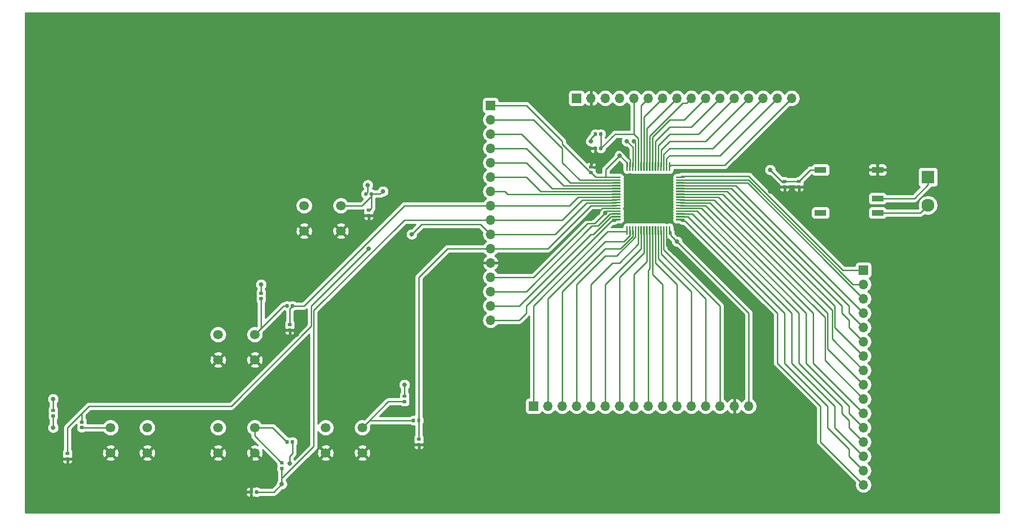
<source format=gbr>
G04 #@! TF.GenerationSoftware,KiCad,Pcbnew,(5.1.4)-1*
G04 #@! TF.CreationDate,2019-11-19T15:05:47-05:00*
G04 #@! TF.ProjectId,MiniProj,4d696e69-5072-46f6-9a2e-6b696361645f,rev?*
G04 #@! TF.SameCoordinates,Original*
G04 #@! TF.FileFunction,Copper,L1,Top*
G04 #@! TF.FilePolarity,Positive*
%FSLAX46Y46*%
G04 Gerber Fmt 4.6, Leading zero omitted, Abs format (unit mm)*
G04 Created by KiCad (PCBNEW (5.1.4)-1) date 2019-11-19 15:05:47*
%MOMM*%
%LPD*%
G04 APERTURE LIST*
%ADD10C,0.100000*%
%ADD11C,0.590000*%
%ADD12O,1.700000X1.700000*%
%ADD13R,1.700000X1.700000*%
%ADD14C,0.300000*%
%ADD15R,2.100000X1.000000*%
%ADD16C,2.300000*%
%ADD17R,2.300000X2.300000*%
%ADD18C,1.700000*%
%ADD19C,0.800000*%
%ADD20C,0.250000*%
%ADD21C,0.254000*%
G04 APERTURE END LIST*
D10*
G36*
X155126958Y-54800710D02*
G01*
X155141276Y-54802834D01*
X155155317Y-54806351D01*
X155168946Y-54811228D01*
X155182031Y-54817417D01*
X155194447Y-54824858D01*
X155206073Y-54833481D01*
X155216798Y-54843202D01*
X155226519Y-54853927D01*
X155235142Y-54865553D01*
X155242583Y-54877969D01*
X155248772Y-54891054D01*
X155253649Y-54904683D01*
X155257166Y-54918724D01*
X155259290Y-54933042D01*
X155260000Y-54947500D01*
X155260000Y-55242500D01*
X155259290Y-55256958D01*
X155257166Y-55271276D01*
X155253649Y-55285317D01*
X155248772Y-55298946D01*
X155242583Y-55312031D01*
X155235142Y-55324447D01*
X155226519Y-55336073D01*
X155216798Y-55346798D01*
X155206073Y-55356519D01*
X155194447Y-55365142D01*
X155182031Y-55372583D01*
X155168946Y-55378772D01*
X155155317Y-55383649D01*
X155141276Y-55387166D01*
X155126958Y-55389290D01*
X155112500Y-55390000D01*
X154767500Y-55390000D01*
X154753042Y-55389290D01*
X154738724Y-55387166D01*
X154724683Y-55383649D01*
X154711054Y-55378772D01*
X154697969Y-55372583D01*
X154685553Y-55365142D01*
X154673927Y-55356519D01*
X154663202Y-55346798D01*
X154653481Y-55336073D01*
X154644858Y-55324447D01*
X154637417Y-55312031D01*
X154631228Y-55298946D01*
X154626351Y-55285317D01*
X154622834Y-55271276D01*
X154620710Y-55256958D01*
X154620000Y-55242500D01*
X154620000Y-54947500D01*
X154620710Y-54933042D01*
X154622834Y-54918724D01*
X154626351Y-54904683D01*
X154631228Y-54891054D01*
X154637417Y-54877969D01*
X154644858Y-54865553D01*
X154653481Y-54853927D01*
X154663202Y-54843202D01*
X154673927Y-54833481D01*
X154685553Y-54824858D01*
X154697969Y-54817417D01*
X154711054Y-54811228D01*
X154724683Y-54806351D01*
X154738724Y-54802834D01*
X154753042Y-54800710D01*
X154767500Y-54800000D01*
X155112500Y-54800000D01*
X155126958Y-54800710D01*
X155126958Y-54800710D01*
G37*
D11*
X154940000Y-55095000D03*
D10*
G36*
X155126958Y-53830710D02*
G01*
X155141276Y-53832834D01*
X155155317Y-53836351D01*
X155168946Y-53841228D01*
X155182031Y-53847417D01*
X155194447Y-53854858D01*
X155206073Y-53863481D01*
X155216798Y-53873202D01*
X155226519Y-53883927D01*
X155235142Y-53895553D01*
X155242583Y-53907969D01*
X155248772Y-53921054D01*
X155253649Y-53934683D01*
X155257166Y-53948724D01*
X155259290Y-53963042D01*
X155260000Y-53977500D01*
X155260000Y-54272500D01*
X155259290Y-54286958D01*
X155257166Y-54301276D01*
X155253649Y-54315317D01*
X155248772Y-54328946D01*
X155242583Y-54342031D01*
X155235142Y-54354447D01*
X155226519Y-54366073D01*
X155216798Y-54376798D01*
X155206073Y-54386519D01*
X155194447Y-54395142D01*
X155182031Y-54402583D01*
X155168946Y-54408772D01*
X155155317Y-54413649D01*
X155141276Y-54417166D01*
X155126958Y-54419290D01*
X155112500Y-54420000D01*
X154767500Y-54420000D01*
X154753042Y-54419290D01*
X154738724Y-54417166D01*
X154724683Y-54413649D01*
X154711054Y-54408772D01*
X154697969Y-54402583D01*
X154685553Y-54395142D01*
X154673927Y-54386519D01*
X154663202Y-54376798D01*
X154653481Y-54366073D01*
X154644858Y-54354447D01*
X154637417Y-54342031D01*
X154631228Y-54328946D01*
X154626351Y-54315317D01*
X154622834Y-54301276D01*
X154620710Y-54286958D01*
X154620000Y-54272500D01*
X154620000Y-53977500D01*
X154620710Y-53963042D01*
X154622834Y-53948724D01*
X154626351Y-53934683D01*
X154631228Y-53921054D01*
X154637417Y-53907969D01*
X154644858Y-53895553D01*
X154653481Y-53883927D01*
X154663202Y-53873202D01*
X154673927Y-53863481D01*
X154685553Y-53854858D01*
X154697969Y-53847417D01*
X154711054Y-53841228D01*
X154724683Y-53836351D01*
X154738724Y-53832834D01*
X154753042Y-53830710D01*
X154767500Y-53830000D01*
X155112500Y-53830000D01*
X155126958Y-53830710D01*
X155126958Y-53830710D01*
G37*
D11*
X154940000Y-54125000D03*
D10*
G36*
X228786958Y-49720710D02*
G01*
X228801276Y-49722834D01*
X228815317Y-49726351D01*
X228828946Y-49731228D01*
X228842031Y-49737417D01*
X228854447Y-49744858D01*
X228866073Y-49753481D01*
X228876798Y-49763202D01*
X228886519Y-49773927D01*
X228895142Y-49785553D01*
X228902583Y-49797969D01*
X228908772Y-49811054D01*
X228913649Y-49824683D01*
X228917166Y-49838724D01*
X228919290Y-49853042D01*
X228920000Y-49867500D01*
X228920000Y-50162500D01*
X228919290Y-50176958D01*
X228917166Y-50191276D01*
X228913649Y-50205317D01*
X228908772Y-50218946D01*
X228902583Y-50232031D01*
X228895142Y-50244447D01*
X228886519Y-50256073D01*
X228876798Y-50266798D01*
X228866073Y-50276519D01*
X228854447Y-50285142D01*
X228842031Y-50292583D01*
X228828946Y-50298772D01*
X228815317Y-50303649D01*
X228801276Y-50307166D01*
X228786958Y-50309290D01*
X228772500Y-50310000D01*
X228427500Y-50310000D01*
X228413042Y-50309290D01*
X228398724Y-50307166D01*
X228384683Y-50303649D01*
X228371054Y-50298772D01*
X228357969Y-50292583D01*
X228345553Y-50285142D01*
X228333927Y-50276519D01*
X228323202Y-50266798D01*
X228313481Y-50256073D01*
X228304858Y-50244447D01*
X228297417Y-50232031D01*
X228291228Y-50218946D01*
X228286351Y-50205317D01*
X228282834Y-50191276D01*
X228280710Y-50176958D01*
X228280000Y-50162500D01*
X228280000Y-49867500D01*
X228280710Y-49853042D01*
X228282834Y-49838724D01*
X228286351Y-49824683D01*
X228291228Y-49811054D01*
X228297417Y-49797969D01*
X228304858Y-49785553D01*
X228313481Y-49773927D01*
X228323202Y-49763202D01*
X228333927Y-49753481D01*
X228345553Y-49744858D01*
X228357969Y-49737417D01*
X228371054Y-49731228D01*
X228384683Y-49726351D01*
X228398724Y-49722834D01*
X228413042Y-49720710D01*
X228427500Y-49720000D01*
X228772500Y-49720000D01*
X228786958Y-49720710D01*
X228786958Y-49720710D01*
G37*
D11*
X228600000Y-50015000D03*
D10*
G36*
X228786958Y-48750710D02*
G01*
X228801276Y-48752834D01*
X228815317Y-48756351D01*
X228828946Y-48761228D01*
X228842031Y-48767417D01*
X228854447Y-48774858D01*
X228866073Y-48783481D01*
X228876798Y-48793202D01*
X228886519Y-48803927D01*
X228895142Y-48815553D01*
X228902583Y-48827969D01*
X228908772Y-48841054D01*
X228913649Y-48854683D01*
X228917166Y-48868724D01*
X228919290Y-48883042D01*
X228920000Y-48897500D01*
X228920000Y-49192500D01*
X228919290Y-49206958D01*
X228917166Y-49221276D01*
X228913649Y-49235317D01*
X228908772Y-49248946D01*
X228902583Y-49262031D01*
X228895142Y-49274447D01*
X228886519Y-49286073D01*
X228876798Y-49296798D01*
X228866073Y-49306519D01*
X228854447Y-49315142D01*
X228842031Y-49322583D01*
X228828946Y-49328772D01*
X228815317Y-49333649D01*
X228801276Y-49337166D01*
X228786958Y-49339290D01*
X228772500Y-49340000D01*
X228427500Y-49340000D01*
X228413042Y-49339290D01*
X228398724Y-49337166D01*
X228384683Y-49333649D01*
X228371054Y-49328772D01*
X228357969Y-49322583D01*
X228345553Y-49315142D01*
X228333927Y-49306519D01*
X228323202Y-49296798D01*
X228313481Y-49286073D01*
X228304858Y-49274447D01*
X228297417Y-49262031D01*
X228291228Y-49248946D01*
X228286351Y-49235317D01*
X228282834Y-49221276D01*
X228280710Y-49206958D01*
X228280000Y-49192500D01*
X228280000Y-48897500D01*
X228280710Y-48883042D01*
X228282834Y-48868724D01*
X228286351Y-48854683D01*
X228291228Y-48841054D01*
X228297417Y-48827969D01*
X228304858Y-48815553D01*
X228313481Y-48803927D01*
X228323202Y-48793202D01*
X228333927Y-48783481D01*
X228345553Y-48774858D01*
X228357969Y-48767417D01*
X228371054Y-48761228D01*
X228384683Y-48756351D01*
X228398724Y-48752834D01*
X228413042Y-48750710D01*
X228427500Y-48750000D01*
X228772500Y-48750000D01*
X228786958Y-48750710D01*
X228786958Y-48750710D01*
G37*
D11*
X228600000Y-49045000D03*
D10*
G36*
X164016958Y-95440710D02*
G01*
X164031276Y-95442834D01*
X164045317Y-95446351D01*
X164058946Y-95451228D01*
X164072031Y-95457417D01*
X164084447Y-95464858D01*
X164096073Y-95473481D01*
X164106798Y-95483202D01*
X164116519Y-95493927D01*
X164125142Y-95505553D01*
X164132583Y-95517969D01*
X164138772Y-95531054D01*
X164143649Y-95544683D01*
X164147166Y-95558724D01*
X164149290Y-95573042D01*
X164150000Y-95587500D01*
X164150000Y-95882500D01*
X164149290Y-95896958D01*
X164147166Y-95911276D01*
X164143649Y-95925317D01*
X164138772Y-95938946D01*
X164132583Y-95952031D01*
X164125142Y-95964447D01*
X164116519Y-95976073D01*
X164106798Y-95986798D01*
X164096073Y-95996519D01*
X164084447Y-96005142D01*
X164072031Y-96012583D01*
X164058946Y-96018772D01*
X164045317Y-96023649D01*
X164031276Y-96027166D01*
X164016958Y-96029290D01*
X164002500Y-96030000D01*
X163657500Y-96030000D01*
X163643042Y-96029290D01*
X163628724Y-96027166D01*
X163614683Y-96023649D01*
X163601054Y-96018772D01*
X163587969Y-96012583D01*
X163575553Y-96005142D01*
X163563927Y-95996519D01*
X163553202Y-95986798D01*
X163543481Y-95976073D01*
X163534858Y-95964447D01*
X163527417Y-95952031D01*
X163521228Y-95938946D01*
X163516351Y-95925317D01*
X163512834Y-95911276D01*
X163510710Y-95896958D01*
X163510000Y-95882500D01*
X163510000Y-95587500D01*
X163510710Y-95573042D01*
X163512834Y-95558724D01*
X163516351Y-95544683D01*
X163521228Y-95531054D01*
X163527417Y-95517969D01*
X163534858Y-95505553D01*
X163543481Y-95493927D01*
X163553202Y-95483202D01*
X163563927Y-95473481D01*
X163575553Y-95464858D01*
X163587969Y-95457417D01*
X163601054Y-95451228D01*
X163614683Y-95446351D01*
X163628724Y-95442834D01*
X163643042Y-95440710D01*
X163657500Y-95440000D01*
X164002500Y-95440000D01*
X164016958Y-95440710D01*
X164016958Y-95440710D01*
G37*
D11*
X163830000Y-95735000D03*
D10*
G36*
X164016958Y-94470710D02*
G01*
X164031276Y-94472834D01*
X164045317Y-94476351D01*
X164058946Y-94481228D01*
X164072031Y-94487417D01*
X164084447Y-94494858D01*
X164096073Y-94503481D01*
X164106798Y-94513202D01*
X164116519Y-94523927D01*
X164125142Y-94535553D01*
X164132583Y-94547969D01*
X164138772Y-94561054D01*
X164143649Y-94574683D01*
X164147166Y-94588724D01*
X164149290Y-94603042D01*
X164150000Y-94617500D01*
X164150000Y-94912500D01*
X164149290Y-94926958D01*
X164147166Y-94941276D01*
X164143649Y-94955317D01*
X164138772Y-94968946D01*
X164132583Y-94982031D01*
X164125142Y-94994447D01*
X164116519Y-95006073D01*
X164106798Y-95016798D01*
X164096073Y-95026519D01*
X164084447Y-95035142D01*
X164072031Y-95042583D01*
X164058946Y-95048772D01*
X164045317Y-95053649D01*
X164031276Y-95057166D01*
X164016958Y-95059290D01*
X164002500Y-95060000D01*
X163657500Y-95060000D01*
X163643042Y-95059290D01*
X163628724Y-95057166D01*
X163614683Y-95053649D01*
X163601054Y-95048772D01*
X163587969Y-95042583D01*
X163575553Y-95035142D01*
X163563927Y-95026519D01*
X163553202Y-95016798D01*
X163543481Y-95006073D01*
X163534858Y-94994447D01*
X163527417Y-94982031D01*
X163521228Y-94968946D01*
X163516351Y-94955317D01*
X163512834Y-94941276D01*
X163510710Y-94926958D01*
X163510000Y-94912500D01*
X163510000Y-94617500D01*
X163510710Y-94603042D01*
X163512834Y-94588724D01*
X163516351Y-94574683D01*
X163521228Y-94561054D01*
X163527417Y-94547969D01*
X163534858Y-94535553D01*
X163543481Y-94523927D01*
X163553202Y-94513202D01*
X163563927Y-94503481D01*
X163575553Y-94494858D01*
X163587969Y-94487417D01*
X163601054Y-94481228D01*
X163614683Y-94476351D01*
X163628724Y-94472834D01*
X163643042Y-94470710D01*
X163657500Y-94470000D01*
X164002500Y-94470000D01*
X164016958Y-94470710D01*
X164016958Y-94470710D01*
G37*
D11*
X163830000Y-94765000D03*
D10*
G36*
X101786958Y-97980710D02*
G01*
X101801276Y-97982834D01*
X101815317Y-97986351D01*
X101828946Y-97991228D01*
X101842031Y-97997417D01*
X101854447Y-98004858D01*
X101866073Y-98013481D01*
X101876798Y-98023202D01*
X101886519Y-98033927D01*
X101895142Y-98045553D01*
X101902583Y-98057969D01*
X101908772Y-98071054D01*
X101913649Y-98084683D01*
X101917166Y-98098724D01*
X101919290Y-98113042D01*
X101920000Y-98127500D01*
X101920000Y-98422500D01*
X101919290Y-98436958D01*
X101917166Y-98451276D01*
X101913649Y-98465317D01*
X101908772Y-98478946D01*
X101902583Y-98492031D01*
X101895142Y-98504447D01*
X101886519Y-98516073D01*
X101876798Y-98526798D01*
X101866073Y-98536519D01*
X101854447Y-98545142D01*
X101842031Y-98552583D01*
X101828946Y-98558772D01*
X101815317Y-98563649D01*
X101801276Y-98567166D01*
X101786958Y-98569290D01*
X101772500Y-98570000D01*
X101427500Y-98570000D01*
X101413042Y-98569290D01*
X101398724Y-98567166D01*
X101384683Y-98563649D01*
X101371054Y-98558772D01*
X101357969Y-98552583D01*
X101345553Y-98545142D01*
X101333927Y-98536519D01*
X101323202Y-98526798D01*
X101313481Y-98516073D01*
X101304858Y-98504447D01*
X101297417Y-98492031D01*
X101291228Y-98478946D01*
X101286351Y-98465317D01*
X101282834Y-98451276D01*
X101280710Y-98436958D01*
X101280000Y-98422500D01*
X101280000Y-98127500D01*
X101280710Y-98113042D01*
X101282834Y-98098724D01*
X101286351Y-98084683D01*
X101291228Y-98071054D01*
X101297417Y-98057969D01*
X101304858Y-98045553D01*
X101313481Y-98033927D01*
X101323202Y-98023202D01*
X101333927Y-98013481D01*
X101345553Y-98004858D01*
X101357969Y-97997417D01*
X101371054Y-97991228D01*
X101384683Y-97986351D01*
X101398724Y-97982834D01*
X101413042Y-97980710D01*
X101427500Y-97980000D01*
X101772500Y-97980000D01*
X101786958Y-97980710D01*
X101786958Y-97980710D01*
G37*
D11*
X101600000Y-98275000D03*
D10*
G36*
X101786958Y-97010710D02*
G01*
X101801276Y-97012834D01*
X101815317Y-97016351D01*
X101828946Y-97021228D01*
X101842031Y-97027417D01*
X101854447Y-97034858D01*
X101866073Y-97043481D01*
X101876798Y-97053202D01*
X101886519Y-97063927D01*
X101895142Y-97075553D01*
X101902583Y-97087969D01*
X101908772Y-97101054D01*
X101913649Y-97114683D01*
X101917166Y-97128724D01*
X101919290Y-97143042D01*
X101920000Y-97157500D01*
X101920000Y-97452500D01*
X101919290Y-97466958D01*
X101917166Y-97481276D01*
X101913649Y-97495317D01*
X101908772Y-97508946D01*
X101902583Y-97522031D01*
X101895142Y-97534447D01*
X101886519Y-97546073D01*
X101876798Y-97556798D01*
X101866073Y-97566519D01*
X101854447Y-97575142D01*
X101842031Y-97582583D01*
X101828946Y-97588772D01*
X101815317Y-97593649D01*
X101801276Y-97597166D01*
X101786958Y-97599290D01*
X101772500Y-97600000D01*
X101427500Y-97600000D01*
X101413042Y-97599290D01*
X101398724Y-97597166D01*
X101384683Y-97593649D01*
X101371054Y-97588772D01*
X101357969Y-97582583D01*
X101345553Y-97575142D01*
X101333927Y-97566519D01*
X101323202Y-97556798D01*
X101313481Y-97546073D01*
X101304858Y-97534447D01*
X101297417Y-97522031D01*
X101291228Y-97508946D01*
X101286351Y-97495317D01*
X101282834Y-97481276D01*
X101280710Y-97466958D01*
X101280000Y-97452500D01*
X101280000Y-97157500D01*
X101280710Y-97143042D01*
X101282834Y-97128724D01*
X101286351Y-97114683D01*
X101291228Y-97101054D01*
X101297417Y-97087969D01*
X101304858Y-97075553D01*
X101313481Y-97063927D01*
X101323202Y-97053202D01*
X101333927Y-97043481D01*
X101345553Y-97034858D01*
X101357969Y-97027417D01*
X101371054Y-97021228D01*
X101384683Y-97016351D01*
X101398724Y-97012834D01*
X101413042Y-97010710D01*
X101427500Y-97010000D01*
X101772500Y-97010000D01*
X101786958Y-97010710D01*
X101786958Y-97010710D01*
G37*
D11*
X101600000Y-97305000D03*
D10*
G36*
X134296958Y-103820710D02*
G01*
X134311276Y-103822834D01*
X134325317Y-103826351D01*
X134338946Y-103831228D01*
X134352031Y-103837417D01*
X134364447Y-103844858D01*
X134376073Y-103853481D01*
X134386798Y-103863202D01*
X134396519Y-103873927D01*
X134405142Y-103885553D01*
X134412583Y-103897969D01*
X134418772Y-103911054D01*
X134423649Y-103924683D01*
X134427166Y-103938724D01*
X134429290Y-103953042D01*
X134430000Y-103967500D01*
X134430000Y-104312500D01*
X134429290Y-104326958D01*
X134427166Y-104341276D01*
X134423649Y-104355317D01*
X134418772Y-104368946D01*
X134412583Y-104382031D01*
X134405142Y-104394447D01*
X134396519Y-104406073D01*
X134386798Y-104416798D01*
X134376073Y-104426519D01*
X134364447Y-104435142D01*
X134352031Y-104442583D01*
X134338946Y-104448772D01*
X134325317Y-104453649D01*
X134311276Y-104457166D01*
X134296958Y-104459290D01*
X134282500Y-104460000D01*
X133987500Y-104460000D01*
X133973042Y-104459290D01*
X133958724Y-104457166D01*
X133944683Y-104453649D01*
X133931054Y-104448772D01*
X133917969Y-104442583D01*
X133905553Y-104435142D01*
X133893927Y-104426519D01*
X133883202Y-104416798D01*
X133873481Y-104406073D01*
X133864858Y-104394447D01*
X133857417Y-104382031D01*
X133851228Y-104368946D01*
X133846351Y-104355317D01*
X133842834Y-104341276D01*
X133840710Y-104326958D01*
X133840000Y-104312500D01*
X133840000Y-103967500D01*
X133840710Y-103953042D01*
X133842834Y-103938724D01*
X133846351Y-103924683D01*
X133851228Y-103911054D01*
X133857417Y-103897969D01*
X133864858Y-103885553D01*
X133873481Y-103873927D01*
X133883202Y-103863202D01*
X133893927Y-103853481D01*
X133905553Y-103844858D01*
X133917969Y-103837417D01*
X133931054Y-103831228D01*
X133944683Y-103826351D01*
X133958724Y-103822834D01*
X133973042Y-103820710D01*
X133987500Y-103820000D01*
X134282500Y-103820000D01*
X134296958Y-103820710D01*
X134296958Y-103820710D01*
G37*
D11*
X134135000Y-104140000D03*
D10*
G36*
X135266958Y-103820710D02*
G01*
X135281276Y-103822834D01*
X135295317Y-103826351D01*
X135308946Y-103831228D01*
X135322031Y-103837417D01*
X135334447Y-103844858D01*
X135346073Y-103853481D01*
X135356798Y-103863202D01*
X135366519Y-103873927D01*
X135375142Y-103885553D01*
X135382583Y-103897969D01*
X135388772Y-103911054D01*
X135393649Y-103924683D01*
X135397166Y-103938724D01*
X135399290Y-103953042D01*
X135400000Y-103967500D01*
X135400000Y-104312500D01*
X135399290Y-104326958D01*
X135397166Y-104341276D01*
X135393649Y-104355317D01*
X135388772Y-104368946D01*
X135382583Y-104382031D01*
X135375142Y-104394447D01*
X135366519Y-104406073D01*
X135356798Y-104416798D01*
X135346073Y-104426519D01*
X135334447Y-104435142D01*
X135322031Y-104442583D01*
X135308946Y-104448772D01*
X135295317Y-104453649D01*
X135281276Y-104457166D01*
X135266958Y-104459290D01*
X135252500Y-104460000D01*
X134957500Y-104460000D01*
X134943042Y-104459290D01*
X134928724Y-104457166D01*
X134914683Y-104453649D01*
X134901054Y-104448772D01*
X134887969Y-104442583D01*
X134875553Y-104435142D01*
X134863927Y-104426519D01*
X134853202Y-104416798D01*
X134843481Y-104406073D01*
X134834858Y-104394447D01*
X134827417Y-104382031D01*
X134821228Y-104368946D01*
X134816351Y-104355317D01*
X134812834Y-104341276D01*
X134810710Y-104326958D01*
X134810000Y-104312500D01*
X134810000Y-103967500D01*
X134810710Y-103953042D01*
X134812834Y-103938724D01*
X134816351Y-103924683D01*
X134821228Y-103911054D01*
X134827417Y-103897969D01*
X134834858Y-103885553D01*
X134843481Y-103873927D01*
X134853202Y-103863202D01*
X134863927Y-103853481D01*
X134875553Y-103844858D01*
X134887969Y-103837417D01*
X134901054Y-103831228D01*
X134914683Y-103826351D01*
X134928724Y-103822834D01*
X134943042Y-103820710D01*
X134957500Y-103820000D01*
X135252500Y-103820000D01*
X135266958Y-103820710D01*
X135266958Y-103820710D01*
G37*
D11*
X135105000Y-104140000D03*
D10*
G36*
X141156958Y-75120710D02*
G01*
X141171276Y-75122834D01*
X141185317Y-75126351D01*
X141198946Y-75131228D01*
X141212031Y-75137417D01*
X141224447Y-75144858D01*
X141236073Y-75153481D01*
X141246798Y-75163202D01*
X141256519Y-75173927D01*
X141265142Y-75185553D01*
X141272583Y-75197969D01*
X141278772Y-75211054D01*
X141283649Y-75224683D01*
X141287166Y-75238724D01*
X141289290Y-75253042D01*
X141290000Y-75267500D01*
X141290000Y-75562500D01*
X141289290Y-75576958D01*
X141287166Y-75591276D01*
X141283649Y-75605317D01*
X141278772Y-75618946D01*
X141272583Y-75632031D01*
X141265142Y-75644447D01*
X141256519Y-75656073D01*
X141246798Y-75666798D01*
X141236073Y-75676519D01*
X141224447Y-75685142D01*
X141212031Y-75692583D01*
X141198946Y-75698772D01*
X141185317Y-75703649D01*
X141171276Y-75707166D01*
X141156958Y-75709290D01*
X141142500Y-75710000D01*
X140797500Y-75710000D01*
X140783042Y-75709290D01*
X140768724Y-75707166D01*
X140754683Y-75703649D01*
X140741054Y-75698772D01*
X140727969Y-75692583D01*
X140715553Y-75685142D01*
X140703927Y-75676519D01*
X140693202Y-75666798D01*
X140683481Y-75656073D01*
X140674858Y-75644447D01*
X140667417Y-75632031D01*
X140661228Y-75618946D01*
X140656351Y-75605317D01*
X140652834Y-75591276D01*
X140650710Y-75576958D01*
X140650000Y-75562500D01*
X140650000Y-75267500D01*
X140650710Y-75253042D01*
X140652834Y-75238724D01*
X140656351Y-75224683D01*
X140661228Y-75211054D01*
X140667417Y-75197969D01*
X140674858Y-75185553D01*
X140683481Y-75173927D01*
X140693202Y-75163202D01*
X140703927Y-75153481D01*
X140715553Y-75144858D01*
X140727969Y-75137417D01*
X140741054Y-75131228D01*
X140754683Y-75126351D01*
X140768724Y-75122834D01*
X140783042Y-75120710D01*
X140797500Y-75120000D01*
X141142500Y-75120000D01*
X141156958Y-75120710D01*
X141156958Y-75120710D01*
G37*
D11*
X140970000Y-75415000D03*
D10*
G36*
X141156958Y-74150710D02*
G01*
X141171276Y-74152834D01*
X141185317Y-74156351D01*
X141198946Y-74161228D01*
X141212031Y-74167417D01*
X141224447Y-74174858D01*
X141236073Y-74183481D01*
X141246798Y-74193202D01*
X141256519Y-74203927D01*
X141265142Y-74215553D01*
X141272583Y-74227969D01*
X141278772Y-74241054D01*
X141283649Y-74254683D01*
X141287166Y-74268724D01*
X141289290Y-74283042D01*
X141290000Y-74297500D01*
X141290000Y-74592500D01*
X141289290Y-74606958D01*
X141287166Y-74621276D01*
X141283649Y-74635317D01*
X141278772Y-74648946D01*
X141272583Y-74662031D01*
X141265142Y-74674447D01*
X141256519Y-74686073D01*
X141246798Y-74696798D01*
X141236073Y-74706519D01*
X141224447Y-74715142D01*
X141212031Y-74722583D01*
X141198946Y-74728772D01*
X141185317Y-74733649D01*
X141171276Y-74737166D01*
X141156958Y-74739290D01*
X141142500Y-74740000D01*
X140797500Y-74740000D01*
X140783042Y-74739290D01*
X140768724Y-74737166D01*
X140754683Y-74733649D01*
X140741054Y-74728772D01*
X140727969Y-74722583D01*
X140715553Y-74715142D01*
X140703927Y-74706519D01*
X140693202Y-74696798D01*
X140683481Y-74686073D01*
X140674858Y-74674447D01*
X140667417Y-74662031D01*
X140661228Y-74648946D01*
X140656351Y-74635317D01*
X140652834Y-74621276D01*
X140650710Y-74606958D01*
X140650000Y-74592500D01*
X140650000Y-74297500D01*
X140650710Y-74283042D01*
X140652834Y-74268724D01*
X140656351Y-74254683D01*
X140661228Y-74241054D01*
X140667417Y-74227969D01*
X140674858Y-74215553D01*
X140683481Y-74203927D01*
X140693202Y-74193202D01*
X140703927Y-74183481D01*
X140715553Y-74174858D01*
X140727969Y-74167417D01*
X140741054Y-74161228D01*
X140754683Y-74156351D01*
X140768724Y-74152834D01*
X140783042Y-74150710D01*
X140797500Y-74150000D01*
X141142500Y-74150000D01*
X141156958Y-74150710D01*
X141156958Y-74150710D01*
G37*
D11*
X140970000Y-74445000D03*
D10*
G36*
X195256958Y-42860710D02*
G01*
X195271276Y-42862834D01*
X195285317Y-42866351D01*
X195298946Y-42871228D01*
X195312031Y-42877417D01*
X195324447Y-42884858D01*
X195336073Y-42893481D01*
X195346798Y-42903202D01*
X195356519Y-42913927D01*
X195365142Y-42925553D01*
X195372583Y-42937969D01*
X195378772Y-42951054D01*
X195383649Y-42964683D01*
X195387166Y-42978724D01*
X195389290Y-42993042D01*
X195390000Y-43007500D01*
X195390000Y-43352500D01*
X195389290Y-43366958D01*
X195387166Y-43381276D01*
X195383649Y-43395317D01*
X195378772Y-43408946D01*
X195372583Y-43422031D01*
X195365142Y-43434447D01*
X195356519Y-43446073D01*
X195346798Y-43456798D01*
X195336073Y-43466519D01*
X195324447Y-43475142D01*
X195312031Y-43482583D01*
X195298946Y-43488772D01*
X195285317Y-43493649D01*
X195271276Y-43497166D01*
X195256958Y-43499290D01*
X195242500Y-43500000D01*
X194947500Y-43500000D01*
X194933042Y-43499290D01*
X194918724Y-43497166D01*
X194904683Y-43493649D01*
X194891054Y-43488772D01*
X194877969Y-43482583D01*
X194865553Y-43475142D01*
X194853927Y-43466519D01*
X194843202Y-43456798D01*
X194833481Y-43446073D01*
X194824858Y-43434447D01*
X194817417Y-43422031D01*
X194811228Y-43408946D01*
X194806351Y-43395317D01*
X194802834Y-43381276D01*
X194800710Y-43366958D01*
X194800000Y-43352500D01*
X194800000Y-43007500D01*
X194800710Y-42993042D01*
X194802834Y-42978724D01*
X194806351Y-42964683D01*
X194811228Y-42951054D01*
X194817417Y-42937969D01*
X194824858Y-42925553D01*
X194833481Y-42913927D01*
X194843202Y-42903202D01*
X194853927Y-42893481D01*
X194865553Y-42884858D01*
X194877969Y-42877417D01*
X194891054Y-42871228D01*
X194904683Y-42866351D01*
X194918724Y-42862834D01*
X194933042Y-42860710D01*
X194947500Y-42860000D01*
X195242500Y-42860000D01*
X195256958Y-42860710D01*
X195256958Y-42860710D01*
G37*
D11*
X195095000Y-43180000D03*
D10*
G36*
X196226958Y-42860710D02*
G01*
X196241276Y-42862834D01*
X196255317Y-42866351D01*
X196268946Y-42871228D01*
X196282031Y-42877417D01*
X196294447Y-42884858D01*
X196306073Y-42893481D01*
X196316798Y-42903202D01*
X196326519Y-42913927D01*
X196335142Y-42925553D01*
X196342583Y-42937969D01*
X196348772Y-42951054D01*
X196353649Y-42964683D01*
X196357166Y-42978724D01*
X196359290Y-42993042D01*
X196360000Y-43007500D01*
X196360000Y-43352500D01*
X196359290Y-43366958D01*
X196357166Y-43381276D01*
X196353649Y-43395317D01*
X196348772Y-43408946D01*
X196342583Y-43422031D01*
X196335142Y-43434447D01*
X196326519Y-43446073D01*
X196316798Y-43456798D01*
X196306073Y-43466519D01*
X196294447Y-43475142D01*
X196282031Y-43482583D01*
X196268946Y-43488772D01*
X196255317Y-43493649D01*
X196241276Y-43497166D01*
X196226958Y-43499290D01*
X196212500Y-43500000D01*
X195917500Y-43500000D01*
X195903042Y-43499290D01*
X195888724Y-43497166D01*
X195874683Y-43493649D01*
X195861054Y-43488772D01*
X195847969Y-43482583D01*
X195835553Y-43475142D01*
X195823927Y-43466519D01*
X195813202Y-43456798D01*
X195803481Y-43446073D01*
X195794858Y-43434447D01*
X195787417Y-43422031D01*
X195781228Y-43408946D01*
X195776351Y-43395317D01*
X195772834Y-43381276D01*
X195770710Y-43366958D01*
X195770000Y-43352500D01*
X195770000Y-43007500D01*
X195770710Y-42993042D01*
X195772834Y-42978724D01*
X195776351Y-42964683D01*
X195781228Y-42951054D01*
X195787417Y-42937969D01*
X195794858Y-42925553D01*
X195803481Y-42913927D01*
X195813202Y-42903202D01*
X195823927Y-42893481D01*
X195835553Y-42884858D01*
X195847969Y-42877417D01*
X195861054Y-42871228D01*
X195874683Y-42866351D01*
X195888724Y-42862834D01*
X195903042Y-42860710D01*
X195917500Y-42860000D01*
X196212500Y-42860000D01*
X196226958Y-42860710D01*
X196226958Y-42860710D01*
G37*
D11*
X196065000Y-43180000D03*
D10*
G36*
X195256958Y-40320710D02*
G01*
X195271276Y-40322834D01*
X195285317Y-40326351D01*
X195298946Y-40331228D01*
X195312031Y-40337417D01*
X195324447Y-40344858D01*
X195336073Y-40353481D01*
X195346798Y-40363202D01*
X195356519Y-40373927D01*
X195365142Y-40385553D01*
X195372583Y-40397969D01*
X195378772Y-40411054D01*
X195383649Y-40424683D01*
X195387166Y-40438724D01*
X195389290Y-40453042D01*
X195390000Y-40467500D01*
X195390000Y-40812500D01*
X195389290Y-40826958D01*
X195387166Y-40841276D01*
X195383649Y-40855317D01*
X195378772Y-40868946D01*
X195372583Y-40882031D01*
X195365142Y-40894447D01*
X195356519Y-40906073D01*
X195346798Y-40916798D01*
X195336073Y-40926519D01*
X195324447Y-40935142D01*
X195312031Y-40942583D01*
X195298946Y-40948772D01*
X195285317Y-40953649D01*
X195271276Y-40957166D01*
X195256958Y-40959290D01*
X195242500Y-40960000D01*
X194947500Y-40960000D01*
X194933042Y-40959290D01*
X194918724Y-40957166D01*
X194904683Y-40953649D01*
X194891054Y-40948772D01*
X194877969Y-40942583D01*
X194865553Y-40935142D01*
X194853927Y-40926519D01*
X194843202Y-40916798D01*
X194833481Y-40906073D01*
X194824858Y-40894447D01*
X194817417Y-40882031D01*
X194811228Y-40868946D01*
X194806351Y-40855317D01*
X194802834Y-40841276D01*
X194800710Y-40826958D01*
X194800000Y-40812500D01*
X194800000Y-40467500D01*
X194800710Y-40453042D01*
X194802834Y-40438724D01*
X194806351Y-40424683D01*
X194811228Y-40411054D01*
X194817417Y-40397969D01*
X194824858Y-40385553D01*
X194833481Y-40373927D01*
X194843202Y-40363202D01*
X194853927Y-40353481D01*
X194865553Y-40344858D01*
X194877969Y-40337417D01*
X194891054Y-40331228D01*
X194904683Y-40326351D01*
X194918724Y-40322834D01*
X194933042Y-40320710D01*
X194947500Y-40320000D01*
X195242500Y-40320000D01*
X195256958Y-40320710D01*
X195256958Y-40320710D01*
G37*
D11*
X195095000Y-40640000D03*
D10*
G36*
X196226958Y-40320710D02*
G01*
X196241276Y-40322834D01*
X196255317Y-40326351D01*
X196268946Y-40331228D01*
X196282031Y-40337417D01*
X196294447Y-40344858D01*
X196306073Y-40353481D01*
X196316798Y-40363202D01*
X196326519Y-40373927D01*
X196335142Y-40385553D01*
X196342583Y-40397969D01*
X196348772Y-40411054D01*
X196353649Y-40424683D01*
X196357166Y-40438724D01*
X196359290Y-40453042D01*
X196360000Y-40467500D01*
X196360000Y-40812500D01*
X196359290Y-40826958D01*
X196357166Y-40841276D01*
X196353649Y-40855317D01*
X196348772Y-40868946D01*
X196342583Y-40882031D01*
X196335142Y-40894447D01*
X196326519Y-40906073D01*
X196316798Y-40916798D01*
X196306073Y-40926519D01*
X196294447Y-40935142D01*
X196282031Y-40942583D01*
X196268946Y-40948772D01*
X196255317Y-40953649D01*
X196241276Y-40957166D01*
X196226958Y-40959290D01*
X196212500Y-40960000D01*
X195917500Y-40960000D01*
X195903042Y-40959290D01*
X195888724Y-40957166D01*
X195874683Y-40953649D01*
X195861054Y-40948772D01*
X195847969Y-40942583D01*
X195835553Y-40935142D01*
X195823927Y-40926519D01*
X195813202Y-40916798D01*
X195803481Y-40906073D01*
X195794858Y-40894447D01*
X195787417Y-40882031D01*
X195781228Y-40868946D01*
X195776351Y-40855317D01*
X195772834Y-40841276D01*
X195770710Y-40826958D01*
X195770000Y-40812500D01*
X195770000Y-40467500D01*
X195770710Y-40453042D01*
X195772834Y-40438724D01*
X195776351Y-40424683D01*
X195781228Y-40411054D01*
X195787417Y-40397969D01*
X195794858Y-40385553D01*
X195803481Y-40373927D01*
X195813202Y-40363202D01*
X195823927Y-40353481D01*
X195835553Y-40344858D01*
X195847969Y-40337417D01*
X195861054Y-40331228D01*
X195874683Y-40326351D01*
X195888724Y-40322834D01*
X195903042Y-40320710D01*
X195917500Y-40320000D01*
X196212500Y-40320000D01*
X196226958Y-40320710D01*
X196226958Y-40320710D01*
G37*
D11*
X196065000Y-40640000D03*
D10*
G36*
X194496958Y-47180710D02*
G01*
X194511276Y-47182834D01*
X194525317Y-47186351D01*
X194538946Y-47191228D01*
X194552031Y-47197417D01*
X194564447Y-47204858D01*
X194576073Y-47213481D01*
X194586798Y-47223202D01*
X194596519Y-47233927D01*
X194605142Y-47245553D01*
X194612583Y-47257969D01*
X194618772Y-47271054D01*
X194623649Y-47284683D01*
X194627166Y-47298724D01*
X194629290Y-47313042D01*
X194630000Y-47327500D01*
X194630000Y-47622500D01*
X194629290Y-47636958D01*
X194627166Y-47651276D01*
X194623649Y-47665317D01*
X194618772Y-47678946D01*
X194612583Y-47692031D01*
X194605142Y-47704447D01*
X194596519Y-47716073D01*
X194586798Y-47726798D01*
X194576073Y-47736519D01*
X194564447Y-47745142D01*
X194552031Y-47752583D01*
X194538946Y-47758772D01*
X194525317Y-47763649D01*
X194511276Y-47767166D01*
X194496958Y-47769290D01*
X194482500Y-47770000D01*
X194137500Y-47770000D01*
X194123042Y-47769290D01*
X194108724Y-47767166D01*
X194094683Y-47763649D01*
X194081054Y-47758772D01*
X194067969Y-47752583D01*
X194055553Y-47745142D01*
X194043927Y-47736519D01*
X194033202Y-47726798D01*
X194023481Y-47716073D01*
X194014858Y-47704447D01*
X194007417Y-47692031D01*
X194001228Y-47678946D01*
X193996351Y-47665317D01*
X193992834Y-47651276D01*
X193990710Y-47636958D01*
X193990000Y-47622500D01*
X193990000Y-47327500D01*
X193990710Y-47313042D01*
X193992834Y-47298724D01*
X193996351Y-47284683D01*
X194001228Y-47271054D01*
X194007417Y-47257969D01*
X194014858Y-47245553D01*
X194023481Y-47233927D01*
X194033202Y-47223202D01*
X194043927Y-47213481D01*
X194055553Y-47204858D01*
X194067969Y-47197417D01*
X194081054Y-47191228D01*
X194094683Y-47186351D01*
X194108724Y-47182834D01*
X194123042Y-47180710D01*
X194137500Y-47180000D01*
X194482500Y-47180000D01*
X194496958Y-47180710D01*
X194496958Y-47180710D01*
G37*
D11*
X194310000Y-47475000D03*
D10*
G36*
X194496958Y-46210710D02*
G01*
X194511276Y-46212834D01*
X194525317Y-46216351D01*
X194538946Y-46221228D01*
X194552031Y-46227417D01*
X194564447Y-46234858D01*
X194576073Y-46243481D01*
X194586798Y-46253202D01*
X194596519Y-46263927D01*
X194605142Y-46275553D01*
X194612583Y-46287969D01*
X194618772Y-46301054D01*
X194623649Y-46314683D01*
X194627166Y-46328724D01*
X194629290Y-46343042D01*
X194630000Y-46357500D01*
X194630000Y-46652500D01*
X194629290Y-46666958D01*
X194627166Y-46681276D01*
X194623649Y-46695317D01*
X194618772Y-46708946D01*
X194612583Y-46722031D01*
X194605142Y-46734447D01*
X194596519Y-46746073D01*
X194586798Y-46756798D01*
X194576073Y-46766519D01*
X194564447Y-46775142D01*
X194552031Y-46782583D01*
X194538946Y-46788772D01*
X194525317Y-46793649D01*
X194511276Y-46797166D01*
X194496958Y-46799290D01*
X194482500Y-46800000D01*
X194137500Y-46800000D01*
X194123042Y-46799290D01*
X194108724Y-46797166D01*
X194094683Y-46793649D01*
X194081054Y-46788772D01*
X194067969Y-46782583D01*
X194055553Y-46775142D01*
X194043927Y-46766519D01*
X194033202Y-46756798D01*
X194023481Y-46746073D01*
X194014858Y-46734447D01*
X194007417Y-46722031D01*
X194001228Y-46708946D01*
X193996351Y-46695317D01*
X193992834Y-46681276D01*
X193990710Y-46666958D01*
X193990000Y-46652500D01*
X193990000Y-46357500D01*
X193990710Y-46343042D01*
X193992834Y-46328724D01*
X193996351Y-46314683D01*
X194001228Y-46301054D01*
X194007417Y-46287969D01*
X194014858Y-46275553D01*
X194023481Y-46263927D01*
X194033202Y-46253202D01*
X194043927Y-46243481D01*
X194055553Y-46234858D01*
X194067969Y-46227417D01*
X194081054Y-46221228D01*
X194094683Y-46216351D01*
X194108724Y-46212834D01*
X194123042Y-46210710D01*
X194137500Y-46210000D01*
X194482500Y-46210000D01*
X194496958Y-46210710D01*
X194496958Y-46210710D01*
G37*
D11*
X194310000Y-46505000D03*
D12*
X229870000Y-34290000D03*
X227330000Y-34290000D03*
X224790000Y-34290000D03*
X222250000Y-34290000D03*
X219710000Y-34290000D03*
X217170000Y-34290000D03*
X214630000Y-34290000D03*
X212090000Y-34290000D03*
X209550000Y-34290000D03*
X207010000Y-34290000D03*
X204470000Y-34290000D03*
X201930000Y-34290000D03*
X199390000Y-34290000D03*
X196850000Y-34290000D03*
X194310000Y-34290000D03*
D13*
X191770000Y-34290000D03*
D12*
X176530000Y-73660000D03*
X176530000Y-71120000D03*
X176530000Y-68580000D03*
X176530000Y-66040000D03*
X176530000Y-63500000D03*
X176530000Y-60960000D03*
X176530000Y-58420000D03*
X176530000Y-55880000D03*
X176530000Y-53340000D03*
X176530000Y-50800000D03*
X176530000Y-48260000D03*
X176530000Y-45720000D03*
X176530000Y-43180000D03*
X176530000Y-40640000D03*
X176530000Y-38100000D03*
D13*
X176530000Y-35560000D03*
D12*
X222250000Y-88900000D03*
X219710000Y-88900000D03*
X217170000Y-88900000D03*
X214630000Y-88900000D03*
X212090000Y-88900000D03*
X209550000Y-88900000D03*
X207010000Y-88900000D03*
X204470000Y-88900000D03*
X201930000Y-88900000D03*
X199390000Y-88900000D03*
X196850000Y-88900000D03*
X194310000Y-88900000D03*
X191770000Y-88900000D03*
X189230000Y-88900000D03*
X186690000Y-88900000D03*
D13*
X184150000Y-88900000D03*
D12*
X242570000Y-102870000D03*
X242570000Y-100330000D03*
X242570000Y-97790000D03*
X242570000Y-95250000D03*
X242570000Y-92710000D03*
X242570000Y-90170000D03*
X242570000Y-87630000D03*
X242570000Y-85090000D03*
X242570000Y-82550000D03*
X242570000Y-80010000D03*
X242570000Y-77470000D03*
X242570000Y-74930000D03*
X242570000Y-72390000D03*
X242570000Y-69850000D03*
X242570000Y-67310000D03*
D13*
X242570000Y-64770000D03*
D10*
G36*
X200802351Y-45620361D02*
G01*
X200809632Y-45621441D01*
X200816771Y-45623229D01*
X200823701Y-45625709D01*
X200830355Y-45628856D01*
X200836668Y-45632640D01*
X200842579Y-45637024D01*
X200848033Y-45641967D01*
X200852976Y-45647421D01*
X200857360Y-45653332D01*
X200861144Y-45659645D01*
X200864291Y-45666299D01*
X200866771Y-45673229D01*
X200868559Y-45680368D01*
X200869639Y-45687649D01*
X200870000Y-45695000D01*
X200870000Y-47095000D01*
X200869639Y-47102351D01*
X200868559Y-47109632D01*
X200866771Y-47116771D01*
X200864291Y-47123701D01*
X200861144Y-47130355D01*
X200857360Y-47136668D01*
X200852976Y-47142579D01*
X200848033Y-47148033D01*
X200842579Y-47152976D01*
X200836668Y-47157360D01*
X200830355Y-47161144D01*
X200823701Y-47164291D01*
X200816771Y-47166771D01*
X200809632Y-47168559D01*
X200802351Y-47169639D01*
X200795000Y-47170000D01*
X200645000Y-47170000D01*
X200637649Y-47169639D01*
X200630368Y-47168559D01*
X200623229Y-47166771D01*
X200616299Y-47164291D01*
X200609645Y-47161144D01*
X200603332Y-47157360D01*
X200597421Y-47152976D01*
X200591967Y-47148033D01*
X200587024Y-47142579D01*
X200582640Y-47136668D01*
X200578856Y-47130355D01*
X200575709Y-47123701D01*
X200573229Y-47116771D01*
X200571441Y-47109632D01*
X200570361Y-47102351D01*
X200570000Y-47095000D01*
X200570000Y-45695000D01*
X200570361Y-45687649D01*
X200571441Y-45680368D01*
X200573229Y-45673229D01*
X200575709Y-45666299D01*
X200578856Y-45659645D01*
X200582640Y-45653332D01*
X200587024Y-45647421D01*
X200591967Y-45641967D01*
X200597421Y-45637024D01*
X200603332Y-45632640D01*
X200609645Y-45628856D01*
X200616299Y-45625709D01*
X200623229Y-45623229D01*
X200630368Y-45621441D01*
X200637649Y-45620361D01*
X200645000Y-45620000D01*
X200795000Y-45620000D01*
X200802351Y-45620361D01*
X200802351Y-45620361D01*
G37*
D14*
X200720000Y-46395000D03*
D10*
G36*
X201302351Y-45620361D02*
G01*
X201309632Y-45621441D01*
X201316771Y-45623229D01*
X201323701Y-45625709D01*
X201330355Y-45628856D01*
X201336668Y-45632640D01*
X201342579Y-45637024D01*
X201348033Y-45641967D01*
X201352976Y-45647421D01*
X201357360Y-45653332D01*
X201361144Y-45659645D01*
X201364291Y-45666299D01*
X201366771Y-45673229D01*
X201368559Y-45680368D01*
X201369639Y-45687649D01*
X201370000Y-45695000D01*
X201370000Y-47095000D01*
X201369639Y-47102351D01*
X201368559Y-47109632D01*
X201366771Y-47116771D01*
X201364291Y-47123701D01*
X201361144Y-47130355D01*
X201357360Y-47136668D01*
X201352976Y-47142579D01*
X201348033Y-47148033D01*
X201342579Y-47152976D01*
X201336668Y-47157360D01*
X201330355Y-47161144D01*
X201323701Y-47164291D01*
X201316771Y-47166771D01*
X201309632Y-47168559D01*
X201302351Y-47169639D01*
X201295000Y-47170000D01*
X201145000Y-47170000D01*
X201137649Y-47169639D01*
X201130368Y-47168559D01*
X201123229Y-47166771D01*
X201116299Y-47164291D01*
X201109645Y-47161144D01*
X201103332Y-47157360D01*
X201097421Y-47152976D01*
X201091967Y-47148033D01*
X201087024Y-47142579D01*
X201082640Y-47136668D01*
X201078856Y-47130355D01*
X201075709Y-47123701D01*
X201073229Y-47116771D01*
X201071441Y-47109632D01*
X201070361Y-47102351D01*
X201070000Y-47095000D01*
X201070000Y-45695000D01*
X201070361Y-45687649D01*
X201071441Y-45680368D01*
X201073229Y-45673229D01*
X201075709Y-45666299D01*
X201078856Y-45659645D01*
X201082640Y-45653332D01*
X201087024Y-45647421D01*
X201091967Y-45641967D01*
X201097421Y-45637024D01*
X201103332Y-45632640D01*
X201109645Y-45628856D01*
X201116299Y-45625709D01*
X201123229Y-45623229D01*
X201130368Y-45621441D01*
X201137649Y-45620361D01*
X201145000Y-45620000D01*
X201295000Y-45620000D01*
X201302351Y-45620361D01*
X201302351Y-45620361D01*
G37*
D14*
X201220000Y-46395000D03*
D10*
G36*
X201802351Y-45620361D02*
G01*
X201809632Y-45621441D01*
X201816771Y-45623229D01*
X201823701Y-45625709D01*
X201830355Y-45628856D01*
X201836668Y-45632640D01*
X201842579Y-45637024D01*
X201848033Y-45641967D01*
X201852976Y-45647421D01*
X201857360Y-45653332D01*
X201861144Y-45659645D01*
X201864291Y-45666299D01*
X201866771Y-45673229D01*
X201868559Y-45680368D01*
X201869639Y-45687649D01*
X201870000Y-45695000D01*
X201870000Y-47095000D01*
X201869639Y-47102351D01*
X201868559Y-47109632D01*
X201866771Y-47116771D01*
X201864291Y-47123701D01*
X201861144Y-47130355D01*
X201857360Y-47136668D01*
X201852976Y-47142579D01*
X201848033Y-47148033D01*
X201842579Y-47152976D01*
X201836668Y-47157360D01*
X201830355Y-47161144D01*
X201823701Y-47164291D01*
X201816771Y-47166771D01*
X201809632Y-47168559D01*
X201802351Y-47169639D01*
X201795000Y-47170000D01*
X201645000Y-47170000D01*
X201637649Y-47169639D01*
X201630368Y-47168559D01*
X201623229Y-47166771D01*
X201616299Y-47164291D01*
X201609645Y-47161144D01*
X201603332Y-47157360D01*
X201597421Y-47152976D01*
X201591967Y-47148033D01*
X201587024Y-47142579D01*
X201582640Y-47136668D01*
X201578856Y-47130355D01*
X201575709Y-47123701D01*
X201573229Y-47116771D01*
X201571441Y-47109632D01*
X201570361Y-47102351D01*
X201570000Y-47095000D01*
X201570000Y-45695000D01*
X201570361Y-45687649D01*
X201571441Y-45680368D01*
X201573229Y-45673229D01*
X201575709Y-45666299D01*
X201578856Y-45659645D01*
X201582640Y-45653332D01*
X201587024Y-45647421D01*
X201591967Y-45641967D01*
X201597421Y-45637024D01*
X201603332Y-45632640D01*
X201609645Y-45628856D01*
X201616299Y-45625709D01*
X201623229Y-45623229D01*
X201630368Y-45621441D01*
X201637649Y-45620361D01*
X201645000Y-45620000D01*
X201795000Y-45620000D01*
X201802351Y-45620361D01*
X201802351Y-45620361D01*
G37*
D14*
X201720000Y-46395000D03*
D10*
G36*
X202302351Y-45620361D02*
G01*
X202309632Y-45621441D01*
X202316771Y-45623229D01*
X202323701Y-45625709D01*
X202330355Y-45628856D01*
X202336668Y-45632640D01*
X202342579Y-45637024D01*
X202348033Y-45641967D01*
X202352976Y-45647421D01*
X202357360Y-45653332D01*
X202361144Y-45659645D01*
X202364291Y-45666299D01*
X202366771Y-45673229D01*
X202368559Y-45680368D01*
X202369639Y-45687649D01*
X202370000Y-45695000D01*
X202370000Y-47095000D01*
X202369639Y-47102351D01*
X202368559Y-47109632D01*
X202366771Y-47116771D01*
X202364291Y-47123701D01*
X202361144Y-47130355D01*
X202357360Y-47136668D01*
X202352976Y-47142579D01*
X202348033Y-47148033D01*
X202342579Y-47152976D01*
X202336668Y-47157360D01*
X202330355Y-47161144D01*
X202323701Y-47164291D01*
X202316771Y-47166771D01*
X202309632Y-47168559D01*
X202302351Y-47169639D01*
X202295000Y-47170000D01*
X202145000Y-47170000D01*
X202137649Y-47169639D01*
X202130368Y-47168559D01*
X202123229Y-47166771D01*
X202116299Y-47164291D01*
X202109645Y-47161144D01*
X202103332Y-47157360D01*
X202097421Y-47152976D01*
X202091967Y-47148033D01*
X202087024Y-47142579D01*
X202082640Y-47136668D01*
X202078856Y-47130355D01*
X202075709Y-47123701D01*
X202073229Y-47116771D01*
X202071441Y-47109632D01*
X202070361Y-47102351D01*
X202070000Y-47095000D01*
X202070000Y-45695000D01*
X202070361Y-45687649D01*
X202071441Y-45680368D01*
X202073229Y-45673229D01*
X202075709Y-45666299D01*
X202078856Y-45659645D01*
X202082640Y-45653332D01*
X202087024Y-45647421D01*
X202091967Y-45641967D01*
X202097421Y-45637024D01*
X202103332Y-45632640D01*
X202109645Y-45628856D01*
X202116299Y-45625709D01*
X202123229Y-45623229D01*
X202130368Y-45621441D01*
X202137649Y-45620361D01*
X202145000Y-45620000D01*
X202295000Y-45620000D01*
X202302351Y-45620361D01*
X202302351Y-45620361D01*
G37*
D14*
X202220000Y-46395000D03*
D10*
G36*
X202802351Y-45620361D02*
G01*
X202809632Y-45621441D01*
X202816771Y-45623229D01*
X202823701Y-45625709D01*
X202830355Y-45628856D01*
X202836668Y-45632640D01*
X202842579Y-45637024D01*
X202848033Y-45641967D01*
X202852976Y-45647421D01*
X202857360Y-45653332D01*
X202861144Y-45659645D01*
X202864291Y-45666299D01*
X202866771Y-45673229D01*
X202868559Y-45680368D01*
X202869639Y-45687649D01*
X202870000Y-45695000D01*
X202870000Y-47095000D01*
X202869639Y-47102351D01*
X202868559Y-47109632D01*
X202866771Y-47116771D01*
X202864291Y-47123701D01*
X202861144Y-47130355D01*
X202857360Y-47136668D01*
X202852976Y-47142579D01*
X202848033Y-47148033D01*
X202842579Y-47152976D01*
X202836668Y-47157360D01*
X202830355Y-47161144D01*
X202823701Y-47164291D01*
X202816771Y-47166771D01*
X202809632Y-47168559D01*
X202802351Y-47169639D01*
X202795000Y-47170000D01*
X202645000Y-47170000D01*
X202637649Y-47169639D01*
X202630368Y-47168559D01*
X202623229Y-47166771D01*
X202616299Y-47164291D01*
X202609645Y-47161144D01*
X202603332Y-47157360D01*
X202597421Y-47152976D01*
X202591967Y-47148033D01*
X202587024Y-47142579D01*
X202582640Y-47136668D01*
X202578856Y-47130355D01*
X202575709Y-47123701D01*
X202573229Y-47116771D01*
X202571441Y-47109632D01*
X202570361Y-47102351D01*
X202570000Y-47095000D01*
X202570000Y-45695000D01*
X202570361Y-45687649D01*
X202571441Y-45680368D01*
X202573229Y-45673229D01*
X202575709Y-45666299D01*
X202578856Y-45659645D01*
X202582640Y-45653332D01*
X202587024Y-45647421D01*
X202591967Y-45641967D01*
X202597421Y-45637024D01*
X202603332Y-45632640D01*
X202609645Y-45628856D01*
X202616299Y-45625709D01*
X202623229Y-45623229D01*
X202630368Y-45621441D01*
X202637649Y-45620361D01*
X202645000Y-45620000D01*
X202795000Y-45620000D01*
X202802351Y-45620361D01*
X202802351Y-45620361D01*
G37*
D14*
X202720000Y-46395000D03*
D10*
G36*
X203302351Y-45620361D02*
G01*
X203309632Y-45621441D01*
X203316771Y-45623229D01*
X203323701Y-45625709D01*
X203330355Y-45628856D01*
X203336668Y-45632640D01*
X203342579Y-45637024D01*
X203348033Y-45641967D01*
X203352976Y-45647421D01*
X203357360Y-45653332D01*
X203361144Y-45659645D01*
X203364291Y-45666299D01*
X203366771Y-45673229D01*
X203368559Y-45680368D01*
X203369639Y-45687649D01*
X203370000Y-45695000D01*
X203370000Y-47095000D01*
X203369639Y-47102351D01*
X203368559Y-47109632D01*
X203366771Y-47116771D01*
X203364291Y-47123701D01*
X203361144Y-47130355D01*
X203357360Y-47136668D01*
X203352976Y-47142579D01*
X203348033Y-47148033D01*
X203342579Y-47152976D01*
X203336668Y-47157360D01*
X203330355Y-47161144D01*
X203323701Y-47164291D01*
X203316771Y-47166771D01*
X203309632Y-47168559D01*
X203302351Y-47169639D01*
X203295000Y-47170000D01*
X203145000Y-47170000D01*
X203137649Y-47169639D01*
X203130368Y-47168559D01*
X203123229Y-47166771D01*
X203116299Y-47164291D01*
X203109645Y-47161144D01*
X203103332Y-47157360D01*
X203097421Y-47152976D01*
X203091967Y-47148033D01*
X203087024Y-47142579D01*
X203082640Y-47136668D01*
X203078856Y-47130355D01*
X203075709Y-47123701D01*
X203073229Y-47116771D01*
X203071441Y-47109632D01*
X203070361Y-47102351D01*
X203070000Y-47095000D01*
X203070000Y-45695000D01*
X203070361Y-45687649D01*
X203071441Y-45680368D01*
X203073229Y-45673229D01*
X203075709Y-45666299D01*
X203078856Y-45659645D01*
X203082640Y-45653332D01*
X203087024Y-45647421D01*
X203091967Y-45641967D01*
X203097421Y-45637024D01*
X203103332Y-45632640D01*
X203109645Y-45628856D01*
X203116299Y-45625709D01*
X203123229Y-45623229D01*
X203130368Y-45621441D01*
X203137649Y-45620361D01*
X203145000Y-45620000D01*
X203295000Y-45620000D01*
X203302351Y-45620361D01*
X203302351Y-45620361D01*
G37*
D14*
X203220000Y-46395000D03*
D10*
G36*
X203802351Y-45620361D02*
G01*
X203809632Y-45621441D01*
X203816771Y-45623229D01*
X203823701Y-45625709D01*
X203830355Y-45628856D01*
X203836668Y-45632640D01*
X203842579Y-45637024D01*
X203848033Y-45641967D01*
X203852976Y-45647421D01*
X203857360Y-45653332D01*
X203861144Y-45659645D01*
X203864291Y-45666299D01*
X203866771Y-45673229D01*
X203868559Y-45680368D01*
X203869639Y-45687649D01*
X203870000Y-45695000D01*
X203870000Y-47095000D01*
X203869639Y-47102351D01*
X203868559Y-47109632D01*
X203866771Y-47116771D01*
X203864291Y-47123701D01*
X203861144Y-47130355D01*
X203857360Y-47136668D01*
X203852976Y-47142579D01*
X203848033Y-47148033D01*
X203842579Y-47152976D01*
X203836668Y-47157360D01*
X203830355Y-47161144D01*
X203823701Y-47164291D01*
X203816771Y-47166771D01*
X203809632Y-47168559D01*
X203802351Y-47169639D01*
X203795000Y-47170000D01*
X203645000Y-47170000D01*
X203637649Y-47169639D01*
X203630368Y-47168559D01*
X203623229Y-47166771D01*
X203616299Y-47164291D01*
X203609645Y-47161144D01*
X203603332Y-47157360D01*
X203597421Y-47152976D01*
X203591967Y-47148033D01*
X203587024Y-47142579D01*
X203582640Y-47136668D01*
X203578856Y-47130355D01*
X203575709Y-47123701D01*
X203573229Y-47116771D01*
X203571441Y-47109632D01*
X203570361Y-47102351D01*
X203570000Y-47095000D01*
X203570000Y-45695000D01*
X203570361Y-45687649D01*
X203571441Y-45680368D01*
X203573229Y-45673229D01*
X203575709Y-45666299D01*
X203578856Y-45659645D01*
X203582640Y-45653332D01*
X203587024Y-45647421D01*
X203591967Y-45641967D01*
X203597421Y-45637024D01*
X203603332Y-45632640D01*
X203609645Y-45628856D01*
X203616299Y-45625709D01*
X203623229Y-45623229D01*
X203630368Y-45621441D01*
X203637649Y-45620361D01*
X203645000Y-45620000D01*
X203795000Y-45620000D01*
X203802351Y-45620361D01*
X203802351Y-45620361D01*
G37*
D14*
X203720000Y-46395000D03*
D10*
G36*
X204302351Y-45620361D02*
G01*
X204309632Y-45621441D01*
X204316771Y-45623229D01*
X204323701Y-45625709D01*
X204330355Y-45628856D01*
X204336668Y-45632640D01*
X204342579Y-45637024D01*
X204348033Y-45641967D01*
X204352976Y-45647421D01*
X204357360Y-45653332D01*
X204361144Y-45659645D01*
X204364291Y-45666299D01*
X204366771Y-45673229D01*
X204368559Y-45680368D01*
X204369639Y-45687649D01*
X204370000Y-45695000D01*
X204370000Y-47095000D01*
X204369639Y-47102351D01*
X204368559Y-47109632D01*
X204366771Y-47116771D01*
X204364291Y-47123701D01*
X204361144Y-47130355D01*
X204357360Y-47136668D01*
X204352976Y-47142579D01*
X204348033Y-47148033D01*
X204342579Y-47152976D01*
X204336668Y-47157360D01*
X204330355Y-47161144D01*
X204323701Y-47164291D01*
X204316771Y-47166771D01*
X204309632Y-47168559D01*
X204302351Y-47169639D01*
X204295000Y-47170000D01*
X204145000Y-47170000D01*
X204137649Y-47169639D01*
X204130368Y-47168559D01*
X204123229Y-47166771D01*
X204116299Y-47164291D01*
X204109645Y-47161144D01*
X204103332Y-47157360D01*
X204097421Y-47152976D01*
X204091967Y-47148033D01*
X204087024Y-47142579D01*
X204082640Y-47136668D01*
X204078856Y-47130355D01*
X204075709Y-47123701D01*
X204073229Y-47116771D01*
X204071441Y-47109632D01*
X204070361Y-47102351D01*
X204070000Y-47095000D01*
X204070000Y-45695000D01*
X204070361Y-45687649D01*
X204071441Y-45680368D01*
X204073229Y-45673229D01*
X204075709Y-45666299D01*
X204078856Y-45659645D01*
X204082640Y-45653332D01*
X204087024Y-45647421D01*
X204091967Y-45641967D01*
X204097421Y-45637024D01*
X204103332Y-45632640D01*
X204109645Y-45628856D01*
X204116299Y-45625709D01*
X204123229Y-45623229D01*
X204130368Y-45621441D01*
X204137649Y-45620361D01*
X204145000Y-45620000D01*
X204295000Y-45620000D01*
X204302351Y-45620361D01*
X204302351Y-45620361D01*
G37*
D14*
X204220000Y-46395000D03*
D10*
G36*
X204802351Y-45620361D02*
G01*
X204809632Y-45621441D01*
X204816771Y-45623229D01*
X204823701Y-45625709D01*
X204830355Y-45628856D01*
X204836668Y-45632640D01*
X204842579Y-45637024D01*
X204848033Y-45641967D01*
X204852976Y-45647421D01*
X204857360Y-45653332D01*
X204861144Y-45659645D01*
X204864291Y-45666299D01*
X204866771Y-45673229D01*
X204868559Y-45680368D01*
X204869639Y-45687649D01*
X204870000Y-45695000D01*
X204870000Y-47095000D01*
X204869639Y-47102351D01*
X204868559Y-47109632D01*
X204866771Y-47116771D01*
X204864291Y-47123701D01*
X204861144Y-47130355D01*
X204857360Y-47136668D01*
X204852976Y-47142579D01*
X204848033Y-47148033D01*
X204842579Y-47152976D01*
X204836668Y-47157360D01*
X204830355Y-47161144D01*
X204823701Y-47164291D01*
X204816771Y-47166771D01*
X204809632Y-47168559D01*
X204802351Y-47169639D01*
X204795000Y-47170000D01*
X204645000Y-47170000D01*
X204637649Y-47169639D01*
X204630368Y-47168559D01*
X204623229Y-47166771D01*
X204616299Y-47164291D01*
X204609645Y-47161144D01*
X204603332Y-47157360D01*
X204597421Y-47152976D01*
X204591967Y-47148033D01*
X204587024Y-47142579D01*
X204582640Y-47136668D01*
X204578856Y-47130355D01*
X204575709Y-47123701D01*
X204573229Y-47116771D01*
X204571441Y-47109632D01*
X204570361Y-47102351D01*
X204570000Y-47095000D01*
X204570000Y-45695000D01*
X204570361Y-45687649D01*
X204571441Y-45680368D01*
X204573229Y-45673229D01*
X204575709Y-45666299D01*
X204578856Y-45659645D01*
X204582640Y-45653332D01*
X204587024Y-45647421D01*
X204591967Y-45641967D01*
X204597421Y-45637024D01*
X204603332Y-45632640D01*
X204609645Y-45628856D01*
X204616299Y-45625709D01*
X204623229Y-45623229D01*
X204630368Y-45621441D01*
X204637649Y-45620361D01*
X204645000Y-45620000D01*
X204795000Y-45620000D01*
X204802351Y-45620361D01*
X204802351Y-45620361D01*
G37*
D14*
X204720000Y-46395000D03*
D10*
G36*
X205302351Y-45620361D02*
G01*
X205309632Y-45621441D01*
X205316771Y-45623229D01*
X205323701Y-45625709D01*
X205330355Y-45628856D01*
X205336668Y-45632640D01*
X205342579Y-45637024D01*
X205348033Y-45641967D01*
X205352976Y-45647421D01*
X205357360Y-45653332D01*
X205361144Y-45659645D01*
X205364291Y-45666299D01*
X205366771Y-45673229D01*
X205368559Y-45680368D01*
X205369639Y-45687649D01*
X205370000Y-45695000D01*
X205370000Y-47095000D01*
X205369639Y-47102351D01*
X205368559Y-47109632D01*
X205366771Y-47116771D01*
X205364291Y-47123701D01*
X205361144Y-47130355D01*
X205357360Y-47136668D01*
X205352976Y-47142579D01*
X205348033Y-47148033D01*
X205342579Y-47152976D01*
X205336668Y-47157360D01*
X205330355Y-47161144D01*
X205323701Y-47164291D01*
X205316771Y-47166771D01*
X205309632Y-47168559D01*
X205302351Y-47169639D01*
X205295000Y-47170000D01*
X205145000Y-47170000D01*
X205137649Y-47169639D01*
X205130368Y-47168559D01*
X205123229Y-47166771D01*
X205116299Y-47164291D01*
X205109645Y-47161144D01*
X205103332Y-47157360D01*
X205097421Y-47152976D01*
X205091967Y-47148033D01*
X205087024Y-47142579D01*
X205082640Y-47136668D01*
X205078856Y-47130355D01*
X205075709Y-47123701D01*
X205073229Y-47116771D01*
X205071441Y-47109632D01*
X205070361Y-47102351D01*
X205070000Y-47095000D01*
X205070000Y-45695000D01*
X205070361Y-45687649D01*
X205071441Y-45680368D01*
X205073229Y-45673229D01*
X205075709Y-45666299D01*
X205078856Y-45659645D01*
X205082640Y-45653332D01*
X205087024Y-45647421D01*
X205091967Y-45641967D01*
X205097421Y-45637024D01*
X205103332Y-45632640D01*
X205109645Y-45628856D01*
X205116299Y-45625709D01*
X205123229Y-45623229D01*
X205130368Y-45621441D01*
X205137649Y-45620361D01*
X205145000Y-45620000D01*
X205295000Y-45620000D01*
X205302351Y-45620361D01*
X205302351Y-45620361D01*
G37*
D14*
X205220000Y-46395000D03*
D10*
G36*
X205802351Y-45620361D02*
G01*
X205809632Y-45621441D01*
X205816771Y-45623229D01*
X205823701Y-45625709D01*
X205830355Y-45628856D01*
X205836668Y-45632640D01*
X205842579Y-45637024D01*
X205848033Y-45641967D01*
X205852976Y-45647421D01*
X205857360Y-45653332D01*
X205861144Y-45659645D01*
X205864291Y-45666299D01*
X205866771Y-45673229D01*
X205868559Y-45680368D01*
X205869639Y-45687649D01*
X205870000Y-45695000D01*
X205870000Y-47095000D01*
X205869639Y-47102351D01*
X205868559Y-47109632D01*
X205866771Y-47116771D01*
X205864291Y-47123701D01*
X205861144Y-47130355D01*
X205857360Y-47136668D01*
X205852976Y-47142579D01*
X205848033Y-47148033D01*
X205842579Y-47152976D01*
X205836668Y-47157360D01*
X205830355Y-47161144D01*
X205823701Y-47164291D01*
X205816771Y-47166771D01*
X205809632Y-47168559D01*
X205802351Y-47169639D01*
X205795000Y-47170000D01*
X205645000Y-47170000D01*
X205637649Y-47169639D01*
X205630368Y-47168559D01*
X205623229Y-47166771D01*
X205616299Y-47164291D01*
X205609645Y-47161144D01*
X205603332Y-47157360D01*
X205597421Y-47152976D01*
X205591967Y-47148033D01*
X205587024Y-47142579D01*
X205582640Y-47136668D01*
X205578856Y-47130355D01*
X205575709Y-47123701D01*
X205573229Y-47116771D01*
X205571441Y-47109632D01*
X205570361Y-47102351D01*
X205570000Y-47095000D01*
X205570000Y-45695000D01*
X205570361Y-45687649D01*
X205571441Y-45680368D01*
X205573229Y-45673229D01*
X205575709Y-45666299D01*
X205578856Y-45659645D01*
X205582640Y-45653332D01*
X205587024Y-45647421D01*
X205591967Y-45641967D01*
X205597421Y-45637024D01*
X205603332Y-45632640D01*
X205609645Y-45628856D01*
X205616299Y-45625709D01*
X205623229Y-45623229D01*
X205630368Y-45621441D01*
X205637649Y-45620361D01*
X205645000Y-45620000D01*
X205795000Y-45620000D01*
X205802351Y-45620361D01*
X205802351Y-45620361D01*
G37*
D14*
X205720000Y-46395000D03*
D10*
G36*
X206302351Y-45620361D02*
G01*
X206309632Y-45621441D01*
X206316771Y-45623229D01*
X206323701Y-45625709D01*
X206330355Y-45628856D01*
X206336668Y-45632640D01*
X206342579Y-45637024D01*
X206348033Y-45641967D01*
X206352976Y-45647421D01*
X206357360Y-45653332D01*
X206361144Y-45659645D01*
X206364291Y-45666299D01*
X206366771Y-45673229D01*
X206368559Y-45680368D01*
X206369639Y-45687649D01*
X206370000Y-45695000D01*
X206370000Y-47095000D01*
X206369639Y-47102351D01*
X206368559Y-47109632D01*
X206366771Y-47116771D01*
X206364291Y-47123701D01*
X206361144Y-47130355D01*
X206357360Y-47136668D01*
X206352976Y-47142579D01*
X206348033Y-47148033D01*
X206342579Y-47152976D01*
X206336668Y-47157360D01*
X206330355Y-47161144D01*
X206323701Y-47164291D01*
X206316771Y-47166771D01*
X206309632Y-47168559D01*
X206302351Y-47169639D01*
X206295000Y-47170000D01*
X206145000Y-47170000D01*
X206137649Y-47169639D01*
X206130368Y-47168559D01*
X206123229Y-47166771D01*
X206116299Y-47164291D01*
X206109645Y-47161144D01*
X206103332Y-47157360D01*
X206097421Y-47152976D01*
X206091967Y-47148033D01*
X206087024Y-47142579D01*
X206082640Y-47136668D01*
X206078856Y-47130355D01*
X206075709Y-47123701D01*
X206073229Y-47116771D01*
X206071441Y-47109632D01*
X206070361Y-47102351D01*
X206070000Y-47095000D01*
X206070000Y-45695000D01*
X206070361Y-45687649D01*
X206071441Y-45680368D01*
X206073229Y-45673229D01*
X206075709Y-45666299D01*
X206078856Y-45659645D01*
X206082640Y-45653332D01*
X206087024Y-45647421D01*
X206091967Y-45641967D01*
X206097421Y-45637024D01*
X206103332Y-45632640D01*
X206109645Y-45628856D01*
X206116299Y-45625709D01*
X206123229Y-45623229D01*
X206130368Y-45621441D01*
X206137649Y-45620361D01*
X206145000Y-45620000D01*
X206295000Y-45620000D01*
X206302351Y-45620361D01*
X206302351Y-45620361D01*
G37*
D14*
X206220000Y-46395000D03*
D10*
G36*
X206802351Y-45620361D02*
G01*
X206809632Y-45621441D01*
X206816771Y-45623229D01*
X206823701Y-45625709D01*
X206830355Y-45628856D01*
X206836668Y-45632640D01*
X206842579Y-45637024D01*
X206848033Y-45641967D01*
X206852976Y-45647421D01*
X206857360Y-45653332D01*
X206861144Y-45659645D01*
X206864291Y-45666299D01*
X206866771Y-45673229D01*
X206868559Y-45680368D01*
X206869639Y-45687649D01*
X206870000Y-45695000D01*
X206870000Y-47095000D01*
X206869639Y-47102351D01*
X206868559Y-47109632D01*
X206866771Y-47116771D01*
X206864291Y-47123701D01*
X206861144Y-47130355D01*
X206857360Y-47136668D01*
X206852976Y-47142579D01*
X206848033Y-47148033D01*
X206842579Y-47152976D01*
X206836668Y-47157360D01*
X206830355Y-47161144D01*
X206823701Y-47164291D01*
X206816771Y-47166771D01*
X206809632Y-47168559D01*
X206802351Y-47169639D01*
X206795000Y-47170000D01*
X206645000Y-47170000D01*
X206637649Y-47169639D01*
X206630368Y-47168559D01*
X206623229Y-47166771D01*
X206616299Y-47164291D01*
X206609645Y-47161144D01*
X206603332Y-47157360D01*
X206597421Y-47152976D01*
X206591967Y-47148033D01*
X206587024Y-47142579D01*
X206582640Y-47136668D01*
X206578856Y-47130355D01*
X206575709Y-47123701D01*
X206573229Y-47116771D01*
X206571441Y-47109632D01*
X206570361Y-47102351D01*
X206570000Y-47095000D01*
X206570000Y-45695000D01*
X206570361Y-45687649D01*
X206571441Y-45680368D01*
X206573229Y-45673229D01*
X206575709Y-45666299D01*
X206578856Y-45659645D01*
X206582640Y-45653332D01*
X206587024Y-45647421D01*
X206591967Y-45641967D01*
X206597421Y-45637024D01*
X206603332Y-45632640D01*
X206609645Y-45628856D01*
X206616299Y-45625709D01*
X206623229Y-45623229D01*
X206630368Y-45621441D01*
X206637649Y-45620361D01*
X206645000Y-45620000D01*
X206795000Y-45620000D01*
X206802351Y-45620361D01*
X206802351Y-45620361D01*
G37*
D14*
X206720000Y-46395000D03*
D10*
G36*
X207302351Y-45620361D02*
G01*
X207309632Y-45621441D01*
X207316771Y-45623229D01*
X207323701Y-45625709D01*
X207330355Y-45628856D01*
X207336668Y-45632640D01*
X207342579Y-45637024D01*
X207348033Y-45641967D01*
X207352976Y-45647421D01*
X207357360Y-45653332D01*
X207361144Y-45659645D01*
X207364291Y-45666299D01*
X207366771Y-45673229D01*
X207368559Y-45680368D01*
X207369639Y-45687649D01*
X207370000Y-45695000D01*
X207370000Y-47095000D01*
X207369639Y-47102351D01*
X207368559Y-47109632D01*
X207366771Y-47116771D01*
X207364291Y-47123701D01*
X207361144Y-47130355D01*
X207357360Y-47136668D01*
X207352976Y-47142579D01*
X207348033Y-47148033D01*
X207342579Y-47152976D01*
X207336668Y-47157360D01*
X207330355Y-47161144D01*
X207323701Y-47164291D01*
X207316771Y-47166771D01*
X207309632Y-47168559D01*
X207302351Y-47169639D01*
X207295000Y-47170000D01*
X207145000Y-47170000D01*
X207137649Y-47169639D01*
X207130368Y-47168559D01*
X207123229Y-47166771D01*
X207116299Y-47164291D01*
X207109645Y-47161144D01*
X207103332Y-47157360D01*
X207097421Y-47152976D01*
X207091967Y-47148033D01*
X207087024Y-47142579D01*
X207082640Y-47136668D01*
X207078856Y-47130355D01*
X207075709Y-47123701D01*
X207073229Y-47116771D01*
X207071441Y-47109632D01*
X207070361Y-47102351D01*
X207070000Y-47095000D01*
X207070000Y-45695000D01*
X207070361Y-45687649D01*
X207071441Y-45680368D01*
X207073229Y-45673229D01*
X207075709Y-45666299D01*
X207078856Y-45659645D01*
X207082640Y-45653332D01*
X207087024Y-45647421D01*
X207091967Y-45641967D01*
X207097421Y-45637024D01*
X207103332Y-45632640D01*
X207109645Y-45628856D01*
X207116299Y-45625709D01*
X207123229Y-45623229D01*
X207130368Y-45621441D01*
X207137649Y-45620361D01*
X207145000Y-45620000D01*
X207295000Y-45620000D01*
X207302351Y-45620361D01*
X207302351Y-45620361D01*
G37*
D14*
X207220000Y-46395000D03*
D10*
G36*
X207802351Y-45620361D02*
G01*
X207809632Y-45621441D01*
X207816771Y-45623229D01*
X207823701Y-45625709D01*
X207830355Y-45628856D01*
X207836668Y-45632640D01*
X207842579Y-45637024D01*
X207848033Y-45641967D01*
X207852976Y-45647421D01*
X207857360Y-45653332D01*
X207861144Y-45659645D01*
X207864291Y-45666299D01*
X207866771Y-45673229D01*
X207868559Y-45680368D01*
X207869639Y-45687649D01*
X207870000Y-45695000D01*
X207870000Y-47095000D01*
X207869639Y-47102351D01*
X207868559Y-47109632D01*
X207866771Y-47116771D01*
X207864291Y-47123701D01*
X207861144Y-47130355D01*
X207857360Y-47136668D01*
X207852976Y-47142579D01*
X207848033Y-47148033D01*
X207842579Y-47152976D01*
X207836668Y-47157360D01*
X207830355Y-47161144D01*
X207823701Y-47164291D01*
X207816771Y-47166771D01*
X207809632Y-47168559D01*
X207802351Y-47169639D01*
X207795000Y-47170000D01*
X207645000Y-47170000D01*
X207637649Y-47169639D01*
X207630368Y-47168559D01*
X207623229Y-47166771D01*
X207616299Y-47164291D01*
X207609645Y-47161144D01*
X207603332Y-47157360D01*
X207597421Y-47152976D01*
X207591967Y-47148033D01*
X207587024Y-47142579D01*
X207582640Y-47136668D01*
X207578856Y-47130355D01*
X207575709Y-47123701D01*
X207573229Y-47116771D01*
X207571441Y-47109632D01*
X207570361Y-47102351D01*
X207570000Y-47095000D01*
X207570000Y-45695000D01*
X207570361Y-45687649D01*
X207571441Y-45680368D01*
X207573229Y-45673229D01*
X207575709Y-45666299D01*
X207578856Y-45659645D01*
X207582640Y-45653332D01*
X207587024Y-45647421D01*
X207591967Y-45641967D01*
X207597421Y-45637024D01*
X207603332Y-45632640D01*
X207609645Y-45628856D01*
X207616299Y-45625709D01*
X207623229Y-45623229D01*
X207630368Y-45621441D01*
X207637649Y-45620361D01*
X207645000Y-45620000D01*
X207795000Y-45620000D01*
X207802351Y-45620361D01*
X207802351Y-45620361D01*
G37*
D14*
X207720000Y-46395000D03*
D10*
G36*
X208302351Y-45620361D02*
G01*
X208309632Y-45621441D01*
X208316771Y-45623229D01*
X208323701Y-45625709D01*
X208330355Y-45628856D01*
X208336668Y-45632640D01*
X208342579Y-45637024D01*
X208348033Y-45641967D01*
X208352976Y-45647421D01*
X208357360Y-45653332D01*
X208361144Y-45659645D01*
X208364291Y-45666299D01*
X208366771Y-45673229D01*
X208368559Y-45680368D01*
X208369639Y-45687649D01*
X208370000Y-45695000D01*
X208370000Y-47095000D01*
X208369639Y-47102351D01*
X208368559Y-47109632D01*
X208366771Y-47116771D01*
X208364291Y-47123701D01*
X208361144Y-47130355D01*
X208357360Y-47136668D01*
X208352976Y-47142579D01*
X208348033Y-47148033D01*
X208342579Y-47152976D01*
X208336668Y-47157360D01*
X208330355Y-47161144D01*
X208323701Y-47164291D01*
X208316771Y-47166771D01*
X208309632Y-47168559D01*
X208302351Y-47169639D01*
X208295000Y-47170000D01*
X208145000Y-47170000D01*
X208137649Y-47169639D01*
X208130368Y-47168559D01*
X208123229Y-47166771D01*
X208116299Y-47164291D01*
X208109645Y-47161144D01*
X208103332Y-47157360D01*
X208097421Y-47152976D01*
X208091967Y-47148033D01*
X208087024Y-47142579D01*
X208082640Y-47136668D01*
X208078856Y-47130355D01*
X208075709Y-47123701D01*
X208073229Y-47116771D01*
X208071441Y-47109632D01*
X208070361Y-47102351D01*
X208070000Y-47095000D01*
X208070000Y-45695000D01*
X208070361Y-45687649D01*
X208071441Y-45680368D01*
X208073229Y-45673229D01*
X208075709Y-45666299D01*
X208078856Y-45659645D01*
X208082640Y-45653332D01*
X208087024Y-45647421D01*
X208091967Y-45641967D01*
X208097421Y-45637024D01*
X208103332Y-45632640D01*
X208109645Y-45628856D01*
X208116299Y-45625709D01*
X208123229Y-45623229D01*
X208130368Y-45621441D01*
X208137649Y-45620361D01*
X208145000Y-45620000D01*
X208295000Y-45620000D01*
X208302351Y-45620361D01*
X208302351Y-45620361D01*
G37*
D14*
X208220000Y-46395000D03*
D10*
G36*
X210852351Y-48170361D02*
G01*
X210859632Y-48171441D01*
X210866771Y-48173229D01*
X210873701Y-48175709D01*
X210880355Y-48178856D01*
X210886668Y-48182640D01*
X210892579Y-48187024D01*
X210898033Y-48191967D01*
X210902976Y-48197421D01*
X210907360Y-48203332D01*
X210911144Y-48209645D01*
X210914291Y-48216299D01*
X210916771Y-48223229D01*
X210918559Y-48230368D01*
X210919639Y-48237649D01*
X210920000Y-48245000D01*
X210920000Y-48395000D01*
X210919639Y-48402351D01*
X210918559Y-48409632D01*
X210916771Y-48416771D01*
X210914291Y-48423701D01*
X210911144Y-48430355D01*
X210907360Y-48436668D01*
X210902976Y-48442579D01*
X210898033Y-48448033D01*
X210892579Y-48452976D01*
X210886668Y-48457360D01*
X210880355Y-48461144D01*
X210873701Y-48464291D01*
X210866771Y-48466771D01*
X210859632Y-48468559D01*
X210852351Y-48469639D01*
X210845000Y-48470000D01*
X209445000Y-48470000D01*
X209437649Y-48469639D01*
X209430368Y-48468559D01*
X209423229Y-48466771D01*
X209416299Y-48464291D01*
X209409645Y-48461144D01*
X209403332Y-48457360D01*
X209397421Y-48452976D01*
X209391967Y-48448033D01*
X209387024Y-48442579D01*
X209382640Y-48436668D01*
X209378856Y-48430355D01*
X209375709Y-48423701D01*
X209373229Y-48416771D01*
X209371441Y-48409632D01*
X209370361Y-48402351D01*
X209370000Y-48395000D01*
X209370000Y-48245000D01*
X209370361Y-48237649D01*
X209371441Y-48230368D01*
X209373229Y-48223229D01*
X209375709Y-48216299D01*
X209378856Y-48209645D01*
X209382640Y-48203332D01*
X209387024Y-48197421D01*
X209391967Y-48191967D01*
X209397421Y-48187024D01*
X209403332Y-48182640D01*
X209409645Y-48178856D01*
X209416299Y-48175709D01*
X209423229Y-48173229D01*
X209430368Y-48171441D01*
X209437649Y-48170361D01*
X209445000Y-48170000D01*
X210845000Y-48170000D01*
X210852351Y-48170361D01*
X210852351Y-48170361D01*
G37*
D14*
X210145000Y-48320000D03*
D10*
G36*
X210852351Y-48670361D02*
G01*
X210859632Y-48671441D01*
X210866771Y-48673229D01*
X210873701Y-48675709D01*
X210880355Y-48678856D01*
X210886668Y-48682640D01*
X210892579Y-48687024D01*
X210898033Y-48691967D01*
X210902976Y-48697421D01*
X210907360Y-48703332D01*
X210911144Y-48709645D01*
X210914291Y-48716299D01*
X210916771Y-48723229D01*
X210918559Y-48730368D01*
X210919639Y-48737649D01*
X210920000Y-48745000D01*
X210920000Y-48895000D01*
X210919639Y-48902351D01*
X210918559Y-48909632D01*
X210916771Y-48916771D01*
X210914291Y-48923701D01*
X210911144Y-48930355D01*
X210907360Y-48936668D01*
X210902976Y-48942579D01*
X210898033Y-48948033D01*
X210892579Y-48952976D01*
X210886668Y-48957360D01*
X210880355Y-48961144D01*
X210873701Y-48964291D01*
X210866771Y-48966771D01*
X210859632Y-48968559D01*
X210852351Y-48969639D01*
X210845000Y-48970000D01*
X209445000Y-48970000D01*
X209437649Y-48969639D01*
X209430368Y-48968559D01*
X209423229Y-48966771D01*
X209416299Y-48964291D01*
X209409645Y-48961144D01*
X209403332Y-48957360D01*
X209397421Y-48952976D01*
X209391967Y-48948033D01*
X209387024Y-48942579D01*
X209382640Y-48936668D01*
X209378856Y-48930355D01*
X209375709Y-48923701D01*
X209373229Y-48916771D01*
X209371441Y-48909632D01*
X209370361Y-48902351D01*
X209370000Y-48895000D01*
X209370000Y-48745000D01*
X209370361Y-48737649D01*
X209371441Y-48730368D01*
X209373229Y-48723229D01*
X209375709Y-48716299D01*
X209378856Y-48709645D01*
X209382640Y-48703332D01*
X209387024Y-48697421D01*
X209391967Y-48691967D01*
X209397421Y-48687024D01*
X209403332Y-48682640D01*
X209409645Y-48678856D01*
X209416299Y-48675709D01*
X209423229Y-48673229D01*
X209430368Y-48671441D01*
X209437649Y-48670361D01*
X209445000Y-48670000D01*
X210845000Y-48670000D01*
X210852351Y-48670361D01*
X210852351Y-48670361D01*
G37*
D14*
X210145000Y-48820000D03*
D10*
G36*
X210852351Y-49170361D02*
G01*
X210859632Y-49171441D01*
X210866771Y-49173229D01*
X210873701Y-49175709D01*
X210880355Y-49178856D01*
X210886668Y-49182640D01*
X210892579Y-49187024D01*
X210898033Y-49191967D01*
X210902976Y-49197421D01*
X210907360Y-49203332D01*
X210911144Y-49209645D01*
X210914291Y-49216299D01*
X210916771Y-49223229D01*
X210918559Y-49230368D01*
X210919639Y-49237649D01*
X210920000Y-49245000D01*
X210920000Y-49395000D01*
X210919639Y-49402351D01*
X210918559Y-49409632D01*
X210916771Y-49416771D01*
X210914291Y-49423701D01*
X210911144Y-49430355D01*
X210907360Y-49436668D01*
X210902976Y-49442579D01*
X210898033Y-49448033D01*
X210892579Y-49452976D01*
X210886668Y-49457360D01*
X210880355Y-49461144D01*
X210873701Y-49464291D01*
X210866771Y-49466771D01*
X210859632Y-49468559D01*
X210852351Y-49469639D01*
X210845000Y-49470000D01*
X209445000Y-49470000D01*
X209437649Y-49469639D01*
X209430368Y-49468559D01*
X209423229Y-49466771D01*
X209416299Y-49464291D01*
X209409645Y-49461144D01*
X209403332Y-49457360D01*
X209397421Y-49452976D01*
X209391967Y-49448033D01*
X209387024Y-49442579D01*
X209382640Y-49436668D01*
X209378856Y-49430355D01*
X209375709Y-49423701D01*
X209373229Y-49416771D01*
X209371441Y-49409632D01*
X209370361Y-49402351D01*
X209370000Y-49395000D01*
X209370000Y-49245000D01*
X209370361Y-49237649D01*
X209371441Y-49230368D01*
X209373229Y-49223229D01*
X209375709Y-49216299D01*
X209378856Y-49209645D01*
X209382640Y-49203332D01*
X209387024Y-49197421D01*
X209391967Y-49191967D01*
X209397421Y-49187024D01*
X209403332Y-49182640D01*
X209409645Y-49178856D01*
X209416299Y-49175709D01*
X209423229Y-49173229D01*
X209430368Y-49171441D01*
X209437649Y-49170361D01*
X209445000Y-49170000D01*
X210845000Y-49170000D01*
X210852351Y-49170361D01*
X210852351Y-49170361D01*
G37*
D14*
X210145000Y-49320000D03*
D10*
G36*
X210852351Y-49670361D02*
G01*
X210859632Y-49671441D01*
X210866771Y-49673229D01*
X210873701Y-49675709D01*
X210880355Y-49678856D01*
X210886668Y-49682640D01*
X210892579Y-49687024D01*
X210898033Y-49691967D01*
X210902976Y-49697421D01*
X210907360Y-49703332D01*
X210911144Y-49709645D01*
X210914291Y-49716299D01*
X210916771Y-49723229D01*
X210918559Y-49730368D01*
X210919639Y-49737649D01*
X210920000Y-49745000D01*
X210920000Y-49895000D01*
X210919639Y-49902351D01*
X210918559Y-49909632D01*
X210916771Y-49916771D01*
X210914291Y-49923701D01*
X210911144Y-49930355D01*
X210907360Y-49936668D01*
X210902976Y-49942579D01*
X210898033Y-49948033D01*
X210892579Y-49952976D01*
X210886668Y-49957360D01*
X210880355Y-49961144D01*
X210873701Y-49964291D01*
X210866771Y-49966771D01*
X210859632Y-49968559D01*
X210852351Y-49969639D01*
X210845000Y-49970000D01*
X209445000Y-49970000D01*
X209437649Y-49969639D01*
X209430368Y-49968559D01*
X209423229Y-49966771D01*
X209416299Y-49964291D01*
X209409645Y-49961144D01*
X209403332Y-49957360D01*
X209397421Y-49952976D01*
X209391967Y-49948033D01*
X209387024Y-49942579D01*
X209382640Y-49936668D01*
X209378856Y-49930355D01*
X209375709Y-49923701D01*
X209373229Y-49916771D01*
X209371441Y-49909632D01*
X209370361Y-49902351D01*
X209370000Y-49895000D01*
X209370000Y-49745000D01*
X209370361Y-49737649D01*
X209371441Y-49730368D01*
X209373229Y-49723229D01*
X209375709Y-49716299D01*
X209378856Y-49709645D01*
X209382640Y-49703332D01*
X209387024Y-49697421D01*
X209391967Y-49691967D01*
X209397421Y-49687024D01*
X209403332Y-49682640D01*
X209409645Y-49678856D01*
X209416299Y-49675709D01*
X209423229Y-49673229D01*
X209430368Y-49671441D01*
X209437649Y-49670361D01*
X209445000Y-49670000D01*
X210845000Y-49670000D01*
X210852351Y-49670361D01*
X210852351Y-49670361D01*
G37*
D14*
X210145000Y-49820000D03*
D10*
G36*
X210852351Y-50170361D02*
G01*
X210859632Y-50171441D01*
X210866771Y-50173229D01*
X210873701Y-50175709D01*
X210880355Y-50178856D01*
X210886668Y-50182640D01*
X210892579Y-50187024D01*
X210898033Y-50191967D01*
X210902976Y-50197421D01*
X210907360Y-50203332D01*
X210911144Y-50209645D01*
X210914291Y-50216299D01*
X210916771Y-50223229D01*
X210918559Y-50230368D01*
X210919639Y-50237649D01*
X210920000Y-50245000D01*
X210920000Y-50395000D01*
X210919639Y-50402351D01*
X210918559Y-50409632D01*
X210916771Y-50416771D01*
X210914291Y-50423701D01*
X210911144Y-50430355D01*
X210907360Y-50436668D01*
X210902976Y-50442579D01*
X210898033Y-50448033D01*
X210892579Y-50452976D01*
X210886668Y-50457360D01*
X210880355Y-50461144D01*
X210873701Y-50464291D01*
X210866771Y-50466771D01*
X210859632Y-50468559D01*
X210852351Y-50469639D01*
X210845000Y-50470000D01*
X209445000Y-50470000D01*
X209437649Y-50469639D01*
X209430368Y-50468559D01*
X209423229Y-50466771D01*
X209416299Y-50464291D01*
X209409645Y-50461144D01*
X209403332Y-50457360D01*
X209397421Y-50452976D01*
X209391967Y-50448033D01*
X209387024Y-50442579D01*
X209382640Y-50436668D01*
X209378856Y-50430355D01*
X209375709Y-50423701D01*
X209373229Y-50416771D01*
X209371441Y-50409632D01*
X209370361Y-50402351D01*
X209370000Y-50395000D01*
X209370000Y-50245000D01*
X209370361Y-50237649D01*
X209371441Y-50230368D01*
X209373229Y-50223229D01*
X209375709Y-50216299D01*
X209378856Y-50209645D01*
X209382640Y-50203332D01*
X209387024Y-50197421D01*
X209391967Y-50191967D01*
X209397421Y-50187024D01*
X209403332Y-50182640D01*
X209409645Y-50178856D01*
X209416299Y-50175709D01*
X209423229Y-50173229D01*
X209430368Y-50171441D01*
X209437649Y-50170361D01*
X209445000Y-50170000D01*
X210845000Y-50170000D01*
X210852351Y-50170361D01*
X210852351Y-50170361D01*
G37*
D14*
X210145000Y-50320000D03*
D10*
G36*
X210852351Y-50670361D02*
G01*
X210859632Y-50671441D01*
X210866771Y-50673229D01*
X210873701Y-50675709D01*
X210880355Y-50678856D01*
X210886668Y-50682640D01*
X210892579Y-50687024D01*
X210898033Y-50691967D01*
X210902976Y-50697421D01*
X210907360Y-50703332D01*
X210911144Y-50709645D01*
X210914291Y-50716299D01*
X210916771Y-50723229D01*
X210918559Y-50730368D01*
X210919639Y-50737649D01*
X210920000Y-50745000D01*
X210920000Y-50895000D01*
X210919639Y-50902351D01*
X210918559Y-50909632D01*
X210916771Y-50916771D01*
X210914291Y-50923701D01*
X210911144Y-50930355D01*
X210907360Y-50936668D01*
X210902976Y-50942579D01*
X210898033Y-50948033D01*
X210892579Y-50952976D01*
X210886668Y-50957360D01*
X210880355Y-50961144D01*
X210873701Y-50964291D01*
X210866771Y-50966771D01*
X210859632Y-50968559D01*
X210852351Y-50969639D01*
X210845000Y-50970000D01*
X209445000Y-50970000D01*
X209437649Y-50969639D01*
X209430368Y-50968559D01*
X209423229Y-50966771D01*
X209416299Y-50964291D01*
X209409645Y-50961144D01*
X209403332Y-50957360D01*
X209397421Y-50952976D01*
X209391967Y-50948033D01*
X209387024Y-50942579D01*
X209382640Y-50936668D01*
X209378856Y-50930355D01*
X209375709Y-50923701D01*
X209373229Y-50916771D01*
X209371441Y-50909632D01*
X209370361Y-50902351D01*
X209370000Y-50895000D01*
X209370000Y-50745000D01*
X209370361Y-50737649D01*
X209371441Y-50730368D01*
X209373229Y-50723229D01*
X209375709Y-50716299D01*
X209378856Y-50709645D01*
X209382640Y-50703332D01*
X209387024Y-50697421D01*
X209391967Y-50691967D01*
X209397421Y-50687024D01*
X209403332Y-50682640D01*
X209409645Y-50678856D01*
X209416299Y-50675709D01*
X209423229Y-50673229D01*
X209430368Y-50671441D01*
X209437649Y-50670361D01*
X209445000Y-50670000D01*
X210845000Y-50670000D01*
X210852351Y-50670361D01*
X210852351Y-50670361D01*
G37*
D14*
X210145000Y-50820000D03*
D10*
G36*
X210852351Y-51170361D02*
G01*
X210859632Y-51171441D01*
X210866771Y-51173229D01*
X210873701Y-51175709D01*
X210880355Y-51178856D01*
X210886668Y-51182640D01*
X210892579Y-51187024D01*
X210898033Y-51191967D01*
X210902976Y-51197421D01*
X210907360Y-51203332D01*
X210911144Y-51209645D01*
X210914291Y-51216299D01*
X210916771Y-51223229D01*
X210918559Y-51230368D01*
X210919639Y-51237649D01*
X210920000Y-51245000D01*
X210920000Y-51395000D01*
X210919639Y-51402351D01*
X210918559Y-51409632D01*
X210916771Y-51416771D01*
X210914291Y-51423701D01*
X210911144Y-51430355D01*
X210907360Y-51436668D01*
X210902976Y-51442579D01*
X210898033Y-51448033D01*
X210892579Y-51452976D01*
X210886668Y-51457360D01*
X210880355Y-51461144D01*
X210873701Y-51464291D01*
X210866771Y-51466771D01*
X210859632Y-51468559D01*
X210852351Y-51469639D01*
X210845000Y-51470000D01*
X209445000Y-51470000D01*
X209437649Y-51469639D01*
X209430368Y-51468559D01*
X209423229Y-51466771D01*
X209416299Y-51464291D01*
X209409645Y-51461144D01*
X209403332Y-51457360D01*
X209397421Y-51452976D01*
X209391967Y-51448033D01*
X209387024Y-51442579D01*
X209382640Y-51436668D01*
X209378856Y-51430355D01*
X209375709Y-51423701D01*
X209373229Y-51416771D01*
X209371441Y-51409632D01*
X209370361Y-51402351D01*
X209370000Y-51395000D01*
X209370000Y-51245000D01*
X209370361Y-51237649D01*
X209371441Y-51230368D01*
X209373229Y-51223229D01*
X209375709Y-51216299D01*
X209378856Y-51209645D01*
X209382640Y-51203332D01*
X209387024Y-51197421D01*
X209391967Y-51191967D01*
X209397421Y-51187024D01*
X209403332Y-51182640D01*
X209409645Y-51178856D01*
X209416299Y-51175709D01*
X209423229Y-51173229D01*
X209430368Y-51171441D01*
X209437649Y-51170361D01*
X209445000Y-51170000D01*
X210845000Y-51170000D01*
X210852351Y-51170361D01*
X210852351Y-51170361D01*
G37*
D14*
X210145000Y-51320000D03*
D10*
G36*
X210852351Y-51670361D02*
G01*
X210859632Y-51671441D01*
X210866771Y-51673229D01*
X210873701Y-51675709D01*
X210880355Y-51678856D01*
X210886668Y-51682640D01*
X210892579Y-51687024D01*
X210898033Y-51691967D01*
X210902976Y-51697421D01*
X210907360Y-51703332D01*
X210911144Y-51709645D01*
X210914291Y-51716299D01*
X210916771Y-51723229D01*
X210918559Y-51730368D01*
X210919639Y-51737649D01*
X210920000Y-51745000D01*
X210920000Y-51895000D01*
X210919639Y-51902351D01*
X210918559Y-51909632D01*
X210916771Y-51916771D01*
X210914291Y-51923701D01*
X210911144Y-51930355D01*
X210907360Y-51936668D01*
X210902976Y-51942579D01*
X210898033Y-51948033D01*
X210892579Y-51952976D01*
X210886668Y-51957360D01*
X210880355Y-51961144D01*
X210873701Y-51964291D01*
X210866771Y-51966771D01*
X210859632Y-51968559D01*
X210852351Y-51969639D01*
X210845000Y-51970000D01*
X209445000Y-51970000D01*
X209437649Y-51969639D01*
X209430368Y-51968559D01*
X209423229Y-51966771D01*
X209416299Y-51964291D01*
X209409645Y-51961144D01*
X209403332Y-51957360D01*
X209397421Y-51952976D01*
X209391967Y-51948033D01*
X209387024Y-51942579D01*
X209382640Y-51936668D01*
X209378856Y-51930355D01*
X209375709Y-51923701D01*
X209373229Y-51916771D01*
X209371441Y-51909632D01*
X209370361Y-51902351D01*
X209370000Y-51895000D01*
X209370000Y-51745000D01*
X209370361Y-51737649D01*
X209371441Y-51730368D01*
X209373229Y-51723229D01*
X209375709Y-51716299D01*
X209378856Y-51709645D01*
X209382640Y-51703332D01*
X209387024Y-51697421D01*
X209391967Y-51691967D01*
X209397421Y-51687024D01*
X209403332Y-51682640D01*
X209409645Y-51678856D01*
X209416299Y-51675709D01*
X209423229Y-51673229D01*
X209430368Y-51671441D01*
X209437649Y-51670361D01*
X209445000Y-51670000D01*
X210845000Y-51670000D01*
X210852351Y-51670361D01*
X210852351Y-51670361D01*
G37*
D14*
X210145000Y-51820000D03*
D10*
G36*
X210852351Y-52170361D02*
G01*
X210859632Y-52171441D01*
X210866771Y-52173229D01*
X210873701Y-52175709D01*
X210880355Y-52178856D01*
X210886668Y-52182640D01*
X210892579Y-52187024D01*
X210898033Y-52191967D01*
X210902976Y-52197421D01*
X210907360Y-52203332D01*
X210911144Y-52209645D01*
X210914291Y-52216299D01*
X210916771Y-52223229D01*
X210918559Y-52230368D01*
X210919639Y-52237649D01*
X210920000Y-52245000D01*
X210920000Y-52395000D01*
X210919639Y-52402351D01*
X210918559Y-52409632D01*
X210916771Y-52416771D01*
X210914291Y-52423701D01*
X210911144Y-52430355D01*
X210907360Y-52436668D01*
X210902976Y-52442579D01*
X210898033Y-52448033D01*
X210892579Y-52452976D01*
X210886668Y-52457360D01*
X210880355Y-52461144D01*
X210873701Y-52464291D01*
X210866771Y-52466771D01*
X210859632Y-52468559D01*
X210852351Y-52469639D01*
X210845000Y-52470000D01*
X209445000Y-52470000D01*
X209437649Y-52469639D01*
X209430368Y-52468559D01*
X209423229Y-52466771D01*
X209416299Y-52464291D01*
X209409645Y-52461144D01*
X209403332Y-52457360D01*
X209397421Y-52452976D01*
X209391967Y-52448033D01*
X209387024Y-52442579D01*
X209382640Y-52436668D01*
X209378856Y-52430355D01*
X209375709Y-52423701D01*
X209373229Y-52416771D01*
X209371441Y-52409632D01*
X209370361Y-52402351D01*
X209370000Y-52395000D01*
X209370000Y-52245000D01*
X209370361Y-52237649D01*
X209371441Y-52230368D01*
X209373229Y-52223229D01*
X209375709Y-52216299D01*
X209378856Y-52209645D01*
X209382640Y-52203332D01*
X209387024Y-52197421D01*
X209391967Y-52191967D01*
X209397421Y-52187024D01*
X209403332Y-52182640D01*
X209409645Y-52178856D01*
X209416299Y-52175709D01*
X209423229Y-52173229D01*
X209430368Y-52171441D01*
X209437649Y-52170361D01*
X209445000Y-52170000D01*
X210845000Y-52170000D01*
X210852351Y-52170361D01*
X210852351Y-52170361D01*
G37*
D14*
X210145000Y-52320000D03*
D10*
G36*
X210852351Y-52670361D02*
G01*
X210859632Y-52671441D01*
X210866771Y-52673229D01*
X210873701Y-52675709D01*
X210880355Y-52678856D01*
X210886668Y-52682640D01*
X210892579Y-52687024D01*
X210898033Y-52691967D01*
X210902976Y-52697421D01*
X210907360Y-52703332D01*
X210911144Y-52709645D01*
X210914291Y-52716299D01*
X210916771Y-52723229D01*
X210918559Y-52730368D01*
X210919639Y-52737649D01*
X210920000Y-52745000D01*
X210920000Y-52895000D01*
X210919639Y-52902351D01*
X210918559Y-52909632D01*
X210916771Y-52916771D01*
X210914291Y-52923701D01*
X210911144Y-52930355D01*
X210907360Y-52936668D01*
X210902976Y-52942579D01*
X210898033Y-52948033D01*
X210892579Y-52952976D01*
X210886668Y-52957360D01*
X210880355Y-52961144D01*
X210873701Y-52964291D01*
X210866771Y-52966771D01*
X210859632Y-52968559D01*
X210852351Y-52969639D01*
X210845000Y-52970000D01*
X209445000Y-52970000D01*
X209437649Y-52969639D01*
X209430368Y-52968559D01*
X209423229Y-52966771D01*
X209416299Y-52964291D01*
X209409645Y-52961144D01*
X209403332Y-52957360D01*
X209397421Y-52952976D01*
X209391967Y-52948033D01*
X209387024Y-52942579D01*
X209382640Y-52936668D01*
X209378856Y-52930355D01*
X209375709Y-52923701D01*
X209373229Y-52916771D01*
X209371441Y-52909632D01*
X209370361Y-52902351D01*
X209370000Y-52895000D01*
X209370000Y-52745000D01*
X209370361Y-52737649D01*
X209371441Y-52730368D01*
X209373229Y-52723229D01*
X209375709Y-52716299D01*
X209378856Y-52709645D01*
X209382640Y-52703332D01*
X209387024Y-52697421D01*
X209391967Y-52691967D01*
X209397421Y-52687024D01*
X209403332Y-52682640D01*
X209409645Y-52678856D01*
X209416299Y-52675709D01*
X209423229Y-52673229D01*
X209430368Y-52671441D01*
X209437649Y-52670361D01*
X209445000Y-52670000D01*
X210845000Y-52670000D01*
X210852351Y-52670361D01*
X210852351Y-52670361D01*
G37*
D14*
X210145000Y-52820000D03*
D10*
G36*
X210852351Y-53170361D02*
G01*
X210859632Y-53171441D01*
X210866771Y-53173229D01*
X210873701Y-53175709D01*
X210880355Y-53178856D01*
X210886668Y-53182640D01*
X210892579Y-53187024D01*
X210898033Y-53191967D01*
X210902976Y-53197421D01*
X210907360Y-53203332D01*
X210911144Y-53209645D01*
X210914291Y-53216299D01*
X210916771Y-53223229D01*
X210918559Y-53230368D01*
X210919639Y-53237649D01*
X210920000Y-53245000D01*
X210920000Y-53395000D01*
X210919639Y-53402351D01*
X210918559Y-53409632D01*
X210916771Y-53416771D01*
X210914291Y-53423701D01*
X210911144Y-53430355D01*
X210907360Y-53436668D01*
X210902976Y-53442579D01*
X210898033Y-53448033D01*
X210892579Y-53452976D01*
X210886668Y-53457360D01*
X210880355Y-53461144D01*
X210873701Y-53464291D01*
X210866771Y-53466771D01*
X210859632Y-53468559D01*
X210852351Y-53469639D01*
X210845000Y-53470000D01*
X209445000Y-53470000D01*
X209437649Y-53469639D01*
X209430368Y-53468559D01*
X209423229Y-53466771D01*
X209416299Y-53464291D01*
X209409645Y-53461144D01*
X209403332Y-53457360D01*
X209397421Y-53452976D01*
X209391967Y-53448033D01*
X209387024Y-53442579D01*
X209382640Y-53436668D01*
X209378856Y-53430355D01*
X209375709Y-53423701D01*
X209373229Y-53416771D01*
X209371441Y-53409632D01*
X209370361Y-53402351D01*
X209370000Y-53395000D01*
X209370000Y-53245000D01*
X209370361Y-53237649D01*
X209371441Y-53230368D01*
X209373229Y-53223229D01*
X209375709Y-53216299D01*
X209378856Y-53209645D01*
X209382640Y-53203332D01*
X209387024Y-53197421D01*
X209391967Y-53191967D01*
X209397421Y-53187024D01*
X209403332Y-53182640D01*
X209409645Y-53178856D01*
X209416299Y-53175709D01*
X209423229Y-53173229D01*
X209430368Y-53171441D01*
X209437649Y-53170361D01*
X209445000Y-53170000D01*
X210845000Y-53170000D01*
X210852351Y-53170361D01*
X210852351Y-53170361D01*
G37*
D14*
X210145000Y-53320000D03*
D10*
G36*
X210852351Y-53670361D02*
G01*
X210859632Y-53671441D01*
X210866771Y-53673229D01*
X210873701Y-53675709D01*
X210880355Y-53678856D01*
X210886668Y-53682640D01*
X210892579Y-53687024D01*
X210898033Y-53691967D01*
X210902976Y-53697421D01*
X210907360Y-53703332D01*
X210911144Y-53709645D01*
X210914291Y-53716299D01*
X210916771Y-53723229D01*
X210918559Y-53730368D01*
X210919639Y-53737649D01*
X210920000Y-53745000D01*
X210920000Y-53895000D01*
X210919639Y-53902351D01*
X210918559Y-53909632D01*
X210916771Y-53916771D01*
X210914291Y-53923701D01*
X210911144Y-53930355D01*
X210907360Y-53936668D01*
X210902976Y-53942579D01*
X210898033Y-53948033D01*
X210892579Y-53952976D01*
X210886668Y-53957360D01*
X210880355Y-53961144D01*
X210873701Y-53964291D01*
X210866771Y-53966771D01*
X210859632Y-53968559D01*
X210852351Y-53969639D01*
X210845000Y-53970000D01*
X209445000Y-53970000D01*
X209437649Y-53969639D01*
X209430368Y-53968559D01*
X209423229Y-53966771D01*
X209416299Y-53964291D01*
X209409645Y-53961144D01*
X209403332Y-53957360D01*
X209397421Y-53952976D01*
X209391967Y-53948033D01*
X209387024Y-53942579D01*
X209382640Y-53936668D01*
X209378856Y-53930355D01*
X209375709Y-53923701D01*
X209373229Y-53916771D01*
X209371441Y-53909632D01*
X209370361Y-53902351D01*
X209370000Y-53895000D01*
X209370000Y-53745000D01*
X209370361Y-53737649D01*
X209371441Y-53730368D01*
X209373229Y-53723229D01*
X209375709Y-53716299D01*
X209378856Y-53709645D01*
X209382640Y-53703332D01*
X209387024Y-53697421D01*
X209391967Y-53691967D01*
X209397421Y-53687024D01*
X209403332Y-53682640D01*
X209409645Y-53678856D01*
X209416299Y-53675709D01*
X209423229Y-53673229D01*
X209430368Y-53671441D01*
X209437649Y-53670361D01*
X209445000Y-53670000D01*
X210845000Y-53670000D01*
X210852351Y-53670361D01*
X210852351Y-53670361D01*
G37*
D14*
X210145000Y-53820000D03*
D10*
G36*
X210852351Y-54170361D02*
G01*
X210859632Y-54171441D01*
X210866771Y-54173229D01*
X210873701Y-54175709D01*
X210880355Y-54178856D01*
X210886668Y-54182640D01*
X210892579Y-54187024D01*
X210898033Y-54191967D01*
X210902976Y-54197421D01*
X210907360Y-54203332D01*
X210911144Y-54209645D01*
X210914291Y-54216299D01*
X210916771Y-54223229D01*
X210918559Y-54230368D01*
X210919639Y-54237649D01*
X210920000Y-54245000D01*
X210920000Y-54395000D01*
X210919639Y-54402351D01*
X210918559Y-54409632D01*
X210916771Y-54416771D01*
X210914291Y-54423701D01*
X210911144Y-54430355D01*
X210907360Y-54436668D01*
X210902976Y-54442579D01*
X210898033Y-54448033D01*
X210892579Y-54452976D01*
X210886668Y-54457360D01*
X210880355Y-54461144D01*
X210873701Y-54464291D01*
X210866771Y-54466771D01*
X210859632Y-54468559D01*
X210852351Y-54469639D01*
X210845000Y-54470000D01*
X209445000Y-54470000D01*
X209437649Y-54469639D01*
X209430368Y-54468559D01*
X209423229Y-54466771D01*
X209416299Y-54464291D01*
X209409645Y-54461144D01*
X209403332Y-54457360D01*
X209397421Y-54452976D01*
X209391967Y-54448033D01*
X209387024Y-54442579D01*
X209382640Y-54436668D01*
X209378856Y-54430355D01*
X209375709Y-54423701D01*
X209373229Y-54416771D01*
X209371441Y-54409632D01*
X209370361Y-54402351D01*
X209370000Y-54395000D01*
X209370000Y-54245000D01*
X209370361Y-54237649D01*
X209371441Y-54230368D01*
X209373229Y-54223229D01*
X209375709Y-54216299D01*
X209378856Y-54209645D01*
X209382640Y-54203332D01*
X209387024Y-54197421D01*
X209391967Y-54191967D01*
X209397421Y-54187024D01*
X209403332Y-54182640D01*
X209409645Y-54178856D01*
X209416299Y-54175709D01*
X209423229Y-54173229D01*
X209430368Y-54171441D01*
X209437649Y-54170361D01*
X209445000Y-54170000D01*
X210845000Y-54170000D01*
X210852351Y-54170361D01*
X210852351Y-54170361D01*
G37*
D14*
X210145000Y-54320000D03*
D10*
G36*
X210852351Y-54670361D02*
G01*
X210859632Y-54671441D01*
X210866771Y-54673229D01*
X210873701Y-54675709D01*
X210880355Y-54678856D01*
X210886668Y-54682640D01*
X210892579Y-54687024D01*
X210898033Y-54691967D01*
X210902976Y-54697421D01*
X210907360Y-54703332D01*
X210911144Y-54709645D01*
X210914291Y-54716299D01*
X210916771Y-54723229D01*
X210918559Y-54730368D01*
X210919639Y-54737649D01*
X210920000Y-54745000D01*
X210920000Y-54895000D01*
X210919639Y-54902351D01*
X210918559Y-54909632D01*
X210916771Y-54916771D01*
X210914291Y-54923701D01*
X210911144Y-54930355D01*
X210907360Y-54936668D01*
X210902976Y-54942579D01*
X210898033Y-54948033D01*
X210892579Y-54952976D01*
X210886668Y-54957360D01*
X210880355Y-54961144D01*
X210873701Y-54964291D01*
X210866771Y-54966771D01*
X210859632Y-54968559D01*
X210852351Y-54969639D01*
X210845000Y-54970000D01*
X209445000Y-54970000D01*
X209437649Y-54969639D01*
X209430368Y-54968559D01*
X209423229Y-54966771D01*
X209416299Y-54964291D01*
X209409645Y-54961144D01*
X209403332Y-54957360D01*
X209397421Y-54952976D01*
X209391967Y-54948033D01*
X209387024Y-54942579D01*
X209382640Y-54936668D01*
X209378856Y-54930355D01*
X209375709Y-54923701D01*
X209373229Y-54916771D01*
X209371441Y-54909632D01*
X209370361Y-54902351D01*
X209370000Y-54895000D01*
X209370000Y-54745000D01*
X209370361Y-54737649D01*
X209371441Y-54730368D01*
X209373229Y-54723229D01*
X209375709Y-54716299D01*
X209378856Y-54709645D01*
X209382640Y-54703332D01*
X209387024Y-54697421D01*
X209391967Y-54691967D01*
X209397421Y-54687024D01*
X209403332Y-54682640D01*
X209409645Y-54678856D01*
X209416299Y-54675709D01*
X209423229Y-54673229D01*
X209430368Y-54671441D01*
X209437649Y-54670361D01*
X209445000Y-54670000D01*
X210845000Y-54670000D01*
X210852351Y-54670361D01*
X210852351Y-54670361D01*
G37*
D14*
X210145000Y-54820000D03*
D10*
G36*
X210852351Y-55170361D02*
G01*
X210859632Y-55171441D01*
X210866771Y-55173229D01*
X210873701Y-55175709D01*
X210880355Y-55178856D01*
X210886668Y-55182640D01*
X210892579Y-55187024D01*
X210898033Y-55191967D01*
X210902976Y-55197421D01*
X210907360Y-55203332D01*
X210911144Y-55209645D01*
X210914291Y-55216299D01*
X210916771Y-55223229D01*
X210918559Y-55230368D01*
X210919639Y-55237649D01*
X210920000Y-55245000D01*
X210920000Y-55395000D01*
X210919639Y-55402351D01*
X210918559Y-55409632D01*
X210916771Y-55416771D01*
X210914291Y-55423701D01*
X210911144Y-55430355D01*
X210907360Y-55436668D01*
X210902976Y-55442579D01*
X210898033Y-55448033D01*
X210892579Y-55452976D01*
X210886668Y-55457360D01*
X210880355Y-55461144D01*
X210873701Y-55464291D01*
X210866771Y-55466771D01*
X210859632Y-55468559D01*
X210852351Y-55469639D01*
X210845000Y-55470000D01*
X209445000Y-55470000D01*
X209437649Y-55469639D01*
X209430368Y-55468559D01*
X209423229Y-55466771D01*
X209416299Y-55464291D01*
X209409645Y-55461144D01*
X209403332Y-55457360D01*
X209397421Y-55452976D01*
X209391967Y-55448033D01*
X209387024Y-55442579D01*
X209382640Y-55436668D01*
X209378856Y-55430355D01*
X209375709Y-55423701D01*
X209373229Y-55416771D01*
X209371441Y-55409632D01*
X209370361Y-55402351D01*
X209370000Y-55395000D01*
X209370000Y-55245000D01*
X209370361Y-55237649D01*
X209371441Y-55230368D01*
X209373229Y-55223229D01*
X209375709Y-55216299D01*
X209378856Y-55209645D01*
X209382640Y-55203332D01*
X209387024Y-55197421D01*
X209391967Y-55191967D01*
X209397421Y-55187024D01*
X209403332Y-55182640D01*
X209409645Y-55178856D01*
X209416299Y-55175709D01*
X209423229Y-55173229D01*
X209430368Y-55171441D01*
X209437649Y-55170361D01*
X209445000Y-55170000D01*
X210845000Y-55170000D01*
X210852351Y-55170361D01*
X210852351Y-55170361D01*
G37*
D14*
X210145000Y-55320000D03*
D10*
G36*
X210852351Y-55670361D02*
G01*
X210859632Y-55671441D01*
X210866771Y-55673229D01*
X210873701Y-55675709D01*
X210880355Y-55678856D01*
X210886668Y-55682640D01*
X210892579Y-55687024D01*
X210898033Y-55691967D01*
X210902976Y-55697421D01*
X210907360Y-55703332D01*
X210911144Y-55709645D01*
X210914291Y-55716299D01*
X210916771Y-55723229D01*
X210918559Y-55730368D01*
X210919639Y-55737649D01*
X210920000Y-55745000D01*
X210920000Y-55895000D01*
X210919639Y-55902351D01*
X210918559Y-55909632D01*
X210916771Y-55916771D01*
X210914291Y-55923701D01*
X210911144Y-55930355D01*
X210907360Y-55936668D01*
X210902976Y-55942579D01*
X210898033Y-55948033D01*
X210892579Y-55952976D01*
X210886668Y-55957360D01*
X210880355Y-55961144D01*
X210873701Y-55964291D01*
X210866771Y-55966771D01*
X210859632Y-55968559D01*
X210852351Y-55969639D01*
X210845000Y-55970000D01*
X209445000Y-55970000D01*
X209437649Y-55969639D01*
X209430368Y-55968559D01*
X209423229Y-55966771D01*
X209416299Y-55964291D01*
X209409645Y-55961144D01*
X209403332Y-55957360D01*
X209397421Y-55952976D01*
X209391967Y-55948033D01*
X209387024Y-55942579D01*
X209382640Y-55936668D01*
X209378856Y-55930355D01*
X209375709Y-55923701D01*
X209373229Y-55916771D01*
X209371441Y-55909632D01*
X209370361Y-55902351D01*
X209370000Y-55895000D01*
X209370000Y-55745000D01*
X209370361Y-55737649D01*
X209371441Y-55730368D01*
X209373229Y-55723229D01*
X209375709Y-55716299D01*
X209378856Y-55709645D01*
X209382640Y-55703332D01*
X209387024Y-55697421D01*
X209391967Y-55691967D01*
X209397421Y-55687024D01*
X209403332Y-55682640D01*
X209409645Y-55678856D01*
X209416299Y-55675709D01*
X209423229Y-55673229D01*
X209430368Y-55671441D01*
X209437649Y-55670361D01*
X209445000Y-55670000D01*
X210845000Y-55670000D01*
X210852351Y-55670361D01*
X210852351Y-55670361D01*
G37*
D14*
X210145000Y-55820000D03*
D10*
G36*
X208302351Y-56970361D02*
G01*
X208309632Y-56971441D01*
X208316771Y-56973229D01*
X208323701Y-56975709D01*
X208330355Y-56978856D01*
X208336668Y-56982640D01*
X208342579Y-56987024D01*
X208348033Y-56991967D01*
X208352976Y-56997421D01*
X208357360Y-57003332D01*
X208361144Y-57009645D01*
X208364291Y-57016299D01*
X208366771Y-57023229D01*
X208368559Y-57030368D01*
X208369639Y-57037649D01*
X208370000Y-57045000D01*
X208370000Y-58445000D01*
X208369639Y-58452351D01*
X208368559Y-58459632D01*
X208366771Y-58466771D01*
X208364291Y-58473701D01*
X208361144Y-58480355D01*
X208357360Y-58486668D01*
X208352976Y-58492579D01*
X208348033Y-58498033D01*
X208342579Y-58502976D01*
X208336668Y-58507360D01*
X208330355Y-58511144D01*
X208323701Y-58514291D01*
X208316771Y-58516771D01*
X208309632Y-58518559D01*
X208302351Y-58519639D01*
X208295000Y-58520000D01*
X208145000Y-58520000D01*
X208137649Y-58519639D01*
X208130368Y-58518559D01*
X208123229Y-58516771D01*
X208116299Y-58514291D01*
X208109645Y-58511144D01*
X208103332Y-58507360D01*
X208097421Y-58502976D01*
X208091967Y-58498033D01*
X208087024Y-58492579D01*
X208082640Y-58486668D01*
X208078856Y-58480355D01*
X208075709Y-58473701D01*
X208073229Y-58466771D01*
X208071441Y-58459632D01*
X208070361Y-58452351D01*
X208070000Y-58445000D01*
X208070000Y-57045000D01*
X208070361Y-57037649D01*
X208071441Y-57030368D01*
X208073229Y-57023229D01*
X208075709Y-57016299D01*
X208078856Y-57009645D01*
X208082640Y-57003332D01*
X208087024Y-56997421D01*
X208091967Y-56991967D01*
X208097421Y-56987024D01*
X208103332Y-56982640D01*
X208109645Y-56978856D01*
X208116299Y-56975709D01*
X208123229Y-56973229D01*
X208130368Y-56971441D01*
X208137649Y-56970361D01*
X208145000Y-56970000D01*
X208295000Y-56970000D01*
X208302351Y-56970361D01*
X208302351Y-56970361D01*
G37*
D14*
X208220000Y-57745000D03*
D10*
G36*
X207802351Y-56970361D02*
G01*
X207809632Y-56971441D01*
X207816771Y-56973229D01*
X207823701Y-56975709D01*
X207830355Y-56978856D01*
X207836668Y-56982640D01*
X207842579Y-56987024D01*
X207848033Y-56991967D01*
X207852976Y-56997421D01*
X207857360Y-57003332D01*
X207861144Y-57009645D01*
X207864291Y-57016299D01*
X207866771Y-57023229D01*
X207868559Y-57030368D01*
X207869639Y-57037649D01*
X207870000Y-57045000D01*
X207870000Y-58445000D01*
X207869639Y-58452351D01*
X207868559Y-58459632D01*
X207866771Y-58466771D01*
X207864291Y-58473701D01*
X207861144Y-58480355D01*
X207857360Y-58486668D01*
X207852976Y-58492579D01*
X207848033Y-58498033D01*
X207842579Y-58502976D01*
X207836668Y-58507360D01*
X207830355Y-58511144D01*
X207823701Y-58514291D01*
X207816771Y-58516771D01*
X207809632Y-58518559D01*
X207802351Y-58519639D01*
X207795000Y-58520000D01*
X207645000Y-58520000D01*
X207637649Y-58519639D01*
X207630368Y-58518559D01*
X207623229Y-58516771D01*
X207616299Y-58514291D01*
X207609645Y-58511144D01*
X207603332Y-58507360D01*
X207597421Y-58502976D01*
X207591967Y-58498033D01*
X207587024Y-58492579D01*
X207582640Y-58486668D01*
X207578856Y-58480355D01*
X207575709Y-58473701D01*
X207573229Y-58466771D01*
X207571441Y-58459632D01*
X207570361Y-58452351D01*
X207570000Y-58445000D01*
X207570000Y-57045000D01*
X207570361Y-57037649D01*
X207571441Y-57030368D01*
X207573229Y-57023229D01*
X207575709Y-57016299D01*
X207578856Y-57009645D01*
X207582640Y-57003332D01*
X207587024Y-56997421D01*
X207591967Y-56991967D01*
X207597421Y-56987024D01*
X207603332Y-56982640D01*
X207609645Y-56978856D01*
X207616299Y-56975709D01*
X207623229Y-56973229D01*
X207630368Y-56971441D01*
X207637649Y-56970361D01*
X207645000Y-56970000D01*
X207795000Y-56970000D01*
X207802351Y-56970361D01*
X207802351Y-56970361D01*
G37*
D14*
X207720000Y-57745000D03*
D10*
G36*
X207302351Y-56970361D02*
G01*
X207309632Y-56971441D01*
X207316771Y-56973229D01*
X207323701Y-56975709D01*
X207330355Y-56978856D01*
X207336668Y-56982640D01*
X207342579Y-56987024D01*
X207348033Y-56991967D01*
X207352976Y-56997421D01*
X207357360Y-57003332D01*
X207361144Y-57009645D01*
X207364291Y-57016299D01*
X207366771Y-57023229D01*
X207368559Y-57030368D01*
X207369639Y-57037649D01*
X207370000Y-57045000D01*
X207370000Y-58445000D01*
X207369639Y-58452351D01*
X207368559Y-58459632D01*
X207366771Y-58466771D01*
X207364291Y-58473701D01*
X207361144Y-58480355D01*
X207357360Y-58486668D01*
X207352976Y-58492579D01*
X207348033Y-58498033D01*
X207342579Y-58502976D01*
X207336668Y-58507360D01*
X207330355Y-58511144D01*
X207323701Y-58514291D01*
X207316771Y-58516771D01*
X207309632Y-58518559D01*
X207302351Y-58519639D01*
X207295000Y-58520000D01*
X207145000Y-58520000D01*
X207137649Y-58519639D01*
X207130368Y-58518559D01*
X207123229Y-58516771D01*
X207116299Y-58514291D01*
X207109645Y-58511144D01*
X207103332Y-58507360D01*
X207097421Y-58502976D01*
X207091967Y-58498033D01*
X207087024Y-58492579D01*
X207082640Y-58486668D01*
X207078856Y-58480355D01*
X207075709Y-58473701D01*
X207073229Y-58466771D01*
X207071441Y-58459632D01*
X207070361Y-58452351D01*
X207070000Y-58445000D01*
X207070000Y-57045000D01*
X207070361Y-57037649D01*
X207071441Y-57030368D01*
X207073229Y-57023229D01*
X207075709Y-57016299D01*
X207078856Y-57009645D01*
X207082640Y-57003332D01*
X207087024Y-56997421D01*
X207091967Y-56991967D01*
X207097421Y-56987024D01*
X207103332Y-56982640D01*
X207109645Y-56978856D01*
X207116299Y-56975709D01*
X207123229Y-56973229D01*
X207130368Y-56971441D01*
X207137649Y-56970361D01*
X207145000Y-56970000D01*
X207295000Y-56970000D01*
X207302351Y-56970361D01*
X207302351Y-56970361D01*
G37*
D14*
X207220000Y-57745000D03*
D10*
G36*
X206802351Y-56970361D02*
G01*
X206809632Y-56971441D01*
X206816771Y-56973229D01*
X206823701Y-56975709D01*
X206830355Y-56978856D01*
X206836668Y-56982640D01*
X206842579Y-56987024D01*
X206848033Y-56991967D01*
X206852976Y-56997421D01*
X206857360Y-57003332D01*
X206861144Y-57009645D01*
X206864291Y-57016299D01*
X206866771Y-57023229D01*
X206868559Y-57030368D01*
X206869639Y-57037649D01*
X206870000Y-57045000D01*
X206870000Y-58445000D01*
X206869639Y-58452351D01*
X206868559Y-58459632D01*
X206866771Y-58466771D01*
X206864291Y-58473701D01*
X206861144Y-58480355D01*
X206857360Y-58486668D01*
X206852976Y-58492579D01*
X206848033Y-58498033D01*
X206842579Y-58502976D01*
X206836668Y-58507360D01*
X206830355Y-58511144D01*
X206823701Y-58514291D01*
X206816771Y-58516771D01*
X206809632Y-58518559D01*
X206802351Y-58519639D01*
X206795000Y-58520000D01*
X206645000Y-58520000D01*
X206637649Y-58519639D01*
X206630368Y-58518559D01*
X206623229Y-58516771D01*
X206616299Y-58514291D01*
X206609645Y-58511144D01*
X206603332Y-58507360D01*
X206597421Y-58502976D01*
X206591967Y-58498033D01*
X206587024Y-58492579D01*
X206582640Y-58486668D01*
X206578856Y-58480355D01*
X206575709Y-58473701D01*
X206573229Y-58466771D01*
X206571441Y-58459632D01*
X206570361Y-58452351D01*
X206570000Y-58445000D01*
X206570000Y-57045000D01*
X206570361Y-57037649D01*
X206571441Y-57030368D01*
X206573229Y-57023229D01*
X206575709Y-57016299D01*
X206578856Y-57009645D01*
X206582640Y-57003332D01*
X206587024Y-56997421D01*
X206591967Y-56991967D01*
X206597421Y-56987024D01*
X206603332Y-56982640D01*
X206609645Y-56978856D01*
X206616299Y-56975709D01*
X206623229Y-56973229D01*
X206630368Y-56971441D01*
X206637649Y-56970361D01*
X206645000Y-56970000D01*
X206795000Y-56970000D01*
X206802351Y-56970361D01*
X206802351Y-56970361D01*
G37*
D14*
X206720000Y-57745000D03*
D10*
G36*
X206302351Y-56970361D02*
G01*
X206309632Y-56971441D01*
X206316771Y-56973229D01*
X206323701Y-56975709D01*
X206330355Y-56978856D01*
X206336668Y-56982640D01*
X206342579Y-56987024D01*
X206348033Y-56991967D01*
X206352976Y-56997421D01*
X206357360Y-57003332D01*
X206361144Y-57009645D01*
X206364291Y-57016299D01*
X206366771Y-57023229D01*
X206368559Y-57030368D01*
X206369639Y-57037649D01*
X206370000Y-57045000D01*
X206370000Y-58445000D01*
X206369639Y-58452351D01*
X206368559Y-58459632D01*
X206366771Y-58466771D01*
X206364291Y-58473701D01*
X206361144Y-58480355D01*
X206357360Y-58486668D01*
X206352976Y-58492579D01*
X206348033Y-58498033D01*
X206342579Y-58502976D01*
X206336668Y-58507360D01*
X206330355Y-58511144D01*
X206323701Y-58514291D01*
X206316771Y-58516771D01*
X206309632Y-58518559D01*
X206302351Y-58519639D01*
X206295000Y-58520000D01*
X206145000Y-58520000D01*
X206137649Y-58519639D01*
X206130368Y-58518559D01*
X206123229Y-58516771D01*
X206116299Y-58514291D01*
X206109645Y-58511144D01*
X206103332Y-58507360D01*
X206097421Y-58502976D01*
X206091967Y-58498033D01*
X206087024Y-58492579D01*
X206082640Y-58486668D01*
X206078856Y-58480355D01*
X206075709Y-58473701D01*
X206073229Y-58466771D01*
X206071441Y-58459632D01*
X206070361Y-58452351D01*
X206070000Y-58445000D01*
X206070000Y-57045000D01*
X206070361Y-57037649D01*
X206071441Y-57030368D01*
X206073229Y-57023229D01*
X206075709Y-57016299D01*
X206078856Y-57009645D01*
X206082640Y-57003332D01*
X206087024Y-56997421D01*
X206091967Y-56991967D01*
X206097421Y-56987024D01*
X206103332Y-56982640D01*
X206109645Y-56978856D01*
X206116299Y-56975709D01*
X206123229Y-56973229D01*
X206130368Y-56971441D01*
X206137649Y-56970361D01*
X206145000Y-56970000D01*
X206295000Y-56970000D01*
X206302351Y-56970361D01*
X206302351Y-56970361D01*
G37*
D14*
X206220000Y-57745000D03*
D10*
G36*
X205802351Y-56970361D02*
G01*
X205809632Y-56971441D01*
X205816771Y-56973229D01*
X205823701Y-56975709D01*
X205830355Y-56978856D01*
X205836668Y-56982640D01*
X205842579Y-56987024D01*
X205848033Y-56991967D01*
X205852976Y-56997421D01*
X205857360Y-57003332D01*
X205861144Y-57009645D01*
X205864291Y-57016299D01*
X205866771Y-57023229D01*
X205868559Y-57030368D01*
X205869639Y-57037649D01*
X205870000Y-57045000D01*
X205870000Y-58445000D01*
X205869639Y-58452351D01*
X205868559Y-58459632D01*
X205866771Y-58466771D01*
X205864291Y-58473701D01*
X205861144Y-58480355D01*
X205857360Y-58486668D01*
X205852976Y-58492579D01*
X205848033Y-58498033D01*
X205842579Y-58502976D01*
X205836668Y-58507360D01*
X205830355Y-58511144D01*
X205823701Y-58514291D01*
X205816771Y-58516771D01*
X205809632Y-58518559D01*
X205802351Y-58519639D01*
X205795000Y-58520000D01*
X205645000Y-58520000D01*
X205637649Y-58519639D01*
X205630368Y-58518559D01*
X205623229Y-58516771D01*
X205616299Y-58514291D01*
X205609645Y-58511144D01*
X205603332Y-58507360D01*
X205597421Y-58502976D01*
X205591967Y-58498033D01*
X205587024Y-58492579D01*
X205582640Y-58486668D01*
X205578856Y-58480355D01*
X205575709Y-58473701D01*
X205573229Y-58466771D01*
X205571441Y-58459632D01*
X205570361Y-58452351D01*
X205570000Y-58445000D01*
X205570000Y-57045000D01*
X205570361Y-57037649D01*
X205571441Y-57030368D01*
X205573229Y-57023229D01*
X205575709Y-57016299D01*
X205578856Y-57009645D01*
X205582640Y-57003332D01*
X205587024Y-56997421D01*
X205591967Y-56991967D01*
X205597421Y-56987024D01*
X205603332Y-56982640D01*
X205609645Y-56978856D01*
X205616299Y-56975709D01*
X205623229Y-56973229D01*
X205630368Y-56971441D01*
X205637649Y-56970361D01*
X205645000Y-56970000D01*
X205795000Y-56970000D01*
X205802351Y-56970361D01*
X205802351Y-56970361D01*
G37*
D14*
X205720000Y-57745000D03*
D10*
G36*
X205302351Y-56970361D02*
G01*
X205309632Y-56971441D01*
X205316771Y-56973229D01*
X205323701Y-56975709D01*
X205330355Y-56978856D01*
X205336668Y-56982640D01*
X205342579Y-56987024D01*
X205348033Y-56991967D01*
X205352976Y-56997421D01*
X205357360Y-57003332D01*
X205361144Y-57009645D01*
X205364291Y-57016299D01*
X205366771Y-57023229D01*
X205368559Y-57030368D01*
X205369639Y-57037649D01*
X205370000Y-57045000D01*
X205370000Y-58445000D01*
X205369639Y-58452351D01*
X205368559Y-58459632D01*
X205366771Y-58466771D01*
X205364291Y-58473701D01*
X205361144Y-58480355D01*
X205357360Y-58486668D01*
X205352976Y-58492579D01*
X205348033Y-58498033D01*
X205342579Y-58502976D01*
X205336668Y-58507360D01*
X205330355Y-58511144D01*
X205323701Y-58514291D01*
X205316771Y-58516771D01*
X205309632Y-58518559D01*
X205302351Y-58519639D01*
X205295000Y-58520000D01*
X205145000Y-58520000D01*
X205137649Y-58519639D01*
X205130368Y-58518559D01*
X205123229Y-58516771D01*
X205116299Y-58514291D01*
X205109645Y-58511144D01*
X205103332Y-58507360D01*
X205097421Y-58502976D01*
X205091967Y-58498033D01*
X205087024Y-58492579D01*
X205082640Y-58486668D01*
X205078856Y-58480355D01*
X205075709Y-58473701D01*
X205073229Y-58466771D01*
X205071441Y-58459632D01*
X205070361Y-58452351D01*
X205070000Y-58445000D01*
X205070000Y-57045000D01*
X205070361Y-57037649D01*
X205071441Y-57030368D01*
X205073229Y-57023229D01*
X205075709Y-57016299D01*
X205078856Y-57009645D01*
X205082640Y-57003332D01*
X205087024Y-56997421D01*
X205091967Y-56991967D01*
X205097421Y-56987024D01*
X205103332Y-56982640D01*
X205109645Y-56978856D01*
X205116299Y-56975709D01*
X205123229Y-56973229D01*
X205130368Y-56971441D01*
X205137649Y-56970361D01*
X205145000Y-56970000D01*
X205295000Y-56970000D01*
X205302351Y-56970361D01*
X205302351Y-56970361D01*
G37*
D14*
X205220000Y-57745000D03*
D10*
G36*
X204802351Y-56970361D02*
G01*
X204809632Y-56971441D01*
X204816771Y-56973229D01*
X204823701Y-56975709D01*
X204830355Y-56978856D01*
X204836668Y-56982640D01*
X204842579Y-56987024D01*
X204848033Y-56991967D01*
X204852976Y-56997421D01*
X204857360Y-57003332D01*
X204861144Y-57009645D01*
X204864291Y-57016299D01*
X204866771Y-57023229D01*
X204868559Y-57030368D01*
X204869639Y-57037649D01*
X204870000Y-57045000D01*
X204870000Y-58445000D01*
X204869639Y-58452351D01*
X204868559Y-58459632D01*
X204866771Y-58466771D01*
X204864291Y-58473701D01*
X204861144Y-58480355D01*
X204857360Y-58486668D01*
X204852976Y-58492579D01*
X204848033Y-58498033D01*
X204842579Y-58502976D01*
X204836668Y-58507360D01*
X204830355Y-58511144D01*
X204823701Y-58514291D01*
X204816771Y-58516771D01*
X204809632Y-58518559D01*
X204802351Y-58519639D01*
X204795000Y-58520000D01*
X204645000Y-58520000D01*
X204637649Y-58519639D01*
X204630368Y-58518559D01*
X204623229Y-58516771D01*
X204616299Y-58514291D01*
X204609645Y-58511144D01*
X204603332Y-58507360D01*
X204597421Y-58502976D01*
X204591967Y-58498033D01*
X204587024Y-58492579D01*
X204582640Y-58486668D01*
X204578856Y-58480355D01*
X204575709Y-58473701D01*
X204573229Y-58466771D01*
X204571441Y-58459632D01*
X204570361Y-58452351D01*
X204570000Y-58445000D01*
X204570000Y-57045000D01*
X204570361Y-57037649D01*
X204571441Y-57030368D01*
X204573229Y-57023229D01*
X204575709Y-57016299D01*
X204578856Y-57009645D01*
X204582640Y-57003332D01*
X204587024Y-56997421D01*
X204591967Y-56991967D01*
X204597421Y-56987024D01*
X204603332Y-56982640D01*
X204609645Y-56978856D01*
X204616299Y-56975709D01*
X204623229Y-56973229D01*
X204630368Y-56971441D01*
X204637649Y-56970361D01*
X204645000Y-56970000D01*
X204795000Y-56970000D01*
X204802351Y-56970361D01*
X204802351Y-56970361D01*
G37*
D14*
X204720000Y-57745000D03*
D10*
G36*
X204302351Y-56970361D02*
G01*
X204309632Y-56971441D01*
X204316771Y-56973229D01*
X204323701Y-56975709D01*
X204330355Y-56978856D01*
X204336668Y-56982640D01*
X204342579Y-56987024D01*
X204348033Y-56991967D01*
X204352976Y-56997421D01*
X204357360Y-57003332D01*
X204361144Y-57009645D01*
X204364291Y-57016299D01*
X204366771Y-57023229D01*
X204368559Y-57030368D01*
X204369639Y-57037649D01*
X204370000Y-57045000D01*
X204370000Y-58445000D01*
X204369639Y-58452351D01*
X204368559Y-58459632D01*
X204366771Y-58466771D01*
X204364291Y-58473701D01*
X204361144Y-58480355D01*
X204357360Y-58486668D01*
X204352976Y-58492579D01*
X204348033Y-58498033D01*
X204342579Y-58502976D01*
X204336668Y-58507360D01*
X204330355Y-58511144D01*
X204323701Y-58514291D01*
X204316771Y-58516771D01*
X204309632Y-58518559D01*
X204302351Y-58519639D01*
X204295000Y-58520000D01*
X204145000Y-58520000D01*
X204137649Y-58519639D01*
X204130368Y-58518559D01*
X204123229Y-58516771D01*
X204116299Y-58514291D01*
X204109645Y-58511144D01*
X204103332Y-58507360D01*
X204097421Y-58502976D01*
X204091967Y-58498033D01*
X204087024Y-58492579D01*
X204082640Y-58486668D01*
X204078856Y-58480355D01*
X204075709Y-58473701D01*
X204073229Y-58466771D01*
X204071441Y-58459632D01*
X204070361Y-58452351D01*
X204070000Y-58445000D01*
X204070000Y-57045000D01*
X204070361Y-57037649D01*
X204071441Y-57030368D01*
X204073229Y-57023229D01*
X204075709Y-57016299D01*
X204078856Y-57009645D01*
X204082640Y-57003332D01*
X204087024Y-56997421D01*
X204091967Y-56991967D01*
X204097421Y-56987024D01*
X204103332Y-56982640D01*
X204109645Y-56978856D01*
X204116299Y-56975709D01*
X204123229Y-56973229D01*
X204130368Y-56971441D01*
X204137649Y-56970361D01*
X204145000Y-56970000D01*
X204295000Y-56970000D01*
X204302351Y-56970361D01*
X204302351Y-56970361D01*
G37*
D14*
X204220000Y-57745000D03*
D10*
G36*
X203802351Y-56970361D02*
G01*
X203809632Y-56971441D01*
X203816771Y-56973229D01*
X203823701Y-56975709D01*
X203830355Y-56978856D01*
X203836668Y-56982640D01*
X203842579Y-56987024D01*
X203848033Y-56991967D01*
X203852976Y-56997421D01*
X203857360Y-57003332D01*
X203861144Y-57009645D01*
X203864291Y-57016299D01*
X203866771Y-57023229D01*
X203868559Y-57030368D01*
X203869639Y-57037649D01*
X203870000Y-57045000D01*
X203870000Y-58445000D01*
X203869639Y-58452351D01*
X203868559Y-58459632D01*
X203866771Y-58466771D01*
X203864291Y-58473701D01*
X203861144Y-58480355D01*
X203857360Y-58486668D01*
X203852976Y-58492579D01*
X203848033Y-58498033D01*
X203842579Y-58502976D01*
X203836668Y-58507360D01*
X203830355Y-58511144D01*
X203823701Y-58514291D01*
X203816771Y-58516771D01*
X203809632Y-58518559D01*
X203802351Y-58519639D01*
X203795000Y-58520000D01*
X203645000Y-58520000D01*
X203637649Y-58519639D01*
X203630368Y-58518559D01*
X203623229Y-58516771D01*
X203616299Y-58514291D01*
X203609645Y-58511144D01*
X203603332Y-58507360D01*
X203597421Y-58502976D01*
X203591967Y-58498033D01*
X203587024Y-58492579D01*
X203582640Y-58486668D01*
X203578856Y-58480355D01*
X203575709Y-58473701D01*
X203573229Y-58466771D01*
X203571441Y-58459632D01*
X203570361Y-58452351D01*
X203570000Y-58445000D01*
X203570000Y-57045000D01*
X203570361Y-57037649D01*
X203571441Y-57030368D01*
X203573229Y-57023229D01*
X203575709Y-57016299D01*
X203578856Y-57009645D01*
X203582640Y-57003332D01*
X203587024Y-56997421D01*
X203591967Y-56991967D01*
X203597421Y-56987024D01*
X203603332Y-56982640D01*
X203609645Y-56978856D01*
X203616299Y-56975709D01*
X203623229Y-56973229D01*
X203630368Y-56971441D01*
X203637649Y-56970361D01*
X203645000Y-56970000D01*
X203795000Y-56970000D01*
X203802351Y-56970361D01*
X203802351Y-56970361D01*
G37*
D14*
X203720000Y-57745000D03*
D10*
G36*
X203302351Y-56970361D02*
G01*
X203309632Y-56971441D01*
X203316771Y-56973229D01*
X203323701Y-56975709D01*
X203330355Y-56978856D01*
X203336668Y-56982640D01*
X203342579Y-56987024D01*
X203348033Y-56991967D01*
X203352976Y-56997421D01*
X203357360Y-57003332D01*
X203361144Y-57009645D01*
X203364291Y-57016299D01*
X203366771Y-57023229D01*
X203368559Y-57030368D01*
X203369639Y-57037649D01*
X203370000Y-57045000D01*
X203370000Y-58445000D01*
X203369639Y-58452351D01*
X203368559Y-58459632D01*
X203366771Y-58466771D01*
X203364291Y-58473701D01*
X203361144Y-58480355D01*
X203357360Y-58486668D01*
X203352976Y-58492579D01*
X203348033Y-58498033D01*
X203342579Y-58502976D01*
X203336668Y-58507360D01*
X203330355Y-58511144D01*
X203323701Y-58514291D01*
X203316771Y-58516771D01*
X203309632Y-58518559D01*
X203302351Y-58519639D01*
X203295000Y-58520000D01*
X203145000Y-58520000D01*
X203137649Y-58519639D01*
X203130368Y-58518559D01*
X203123229Y-58516771D01*
X203116299Y-58514291D01*
X203109645Y-58511144D01*
X203103332Y-58507360D01*
X203097421Y-58502976D01*
X203091967Y-58498033D01*
X203087024Y-58492579D01*
X203082640Y-58486668D01*
X203078856Y-58480355D01*
X203075709Y-58473701D01*
X203073229Y-58466771D01*
X203071441Y-58459632D01*
X203070361Y-58452351D01*
X203070000Y-58445000D01*
X203070000Y-57045000D01*
X203070361Y-57037649D01*
X203071441Y-57030368D01*
X203073229Y-57023229D01*
X203075709Y-57016299D01*
X203078856Y-57009645D01*
X203082640Y-57003332D01*
X203087024Y-56997421D01*
X203091967Y-56991967D01*
X203097421Y-56987024D01*
X203103332Y-56982640D01*
X203109645Y-56978856D01*
X203116299Y-56975709D01*
X203123229Y-56973229D01*
X203130368Y-56971441D01*
X203137649Y-56970361D01*
X203145000Y-56970000D01*
X203295000Y-56970000D01*
X203302351Y-56970361D01*
X203302351Y-56970361D01*
G37*
D14*
X203220000Y-57745000D03*
D10*
G36*
X202802351Y-56970361D02*
G01*
X202809632Y-56971441D01*
X202816771Y-56973229D01*
X202823701Y-56975709D01*
X202830355Y-56978856D01*
X202836668Y-56982640D01*
X202842579Y-56987024D01*
X202848033Y-56991967D01*
X202852976Y-56997421D01*
X202857360Y-57003332D01*
X202861144Y-57009645D01*
X202864291Y-57016299D01*
X202866771Y-57023229D01*
X202868559Y-57030368D01*
X202869639Y-57037649D01*
X202870000Y-57045000D01*
X202870000Y-58445000D01*
X202869639Y-58452351D01*
X202868559Y-58459632D01*
X202866771Y-58466771D01*
X202864291Y-58473701D01*
X202861144Y-58480355D01*
X202857360Y-58486668D01*
X202852976Y-58492579D01*
X202848033Y-58498033D01*
X202842579Y-58502976D01*
X202836668Y-58507360D01*
X202830355Y-58511144D01*
X202823701Y-58514291D01*
X202816771Y-58516771D01*
X202809632Y-58518559D01*
X202802351Y-58519639D01*
X202795000Y-58520000D01*
X202645000Y-58520000D01*
X202637649Y-58519639D01*
X202630368Y-58518559D01*
X202623229Y-58516771D01*
X202616299Y-58514291D01*
X202609645Y-58511144D01*
X202603332Y-58507360D01*
X202597421Y-58502976D01*
X202591967Y-58498033D01*
X202587024Y-58492579D01*
X202582640Y-58486668D01*
X202578856Y-58480355D01*
X202575709Y-58473701D01*
X202573229Y-58466771D01*
X202571441Y-58459632D01*
X202570361Y-58452351D01*
X202570000Y-58445000D01*
X202570000Y-57045000D01*
X202570361Y-57037649D01*
X202571441Y-57030368D01*
X202573229Y-57023229D01*
X202575709Y-57016299D01*
X202578856Y-57009645D01*
X202582640Y-57003332D01*
X202587024Y-56997421D01*
X202591967Y-56991967D01*
X202597421Y-56987024D01*
X202603332Y-56982640D01*
X202609645Y-56978856D01*
X202616299Y-56975709D01*
X202623229Y-56973229D01*
X202630368Y-56971441D01*
X202637649Y-56970361D01*
X202645000Y-56970000D01*
X202795000Y-56970000D01*
X202802351Y-56970361D01*
X202802351Y-56970361D01*
G37*
D14*
X202720000Y-57745000D03*
D10*
G36*
X202302351Y-56970361D02*
G01*
X202309632Y-56971441D01*
X202316771Y-56973229D01*
X202323701Y-56975709D01*
X202330355Y-56978856D01*
X202336668Y-56982640D01*
X202342579Y-56987024D01*
X202348033Y-56991967D01*
X202352976Y-56997421D01*
X202357360Y-57003332D01*
X202361144Y-57009645D01*
X202364291Y-57016299D01*
X202366771Y-57023229D01*
X202368559Y-57030368D01*
X202369639Y-57037649D01*
X202370000Y-57045000D01*
X202370000Y-58445000D01*
X202369639Y-58452351D01*
X202368559Y-58459632D01*
X202366771Y-58466771D01*
X202364291Y-58473701D01*
X202361144Y-58480355D01*
X202357360Y-58486668D01*
X202352976Y-58492579D01*
X202348033Y-58498033D01*
X202342579Y-58502976D01*
X202336668Y-58507360D01*
X202330355Y-58511144D01*
X202323701Y-58514291D01*
X202316771Y-58516771D01*
X202309632Y-58518559D01*
X202302351Y-58519639D01*
X202295000Y-58520000D01*
X202145000Y-58520000D01*
X202137649Y-58519639D01*
X202130368Y-58518559D01*
X202123229Y-58516771D01*
X202116299Y-58514291D01*
X202109645Y-58511144D01*
X202103332Y-58507360D01*
X202097421Y-58502976D01*
X202091967Y-58498033D01*
X202087024Y-58492579D01*
X202082640Y-58486668D01*
X202078856Y-58480355D01*
X202075709Y-58473701D01*
X202073229Y-58466771D01*
X202071441Y-58459632D01*
X202070361Y-58452351D01*
X202070000Y-58445000D01*
X202070000Y-57045000D01*
X202070361Y-57037649D01*
X202071441Y-57030368D01*
X202073229Y-57023229D01*
X202075709Y-57016299D01*
X202078856Y-57009645D01*
X202082640Y-57003332D01*
X202087024Y-56997421D01*
X202091967Y-56991967D01*
X202097421Y-56987024D01*
X202103332Y-56982640D01*
X202109645Y-56978856D01*
X202116299Y-56975709D01*
X202123229Y-56973229D01*
X202130368Y-56971441D01*
X202137649Y-56970361D01*
X202145000Y-56970000D01*
X202295000Y-56970000D01*
X202302351Y-56970361D01*
X202302351Y-56970361D01*
G37*
D14*
X202220000Y-57745000D03*
D10*
G36*
X201802351Y-56970361D02*
G01*
X201809632Y-56971441D01*
X201816771Y-56973229D01*
X201823701Y-56975709D01*
X201830355Y-56978856D01*
X201836668Y-56982640D01*
X201842579Y-56987024D01*
X201848033Y-56991967D01*
X201852976Y-56997421D01*
X201857360Y-57003332D01*
X201861144Y-57009645D01*
X201864291Y-57016299D01*
X201866771Y-57023229D01*
X201868559Y-57030368D01*
X201869639Y-57037649D01*
X201870000Y-57045000D01*
X201870000Y-58445000D01*
X201869639Y-58452351D01*
X201868559Y-58459632D01*
X201866771Y-58466771D01*
X201864291Y-58473701D01*
X201861144Y-58480355D01*
X201857360Y-58486668D01*
X201852976Y-58492579D01*
X201848033Y-58498033D01*
X201842579Y-58502976D01*
X201836668Y-58507360D01*
X201830355Y-58511144D01*
X201823701Y-58514291D01*
X201816771Y-58516771D01*
X201809632Y-58518559D01*
X201802351Y-58519639D01*
X201795000Y-58520000D01*
X201645000Y-58520000D01*
X201637649Y-58519639D01*
X201630368Y-58518559D01*
X201623229Y-58516771D01*
X201616299Y-58514291D01*
X201609645Y-58511144D01*
X201603332Y-58507360D01*
X201597421Y-58502976D01*
X201591967Y-58498033D01*
X201587024Y-58492579D01*
X201582640Y-58486668D01*
X201578856Y-58480355D01*
X201575709Y-58473701D01*
X201573229Y-58466771D01*
X201571441Y-58459632D01*
X201570361Y-58452351D01*
X201570000Y-58445000D01*
X201570000Y-57045000D01*
X201570361Y-57037649D01*
X201571441Y-57030368D01*
X201573229Y-57023229D01*
X201575709Y-57016299D01*
X201578856Y-57009645D01*
X201582640Y-57003332D01*
X201587024Y-56997421D01*
X201591967Y-56991967D01*
X201597421Y-56987024D01*
X201603332Y-56982640D01*
X201609645Y-56978856D01*
X201616299Y-56975709D01*
X201623229Y-56973229D01*
X201630368Y-56971441D01*
X201637649Y-56970361D01*
X201645000Y-56970000D01*
X201795000Y-56970000D01*
X201802351Y-56970361D01*
X201802351Y-56970361D01*
G37*
D14*
X201720000Y-57745000D03*
D10*
G36*
X201302351Y-56970361D02*
G01*
X201309632Y-56971441D01*
X201316771Y-56973229D01*
X201323701Y-56975709D01*
X201330355Y-56978856D01*
X201336668Y-56982640D01*
X201342579Y-56987024D01*
X201348033Y-56991967D01*
X201352976Y-56997421D01*
X201357360Y-57003332D01*
X201361144Y-57009645D01*
X201364291Y-57016299D01*
X201366771Y-57023229D01*
X201368559Y-57030368D01*
X201369639Y-57037649D01*
X201370000Y-57045000D01*
X201370000Y-58445000D01*
X201369639Y-58452351D01*
X201368559Y-58459632D01*
X201366771Y-58466771D01*
X201364291Y-58473701D01*
X201361144Y-58480355D01*
X201357360Y-58486668D01*
X201352976Y-58492579D01*
X201348033Y-58498033D01*
X201342579Y-58502976D01*
X201336668Y-58507360D01*
X201330355Y-58511144D01*
X201323701Y-58514291D01*
X201316771Y-58516771D01*
X201309632Y-58518559D01*
X201302351Y-58519639D01*
X201295000Y-58520000D01*
X201145000Y-58520000D01*
X201137649Y-58519639D01*
X201130368Y-58518559D01*
X201123229Y-58516771D01*
X201116299Y-58514291D01*
X201109645Y-58511144D01*
X201103332Y-58507360D01*
X201097421Y-58502976D01*
X201091967Y-58498033D01*
X201087024Y-58492579D01*
X201082640Y-58486668D01*
X201078856Y-58480355D01*
X201075709Y-58473701D01*
X201073229Y-58466771D01*
X201071441Y-58459632D01*
X201070361Y-58452351D01*
X201070000Y-58445000D01*
X201070000Y-57045000D01*
X201070361Y-57037649D01*
X201071441Y-57030368D01*
X201073229Y-57023229D01*
X201075709Y-57016299D01*
X201078856Y-57009645D01*
X201082640Y-57003332D01*
X201087024Y-56997421D01*
X201091967Y-56991967D01*
X201097421Y-56987024D01*
X201103332Y-56982640D01*
X201109645Y-56978856D01*
X201116299Y-56975709D01*
X201123229Y-56973229D01*
X201130368Y-56971441D01*
X201137649Y-56970361D01*
X201145000Y-56970000D01*
X201295000Y-56970000D01*
X201302351Y-56970361D01*
X201302351Y-56970361D01*
G37*
D14*
X201220000Y-57745000D03*
D10*
G36*
X200802351Y-56970361D02*
G01*
X200809632Y-56971441D01*
X200816771Y-56973229D01*
X200823701Y-56975709D01*
X200830355Y-56978856D01*
X200836668Y-56982640D01*
X200842579Y-56987024D01*
X200848033Y-56991967D01*
X200852976Y-56997421D01*
X200857360Y-57003332D01*
X200861144Y-57009645D01*
X200864291Y-57016299D01*
X200866771Y-57023229D01*
X200868559Y-57030368D01*
X200869639Y-57037649D01*
X200870000Y-57045000D01*
X200870000Y-58445000D01*
X200869639Y-58452351D01*
X200868559Y-58459632D01*
X200866771Y-58466771D01*
X200864291Y-58473701D01*
X200861144Y-58480355D01*
X200857360Y-58486668D01*
X200852976Y-58492579D01*
X200848033Y-58498033D01*
X200842579Y-58502976D01*
X200836668Y-58507360D01*
X200830355Y-58511144D01*
X200823701Y-58514291D01*
X200816771Y-58516771D01*
X200809632Y-58518559D01*
X200802351Y-58519639D01*
X200795000Y-58520000D01*
X200645000Y-58520000D01*
X200637649Y-58519639D01*
X200630368Y-58518559D01*
X200623229Y-58516771D01*
X200616299Y-58514291D01*
X200609645Y-58511144D01*
X200603332Y-58507360D01*
X200597421Y-58502976D01*
X200591967Y-58498033D01*
X200587024Y-58492579D01*
X200582640Y-58486668D01*
X200578856Y-58480355D01*
X200575709Y-58473701D01*
X200573229Y-58466771D01*
X200571441Y-58459632D01*
X200570361Y-58452351D01*
X200570000Y-58445000D01*
X200570000Y-57045000D01*
X200570361Y-57037649D01*
X200571441Y-57030368D01*
X200573229Y-57023229D01*
X200575709Y-57016299D01*
X200578856Y-57009645D01*
X200582640Y-57003332D01*
X200587024Y-56997421D01*
X200591967Y-56991967D01*
X200597421Y-56987024D01*
X200603332Y-56982640D01*
X200609645Y-56978856D01*
X200616299Y-56975709D01*
X200623229Y-56973229D01*
X200630368Y-56971441D01*
X200637649Y-56970361D01*
X200645000Y-56970000D01*
X200795000Y-56970000D01*
X200802351Y-56970361D01*
X200802351Y-56970361D01*
G37*
D14*
X200720000Y-57745000D03*
D10*
G36*
X199502351Y-55670361D02*
G01*
X199509632Y-55671441D01*
X199516771Y-55673229D01*
X199523701Y-55675709D01*
X199530355Y-55678856D01*
X199536668Y-55682640D01*
X199542579Y-55687024D01*
X199548033Y-55691967D01*
X199552976Y-55697421D01*
X199557360Y-55703332D01*
X199561144Y-55709645D01*
X199564291Y-55716299D01*
X199566771Y-55723229D01*
X199568559Y-55730368D01*
X199569639Y-55737649D01*
X199570000Y-55745000D01*
X199570000Y-55895000D01*
X199569639Y-55902351D01*
X199568559Y-55909632D01*
X199566771Y-55916771D01*
X199564291Y-55923701D01*
X199561144Y-55930355D01*
X199557360Y-55936668D01*
X199552976Y-55942579D01*
X199548033Y-55948033D01*
X199542579Y-55952976D01*
X199536668Y-55957360D01*
X199530355Y-55961144D01*
X199523701Y-55964291D01*
X199516771Y-55966771D01*
X199509632Y-55968559D01*
X199502351Y-55969639D01*
X199495000Y-55970000D01*
X198095000Y-55970000D01*
X198087649Y-55969639D01*
X198080368Y-55968559D01*
X198073229Y-55966771D01*
X198066299Y-55964291D01*
X198059645Y-55961144D01*
X198053332Y-55957360D01*
X198047421Y-55952976D01*
X198041967Y-55948033D01*
X198037024Y-55942579D01*
X198032640Y-55936668D01*
X198028856Y-55930355D01*
X198025709Y-55923701D01*
X198023229Y-55916771D01*
X198021441Y-55909632D01*
X198020361Y-55902351D01*
X198020000Y-55895000D01*
X198020000Y-55745000D01*
X198020361Y-55737649D01*
X198021441Y-55730368D01*
X198023229Y-55723229D01*
X198025709Y-55716299D01*
X198028856Y-55709645D01*
X198032640Y-55703332D01*
X198037024Y-55697421D01*
X198041967Y-55691967D01*
X198047421Y-55687024D01*
X198053332Y-55682640D01*
X198059645Y-55678856D01*
X198066299Y-55675709D01*
X198073229Y-55673229D01*
X198080368Y-55671441D01*
X198087649Y-55670361D01*
X198095000Y-55670000D01*
X199495000Y-55670000D01*
X199502351Y-55670361D01*
X199502351Y-55670361D01*
G37*
D14*
X198795000Y-55820000D03*
D10*
G36*
X199502351Y-55170361D02*
G01*
X199509632Y-55171441D01*
X199516771Y-55173229D01*
X199523701Y-55175709D01*
X199530355Y-55178856D01*
X199536668Y-55182640D01*
X199542579Y-55187024D01*
X199548033Y-55191967D01*
X199552976Y-55197421D01*
X199557360Y-55203332D01*
X199561144Y-55209645D01*
X199564291Y-55216299D01*
X199566771Y-55223229D01*
X199568559Y-55230368D01*
X199569639Y-55237649D01*
X199570000Y-55245000D01*
X199570000Y-55395000D01*
X199569639Y-55402351D01*
X199568559Y-55409632D01*
X199566771Y-55416771D01*
X199564291Y-55423701D01*
X199561144Y-55430355D01*
X199557360Y-55436668D01*
X199552976Y-55442579D01*
X199548033Y-55448033D01*
X199542579Y-55452976D01*
X199536668Y-55457360D01*
X199530355Y-55461144D01*
X199523701Y-55464291D01*
X199516771Y-55466771D01*
X199509632Y-55468559D01*
X199502351Y-55469639D01*
X199495000Y-55470000D01*
X198095000Y-55470000D01*
X198087649Y-55469639D01*
X198080368Y-55468559D01*
X198073229Y-55466771D01*
X198066299Y-55464291D01*
X198059645Y-55461144D01*
X198053332Y-55457360D01*
X198047421Y-55452976D01*
X198041967Y-55448033D01*
X198037024Y-55442579D01*
X198032640Y-55436668D01*
X198028856Y-55430355D01*
X198025709Y-55423701D01*
X198023229Y-55416771D01*
X198021441Y-55409632D01*
X198020361Y-55402351D01*
X198020000Y-55395000D01*
X198020000Y-55245000D01*
X198020361Y-55237649D01*
X198021441Y-55230368D01*
X198023229Y-55223229D01*
X198025709Y-55216299D01*
X198028856Y-55209645D01*
X198032640Y-55203332D01*
X198037024Y-55197421D01*
X198041967Y-55191967D01*
X198047421Y-55187024D01*
X198053332Y-55182640D01*
X198059645Y-55178856D01*
X198066299Y-55175709D01*
X198073229Y-55173229D01*
X198080368Y-55171441D01*
X198087649Y-55170361D01*
X198095000Y-55170000D01*
X199495000Y-55170000D01*
X199502351Y-55170361D01*
X199502351Y-55170361D01*
G37*
D14*
X198795000Y-55320000D03*
D10*
G36*
X199502351Y-54670361D02*
G01*
X199509632Y-54671441D01*
X199516771Y-54673229D01*
X199523701Y-54675709D01*
X199530355Y-54678856D01*
X199536668Y-54682640D01*
X199542579Y-54687024D01*
X199548033Y-54691967D01*
X199552976Y-54697421D01*
X199557360Y-54703332D01*
X199561144Y-54709645D01*
X199564291Y-54716299D01*
X199566771Y-54723229D01*
X199568559Y-54730368D01*
X199569639Y-54737649D01*
X199570000Y-54745000D01*
X199570000Y-54895000D01*
X199569639Y-54902351D01*
X199568559Y-54909632D01*
X199566771Y-54916771D01*
X199564291Y-54923701D01*
X199561144Y-54930355D01*
X199557360Y-54936668D01*
X199552976Y-54942579D01*
X199548033Y-54948033D01*
X199542579Y-54952976D01*
X199536668Y-54957360D01*
X199530355Y-54961144D01*
X199523701Y-54964291D01*
X199516771Y-54966771D01*
X199509632Y-54968559D01*
X199502351Y-54969639D01*
X199495000Y-54970000D01*
X198095000Y-54970000D01*
X198087649Y-54969639D01*
X198080368Y-54968559D01*
X198073229Y-54966771D01*
X198066299Y-54964291D01*
X198059645Y-54961144D01*
X198053332Y-54957360D01*
X198047421Y-54952976D01*
X198041967Y-54948033D01*
X198037024Y-54942579D01*
X198032640Y-54936668D01*
X198028856Y-54930355D01*
X198025709Y-54923701D01*
X198023229Y-54916771D01*
X198021441Y-54909632D01*
X198020361Y-54902351D01*
X198020000Y-54895000D01*
X198020000Y-54745000D01*
X198020361Y-54737649D01*
X198021441Y-54730368D01*
X198023229Y-54723229D01*
X198025709Y-54716299D01*
X198028856Y-54709645D01*
X198032640Y-54703332D01*
X198037024Y-54697421D01*
X198041967Y-54691967D01*
X198047421Y-54687024D01*
X198053332Y-54682640D01*
X198059645Y-54678856D01*
X198066299Y-54675709D01*
X198073229Y-54673229D01*
X198080368Y-54671441D01*
X198087649Y-54670361D01*
X198095000Y-54670000D01*
X199495000Y-54670000D01*
X199502351Y-54670361D01*
X199502351Y-54670361D01*
G37*
D14*
X198795000Y-54820000D03*
D10*
G36*
X199502351Y-54170361D02*
G01*
X199509632Y-54171441D01*
X199516771Y-54173229D01*
X199523701Y-54175709D01*
X199530355Y-54178856D01*
X199536668Y-54182640D01*
X199542579Y-54187024D01*
X199548033Y-54191967D01*
X199552976Y-54197421D01*
X199557360Y-54203332D01*
X199561144Y-54209645D01*
X199564291Y-54216299D01*
X199566771Y-54223229D01*
X199568559Y-54230368D01*
X199569639Y-54237649D01*
X199570000Y-54245000D01*
X199570000Y-54395000D01*
X199569639Y-54402351D01*
X199568559Y-54409632D01*
X199566771Y-54416771D01*
X199564291Y-54423701D01*
X199561144Y-54430355D01*
X199557360Y-54436668D01*
X199552976Y-54442579D01*
X199548033Y-54448033D01*
X199542579Y-54452976D01*
X199536668Y-54457360D01*
X199530355Y-54461144D01*
X199523701Y-54464291D01*
X199516771Y-54466771D01*
X199509632Y-54468559D01*
X199502351Y-54469639D01*
X199495000Y-54470000D01*
X198095000Y-54470000D01*
X198087649Y-54469639D01*
X198080368Y-54468559D01*
X198073229Y-54466771D01*
X198066299Y-54464291D01*
X198059645Y-54461144D01*
X198053332Y-54457360D01*
X198047421Y-54452976D01*
X198041967Y-54448033D01*
X198037024Y-54442579D01*
X198032640Y-54436668D01*
X198028856Y-54430355D01*
X198025709Y-54423701D01*
X198023229Y-54416771D01*
X198021441Y-54409632D01*
X198020361Y-54402351D01*
X198020000Y-54395000D01*
X198020000Y-54245000D01*
X198020361Y-54237649D01*
X198021441Y-54230368D01*
X198023229Y-54223229D01*
X198025709Y-54216299D01*
X198028856Y-54209645D01*
X198032640Y-54203332D01*
X198037024Y-54197421D01*
X198041967Y-54191967D01*
X198047421Y-54187024D01*
X198053332Y-54182640D01*
X198059645Y-54178856D01*
X198066299Y-54175709D01*
X198073229Y-54173229D01*
X198080368Y-54171441D01*
X198087649Y-54170361D01*
X198095000Y-54170000D01*
X199495000Y-54170000D01*
X199502351Y-54170361D01*
X199502351Y-54170361D01*
G37*
D14*
X198795000Y-54320000D03*
D10*
G36*
X199502351Y-53670361D02*
G01*
X199509632Y-53671441D01*
X199516771Y-53673229D01*
X199523701Y-53675709D01*
X199530355Y-53678856D01*
X199536668Y-53682640D01*
X199542579Y-53687024D01*
X199548033Y-53691967D01*
X199552976Y-53697421D01*
X199557360Y-53703332D01*
X199561144Y-53709645D01*
X199564291Y-53716299D01*
X199566771Y-53723229D01*
X199568559Y-53730368D01*
X199569639Y-53737649D01*
X199570000Y-53745000D01*
X199570000Y-53895000D01*
X199569639Y-53902351D01*
X199568559Y-53909632D01*
X199566771Y-53916771D01*
X199564291Y-53923701D01*
X199561144Y-53930355D01*
X199557360Y-53936668D01*
X199552976Y-53942579D01*
X199548033Y-53948033D01*
X199542579Y-53952976D01*
X199536668Y-53957360D01*
X199530355Y-53961144D01*
X199523701Y-53964291D01*
X199516771Y-53966771D01*
X199509632Y-53968559D01*
X199502351Y-53969639D01*
X199495000Y-53970000D01*
X198095000Y-53970000D01*
X198087649Y-53969639D01*
X198080368Y-53968559D01*
X198073229Y-53966771D01*
X198066299Y-53964291D01*
X198059645Y-53961144D01*
X198053332Y-53957360D01*
X198047421Y-53952976D01*
X198041967Y-53948033D01*
X198037024Y-53942579D01*
X198032640Y-53936668D01*
X198028856Y-53930355D01*
X198025709Y-53923701D01*
X198023229Y-53916771D01*
X198021441Y-53909632D01*
X198020361Y-53902351D01*
X198020000Y-53895000D01*
X198020000Y-53745000D01*
X198020361Y-53737649D01*
X198021441Y-53730368D01*
X198023229Y-53723229D01*
X198025709Y-53716299D01*
X198028856Y-53709645D01*
X198032640Y-53703332D01*
X198037024Y-53697421D01*
X198041967Y-53691967D01*
X198047421Y-53687024D01*
X198053332Y-53682640D01*
X198059645Y-53678856D01*
X198066299Y-53675709D01*
X198073229Y-53673229D01*
X198080368Y-53671441D01*
X198087649Y-53670361D01*
X198095000Y-53670000D01*
X199495000Y-53670000D01*
X199502351Y-53670361D01*
X199502351Y-53670361D01*
G37*
D14*
X198795000Y-53820000D03*
D10*
G36*
X199502351Y-53170361D02*
G01*
X199509632Y-53171441D01*
X199516771Y-53173229D01*
X199523701Y-53175709D01*
X199530355Y-53178856D01*
X199536668Y-53182640D01*
X199542579Y-53187024D01*
X199548033Y-53191967D01*
X199552976Y-53197421D01*
X199557360Y-53203332D01*
X199561144Y-53209645D01*
X199564291Y-53216299D01*
X199566771Y-53223229D01*
X199568559Y-53230368D01*
X199569639Y-53237649D01*
X199570000Y-53245000D01*
X199570000Y-53395000D01*
X199569639Y-53402351D01*
X199568559Y-53409632D01*
X199566771Y-53416771D01*
X199564291Y-53423701D01*
X199561144Y-53430355D01*
X199557360Y-53436668D01*
X199552976Y-53442579D01*
X199548033Y-53448033D01*
X199542579Y-53452976D01*
X199536668Y-53457360D01*
X199530355Y-53461144D01*
X199523701Y-53464291D01*
X199516771Y-53466771D01*
X199509632Y-53468559D01*
X199502351Y-53469639D01*
X199495000Y-53470000D01*
X198095000Y-53470000D01*
X198087649Y-53469639D01*
X198080368Y-53468559D01*
X198073229Y-53466771D01*
X198066299Y-53464291D01*
X198059645Y-53461144D01*
X198053332Y-53457360D01*
X198047421Y-53452976D01*
X198041967Y-53448033D01*
X198037024Y-53442579D01*
X198032640Y-53436668D01*
X198028856Y-53430355D01*
X198025709Y-53423701D01*
X198023229Y-53416771D01*
X198021441Y-53409632D01*
X198020361Y-53402351D01*
X198020000Y-53395000D01*
X198020000Y-53245000D01*
X198020361Y-53237649D01*
X198021441Y-53230368D01*
X198023229Y-53223229D01*
X198025709Y-53216299D01*
X198028856Y-53209645D01*
X198032640Y-53203332D01*
X198037024Y-53197421D01*
X198041967Y-53191967D01*
X198047421Y-53187024D01*
X198053332Y-53182640D01*
X198059645Y-53178856D01*
X198066299Y-53175709D01*
X198073229Y-53173229D01*
X198080368Y-53171441D01*
X198087649Y-53170361D01*
X198095000Y-53170000D01*
X199495000Y-53170000D01*
X199502351Y-53170361D01*
X199502351Y-53170361D01*
G37*
D14*
X198795000Y-53320000D03*
D10*
G36*
X199502351Y-52670361D02*
G01*
X199509632Y-52671441D01*
X199516771Y-52673229D01*
X199523701Y-52675709D01*
X199530355Y-52678856D01*
X199536668Y-52682640D01*
X199542579Y-52687024D01*
X199548033Y-52691967D01*
X199552976Y-52697421D01*
X199557360Y-52703332D01*
X199561144Y-52709645D01*
X199564291Y-52716299D01*
X199566771Y-52723229D01*
X199568559Y-52730368D01*
X199569639Y-52737649D01*
X199570000Y-52745000D01*
X199570000Y-52895000D01*
X199569639Y-52902351D01*
X199568559Y-52909632D01*
X199566771Y-52916771D01*
X199564291Y-52923701D01*
X199561144Y-52930355D01*
X199557360Y-52936668D01*
X199552976Y-52942579D01*
X199548033Y-52948033D01*
X199542579Y-52952976D01*
X199536668Y-52957360D01*
X199530355Y-52961144D01*
X199523701Y-52964291D01*
X199516771Y-52966771D01*
X199509632Y-52968559D01*
X199502351Y-52969639D01*
X199495000Y-52970000D01*
X198095000Y-52970000D01*
X198087649Y-52969639D01*
X198080368Y-52968559D01*
X198073229Y-52966771D01*
X198066299Y-52964291D01*
X198059645Y-52961144D01*
X198053332Y-52957360D01*
X198047421Y-52952976D01*
X198041967Y-52948033D01*
X198037024Y-52942579D01*
X198032640Y-52936668D01*
X198028856Y-52930355D01*
X198025709Y-52923701D01*
X198023229Y-52916771D01*
X198021441Y-52909632D01*
X198020361Y-52902351D01*
X198020000Y-52895000D01*
X198020000Y-52745000D01*
X198020361Y-52737649D01*
X198021441Y-52730368D01*
X198023229Y-52723229D01*
X198025709Y-52716299D01*
X198028856Y-52709645D01*
X198032640Y-52703332D01*
X198037024Y-52697421D01*
X198041967Y-52691967D01*
X198047421Y-52687024D01*
X198053332Y-52682640D01*
X198059645Y-52678856D01*
X198066299Y-52675709D01*
X198073229Y-52673229D01*
X198080368Y-52671441D01*
X198087649Y-52670361D01*
X198095000Y-52670000D01*
X199495000Y-52670000D01*
X199502351Y-52670361D01*
X199502351Y-52670361D01*
G37*
D14*
X198795000Y-52820000D03*
D10*
G36*
X199502351Y-52170361D02*
G01*
X199509632Y-52171441D01*
X199516771Y-52173229D01*
X199523701Y-52175709D01*
X199530355Y-52178856D01*
X199536668Y-52182640D01*
X199542579Y-52187024D01*
X199548033Y-52191967D01*
X199552976Y-52197421D01*
X199557360Y-52203332D01*
X199561144Y-52209645D01*
X199564291Y-52216299D01*
X199566771Y-52223229D01*
X199568559Y-52230368D01*
X199569639Y-52237649D01*
X199570000Y-52245000D01*
X199570000Y-52395000D01*
X199569639Y-52402351D01*
X199568559Y-52409632D01*
X199566771Y-52416771D01*
X199564291Y-52423701D01*
X199561144Y-52430355D01*
X199557360Y-52436668D01*
X199552976Y-52442579D01*
X199548033Y-52448033D01*
X199542579Y-52452976D01*
X199536668Y-52457360D01*
X199530355Y-52461144D01*
X199523701Y-52464291D01*
X199516771Y-52466771D01*
X199509632Y-52468559D01*
X199502351Y-52469639D01*
X199495000Y-52470000D01*
X198095000Y-52470000D01*
X198087649Y-52469639D01*
X198080368Y-52468559D01*
X198073229Y-52466771D01*
X198066299Y-52464291D01*
X198059645Y-52461144D01*
X198053332Y-52457360D01*
X198047421Y-52452976D01*
X198041967Y-52448033D01*
X198037024Y-52442579D01*
X198032640Y-52436668D01*
X198028856Y-52430355D01*
X198025709Y-52423701D01*
X198023229Y-52416771D01*
X198021441Y-52409632D01*
X198020361Y-52402351D01*
X198020000Y-52395000D01*
X198020000Y-52245000D01*
X198020361Y-52237649D01*
X198021441Y-52230368D01*
X198023229Y-52223229D01*
X198025709Y-52216299D01*
X198028856Y-52209645D01*
X198032640Y-52203332D01*
X198037024Y-52197421D01*
X198041967Y-52191967D01*
X198047421Y-52187024D01*
X198053332Y-52182640D01*
X198059645Y-52178856D01*
X198066299Y-52175709D01*
X198073229Y-52173229D01*
X198080368Y-52171441D01*
X198087649Y-52170361D01*
X198095000Y-52170000D01*
X199495000Y-52170000D01*
X199502351Y-52170361D01*
X199502351Y-52170361D01*
G37*
D14*
X198795000Y-52320000D03*
D10*
G36*
X199502351Y-51670361D02*
G01*
X199509632Y-51671441D01*
X199516771Y-51673229D01*
X199523701Y-51675709D01*
X199530355Y-51678856D01*
X199536668Y-51682640D01*
X199542579Y-51687024D01*
X199548033Y-51691967D01*
X199552976Y-51697421D01*
X199557360Y-51703332D01*
X199561144Y-51709645D01*
X199564291Y-51716299D01*
X199566771Y-51723229D01*
X199568559Y-51730368D01*
X199569639Y-51737649D01*
X199570000Y-51745000D01*
X199570000Y-51895000D01*
X199569639Y-51902351D01*
X199568559Y-51909632D01*
X199566771Y-51916771D01*
X199564291Y-51923701D01*
X199561144Y-51930355D01*
X199557360Y-51936668D01*
X199552976Y-51942579D01*
X199548033Y-51948033D01*
X199542579Y-51952976D01*
X199536668Y-51957360D01*
X199530355Y-51961144D01*
X199523701Y-51964291D01*
X199516771Y-51966771D01*
X199509632Y-51968559D01*
X199502351Y-51969639D01*
X199495000Y-51970000D01*
X198095000Y-51970000D01*
X198087649Y-51969639D01*
X198080368Y-51968559D01*
X198073229Y-51966771D01*
X198066299Y-51964291D01*
X198059645Y-51961144D01*
X198053332Y-51957360D01*
X198047421Y-51952976D01*
X198041967Y-51948033D01*
X198037024Y-51942579D01*
X198032640Y-51936668D01*
X198028856Y-51930355D01*
X198025709Y-51923701D01*
X198023229Y-51916771D01*
X198021441Y-51909632D01*
X198020361Y-51902351D01*
X198020000Y-51895000D01*
X198020000Y-51745000D01*
X198020361Y-51737649D01*
X198021441Y-51730368D01*
X198023229Y-51723229D01*
X198025709Y-51716299D01*
X198028856Y-51709645D01*
X198032640Y-51703332D01*
X198037024Y-51697421D01*
X198041967Y-51691967D01*
X198047421Y-51687024D01*
X198053332Y-51682640D01*
X198059645Y-51678856D01*
X198066299Y-51675709D01*
X198073229Y-51673229D01*
X198080368Y-51671441D01*
X198087649Y-51670361D01*
X198095000Y-51670000D01*
X199495000Y-51670000D01*
X199502351Y-51670361D01*
X199502351Y-51670361D01*
G37*
D14*
X198795000Y-51820000D03*
D10*
G36*
X199502351Y-51170361D02*
G01*
X199509632Y-51171441D01*
X199516771Y-51173229D01*
X199523701Y-51175709D01*
X199530355Y-51178856D01*
X199536668Y-51182640D01*
X199542579Y-51187024D01*
X199548033Y-51191967D01*
X199552976Y-51197421D01*
X199557360Y-51203332D01*
X199561144Y-51209645D01*
X199564291Y-51216299D01*
X199566771Y-51223229D01*
X199568559Y-51230368D01*
X199569639Y-51237649D01*
X199570000Y-51245000D01*
X199570000Y-51395000D01*
X199569639Y-51402351D01*
X199568559Y-51409632D01*
X199566771Y-51416771D01*
X199564291Y-51423701D01*
X199561144Y-51430355D01*
X199557360Y-51436668D01*
X199552976Y-51442579D01*
X199548033Y-51448033D01*
X199542579Y-51452976D01*
X199536668Y-51457360D01*
X199530355Y-51461144D01*
X199523701Y-51464291D01*
X199516771Y-51466771D01*
X199509632Y-51468559D01*
X199502351Y-51469639D01*
X199495000Y-51470000D01*
X198095000Y-51470000D01*
X198087649Y-51469639D01*
X198080368Y-51468559D01*
X198073229Y-51466771D01*
X198066299Y-51464291D01*
X198059645Y-51461144D01*
X198053332Y-51457360D01*
X198047421Y-51452976D01*
X198041967Y-51448033D01*
X198037024Y-51442579D01*
X198032640Y-51436668D01*
X198028856Y-51430355D01*
X198025709Y-51423701D01*
X198023229Y-51416771D01*
X198021441Y-51409632D01*
X198020361Y-51402351D01*
X198020000Y-51395000D01*
X198020000Y-51245000D01*
X198020361Y-51237649D01*
X198021441Y-51230368D01*
X198023229Y-51223229D01*
X198025709Y-51216299D01*
X198028856Y-51209645D01*
X198032640Y-51203332D01*
X198037024Y-51197421D01*
X198041967Y-51191967D01*
X198047421Y-51187024D01*
X198053332Y-51182640D01*
X198059645Y-51178856D01*
X198066299Y-51175709D01*
X198073229Y-51173229D01*
X198080368Y-51171441D01*
X198087649Y-51170361D01*
X198095000Y-51170000D01*
X199495000Y-51170000D01*
X199502351Y-51170361D01*
X199502351Y-51170361D01*
G37*
D14*
X198795000Y-51320000D03*
D10*
G36*
X199502351Y-50670361D02*
G01*
X199509632Y-50671441D01*
X199516771Y-50673229D01*
X199523701Y-50675709D01*
X199530355Y-50678856D01*
X199536668Y-50682640D01*
X199542579Y-50687024D01*
X199548033Y-50691967D01*
X199552976Y-50697421D01*
X199557360Y-50703332D01*
X199561144Y-50709645D01*
X199564291Y-50716299D01*
X199566771Y-50723229D01*
X199568559Y-50730368D01*
X199569639Y-50737649D01*
X199570000Y-50745000D01*
X199570000Y-50895000D01*
X199569639Y-50902351D01*
X199568559Y-50909632D01*
X199566771Y-50916771D01*
X199564291Y-50923701D01*
X199561144Y-50930355D01*
X199557360Y-50936668D01*
X199552976Y-50942579D01*
X199548033Y-50948033D01*
X199542579Y-50952976D01*
X199536668Y-50957360D01*
X199530355Y-50961144D01*
X199523701Y-50964291D01*
X199516771Y-50966771D01*
X199509632Y-50968559D01*
X199502351Y-50969639D01*
X199495000Y-50970000D01*
X198095000Y-50970000D01*
X198087649Y-50969639D01*
X198080368Y-50968559D01*
X198073229Y-50966771D01*
X198066299Y-50964291D01*
X198059645Y-50961144D01*
X198053332Y-50957360D01*
X198047421Y-50952976D01*
X198041967Y-50948033D01*
X198037024Y-50942579D01*
X198032640Y-50936668D01*
X198028856Y-50930355D01*
X198025709Y-50923701D01*
X198023229Y-50916771D01*
X198021441Y-50909632D01*
X198020361Y-50902351D01*
X198020000Y-50895000D01*
X198020000Y-50745000D01*
X198020361Y-50737649D01*
X198021441Y-50730368D01*
X198023229Y-50723229D01*
X198025709Y-50716299D01*
X198028856Y-50709645D01*
X198032640Y-50703332D01*
X198037024Y-50697421D01*
X198041967Y-50691967D01*
X198047421Y-50687024D01*
X198053332Y-50682640D01*
X198059645Y-50678856D01*
X198066299Y-50675709D01*
X198073229Y-50673229D01*
X198080368Y-50671441D01*
X198087649Y-50670361D01*
X198095000Y-50670000D01*
X199495000Y-50670000D01*
X199502351Y-50670361D01*
X199502351Y-50670361D01*
G37*
D14*
X198795000Y-50820000D03*
D10*
G36*
X199502351Y-50170361D02*
G01*
X199509632Y-50171441D01*
X199516771Y-50173229D01*
X199523701Y-50175709D01*
X199530355Y-50178856D01*
X199536668Y-50182640D01*
X199542579Y-50187024D01*
X199548033Y-50191967D01*
X199552976Y-50197421D01*
X199557360Y-50203332D01*
X199561144Y-50209645D01*
X199564291Y-50216299D01*
X199566771Y-50223229D01*
X199568559Y-50230368D01*
X199569639Y-50237649D01*
X199570000Y-50245000D01*
X199570000Y-50395000D01*
X199569639Y-50402351D01*
X199568559Y-50409632D01*
X199566771Y-50416771D01*
X199564291Y-50423701D01*
X199561144Y-50430355D01*
X199557360Y-50436668D01*
X199552976Y-50442579D01*
X199548033Y-50448033D01*
X199542579Y-50452976D01*
X199536668Y-50457360D01*
X199530355Y-50461144D01*
X199523701Y-50464291D01*
X199516771Y-50466771D01*
X199509632Y-50468559D01*
X199502351Y-50469639D01*
X199495000Y-50470000D01*
X198095000Y-50470000D01*
X198087649Y-50469639D01*
X198080368Y-50468559D01*
X198073229Y-50466771D01*
X198066299Y-50464291D01*
X198059645Y-50461144D01*
X198053332Y-50457360D01*
X198047421Y-50452976D01*
X198041967Y-50448033D01*
X198037024Y-50442579D01*
X198032640Y-50436668D01*
X198028856Y-50430355D01*
X198025709Y-50423701D01*
X198023229Y-50416771D01*
X198021441Y-50409632D01*
X198020361Y-50402351D01*
X198020000Y-50395000D01*
X198020000Y-50245000D01*
X198020361Y-50237649D01*
X198021441Y-50230368D01*
X198023229Y-50223229D01*
X198025709Y-50216299D01*
X198028856Y-50209645D01*
X198032640Y-50203332D01*
X198037024Y-50197421D01*
X198041967Y-50191967D01*
X198047421Y-50187024D01*
X198053332Y-50182640D01*
X198059645Y-50178856D01*
X198066299Y-50175709D01*
X198073229Y-50173229D01*
X198080368Y-50171441D01*
X198087649Y-50170361D01*
X198095000Y-50170000D01*
X199495000Y-50170000D01*
X199502351Y-50170361D01*
X199502351Y-50170361D01*
G37*
D14*
X198795000Y-50320000D03*
D10*
G36*
X199502351Y-49670361D02*
G01*
X199509632Y-49671441D01*
X199516771Y-49673229D01*
X199523701Y-49675709D01*
X199530355Y-49678856D01*
X199536668Y-49682640D01*
X199542579Y-49687024D01*
X199548033Y-49691967D01*
X199552976Y-49697421D01*
X199557360Y-49703332D01*
X199561144Y-49709645D01*
X199564291Y-49716299D01*
X199566771Y-49723229D01*
X199568559Y-49730368D01*
X199569639Y-49737649D01*
X199570000Y-49745000D01*
X199570000Y-49895000D01*
X199569639Y-49902351D01*
X199568559Y-49909632D01*
X199566771Y-49916771D01*
X199564291Y-49923701D01*
X199561144Y-49930355D01*
X199557360Y-49936668D01*
X199552976Y-49942579D01*
X199548033Y-49948033D01*
X199542579Y-49952976D01*
X199536668Y-49957360D01*
X199530355Y-49961144D01*
X199523701Y-49964291D01*
X199516771Y-49966771D01*
X199509632Y-49968559D01*
X199502351Y-49969639D01*
X199495000Y-49970000D01*
X198095000Y-49970000D01*
X198087649Y-49969639D01*
X198080368Y-49968559D01*
X198073229Y-49966771D01*
X198066299Y-49964291D01*
X198059645Y-49961144D01*
X198053332Y-49957360D01*
X198047421Y-49952976D01*
X198041967Y-49948033D01*
X198037024Y-49942579D01*
X198032640Y-49936668D01*
X198028856Y-49930355D01*
X198025709Y-49923701D01*
X198023229Y-49916771D01*
X198021441Y-49909632D01*
X198020361Y-49902351D01*
X198020000Y-49895000D01*
X198020000Y-49745000D01*
X198020361Y-49737649D01*
X198021441Y-49730368D01*
X198023229Y-49723229D01*
X198025709Y-49716299D01*
X198028856Y-49709645D01*
X198032640Y-49703332D01*
X198037024Y-49697421D01*
X198041967Y-49691967D01*
X198047421Y-49687024D01*
X198053332Y-49682640D01*
X198059645Y-49678856D01*
X198066299Y-49675709D01*
X198073229Y-49673229D01*
X198080368Y-49671441D01*
X198087649Y-49670361D01*
X198095000Y-49670000D01*
X199495000Y-49670000D01*
X199502351Y-49670361D01*
X199502351Y-49670361D01*
G37*
D14*
X198795000Y-49820000D03*
D10*
G36*
X199502351Y-49170361D02*
G01*
X199509632Y-49171441D01*
X199516771Y-49173229D01*
X199523701Y-49175709D01*
X199530355Y-49178856D01*
X199536668Y-49182640D01*
X199542579Y-49187024D01*
X199548033Y-49191967D01*
X199552976Y-49197421D01*
X199557360Y-49203332D01*
X199561144Y-49209645D01*
X199564291Y-49216299D01*
X199566771Y-49223229D01*
X199568559Y-49230368D01*
X199569639Y-49237649D01*
X199570000Y-49245000D01*
X199570000Y-49395000D01*
X199569639Y-49402351D01*
X199568559Y-49409632D01*
X199566771Y-49416771D01*
X199564291Y-49423701D01*
X199561144Y-49430355D01*
X199557360Y-49436668D01*
X199552976Y-49442579D01*
X199548033Y-49448033D01*
X199542579Y-49452976D01*
X199536668Y-49457360D01*
X199530355Y-49461144D01*
X199523701Y-49464291D01*
X199516771Y-49466771D01*
X199509632Y-49468559D01*
X199502351Y-49469639D01*
X199495000Y-49470000D01*
X198095000Y-49470000D01*
X198087649Y-49469639D01*
X198080368Y-49468559D01*
X198073229Y-49466771D01*
X198066299Y-49464291D01*
X198059645Y-49461144D01*
X198053332Y-49457360D01*
X198047421Y-49452976D01*
X198041967Y-49448033D01*
X198037024Y-49442579D01*
X198032640Y-49436668D01*
X198028856Y-49430355D01*
X198025709Y-49423701D01*
X198023229Y-49416771D01*
X198021441Y-49409632D01*
X198020361Y-49402351D01*
X198020000Y-49395000D01*
X198020000Y-49245000D01*
X198020361Y-49237649D01*
X198021441Y-49230368D01*
X198023229Y-49223229D01*
X198025709Y-49216299D01*
X198028856Y-49209645D01*
X198032640Y-49203332D01*
X198037024Y-49197421D01*
X198041967Y-49191967D01*
X198047421Y-49187024D01*
X198053332Y-49182640D01*
X198059645Y-49178856D01*
X198066299Y-49175709D01*
X198073229Y-49173229D01*
X198080368Y-49171441D01*
X198087649Y-49170361D01*
X198095000Y-49170000D01*
X199495000Y-49170000D01*
X199502351Y-49170361D01*
X199502351Y-49170361D01*
G37*
D14*
X198795000Y-49320000D03*
D10*
G36*
X199502351Y-48670361D02*
G01*
X199509632Y-48671441D01*
X199516771Y-48673229D01*
X199523701Y-48675709D01*
X199530355Y-48678856D01*
X199536668Y-48682640D01*
X199542579Y-48687024D01*
X199548033Y-48691967D01*
X199552976Y-48697421D01*
X199557360Y-48703332D01*
X199561144Y-48709645D01*
X199564291Y-48716299D01*
X199566771Y-48723229D01*
X199568559Y-48730368D01*
X199569639Y-48737649D01*
X199570000Y-48745000D01*
X199570000Y-48895000D01*
X199569639Y-48902351D01*
X199568559Y-48909632D01*
X199566771Y-48916771D01*
X199564291Y-48923701D01*
X199561144Y-48930355D01*
X199557360Y-48936668D01*
X199552976Y-48942579D01*
X199548033Y-48948033D01*
X199542579Y-48952976D01*
X199536668Y-48957360D01*
X199530355Y-48961144D01*
X199523701Y-48964291D01*
X199516771Y-48966771D01*
X199509632Y-48968559D01*
X199502351Y-48969639D01*
X199495000Y-48970000D01*
X198095000Y-48970000D01*
X198087649Y-48969639D01*
X198080368Y-48968559D01*
X198073229Y-48966771D01*
X198066299Y-48964291D01*
X198059645Y-48961144D01*
X198053332Y-48957360D01*
X198047421Y-48952976D01*
X198041967Y-48948033D01*
X198037024Y-48942579D01*
X198032640Y-48936668D01*
X198028856Y-48930355D01*
X198025709Y-48923701D01*
X198023229Y-48916771D01*
X198021441Y-48909632D01*
X198020361Y-48902351D01*
X198020000Y-48895000D01*
X198020000Y-48745000D01*
X198020361Y-48737649D01*
X198021441Y-48730368D01*
X198023229Y-48723229D01*
X198025709Y-48716299D01*
X198028856Y-48709645D01*
X198032640Y-48703332D01*
X198037024Y-48697421D01*
X198041967Y-48691967D01*
X198047421Y-48687024D01*
X198053332Y-48682640D01*
X198059645Y-48678856D01*
X198066299Y-48675709D01*
X198073229Y-48673229D01*
X198080368Y-48671441D01*
X198087649Y-48670361D01*
X198095000Y-48670000D01*
X199495000Y-48670000D01*
X199502351Y-48670361D01*
X199502351Y-48670361D01*
G37*
D14*
X198795000Y-48820000D03*
D10*
G36*
X199502351Y-48170361D02*
G01*
X199509632Y-48171441D01*
X199516771Y-48173229D01*
X199523701Y-48175709D01*
X199530355Y-48178856D01*
X199536668Y-48182640D01*
X199542579Y-48187024D01*
X199548033Y-48191967D01*
X199552976Y-48197421D01*
X199557360Y-48203332D01*
X199561144Y-48209645D01*
X199564291Y-48216299D01*
X199566771Y-48223229D01*
X199568559Y-48230368D01*
X199569639Y-48237649D01*
X199570000Y-48245000D01*
X199570000Y-48395000D01*
X199569639Y-48402351D01*
X199568559Y-48409632D01*
X199566771Y-48416771D01*
X199564291Y-48423701D01*
X199561144Y-48430355D01*
X199557360Y-48436668D01*
X199552976Y-48442579D01*
X199548033Y-48448033D01*
X199542579Y-48452976D01*
X199536668Y-48457360D01*
X199530355Y-48461144D01*
X199523701Y-48464291D01*
X199516771Y-48466771D01*
X199509632Y-48468559D01*
X199502351Y-48469639D01*
X199495000Y-48470000D01*
X198095000Y-48470000D01*
X198087649Y-48469639D01*
X198080368Y-48468559D01*
X198073229Y-48466771D01*
X198066299Y-48464291D01*
X198059645Y-48461144D01*
X198053332Y-48457360D01*
X198047421Y-48452976D01*
X198041967Y-48448033D01*
X198037024Y-48442579D01*
X198032640Y-48436668D01*
X198028856Y-48430355D01*
X198025709Y-48423701D01*
X198023229Y-48416771D01*
X198021441Y-48409632D01*
X198020361Y-48402351D01*
X198020000Y-48395000D01*
X198020000Y-48245000D01*
X198020361Y-48237649D01*
X198021441Y-48230368D01*
X198023229Y-48223229D01*
X198025709Y-48216299D01*
X198028856Y-48209645D01*
X198032640Y-48203332D01*
X198037024Y-48197421D01*
X198041967Y-48191967D01*
X198047421Y-48187024D01*
X198053332Y-48182640D01*
X198059645Y-48178856D01*
X198066299Y-48175709D01*
X198073229Y-48173229D01*
X198080368Y-48171441D01*
X198087649Y-48170361D01*
X198095000Y-48170000D01*
X199495000Y-48170000D01*
X199502351Y-48170361D01*
X199502351Y-48170361D01*
G37*
D14*
X198795000Y-48320000D03*
D15*
X234980000Y-54610000D03*
X234980000Y-46990000D03*
X245080000Y-46990000D03*
X245080000Y-52070000D03*
X245080000Y-54610000D03*
D16*
X254000000Y-53260000D03*
D17*
X254000000Y-48260000D03*
D10*
G36*
X231326958Y-49720710D02*
G01*
X231341276Y-49722834D01*
X231355317Y-49726351D01*
X231368946Y-49731228D01*
X231382031Y-49737417D01*
X231394447Y-49744858D01*
X231406073Y-49753481D01*
X231416798Y-49763202D01*
X231426519Y-49773927D01*
X231435142Y-49785553D01*
X231442583Y-49797969D01*
X231448772Y-49811054D01*
X231453649Y-49824683D01*
X231457166Y-49838724D01*
X231459290Y-49853042D01*
X231460000Y-49867500D01*
X231460000Y-50162500D01*
X231459290Y-50176958D01*
X231457166Y-50191276D01*
X231453649Y-50205317D01*
X231448772Y-50218946D01*
X231442583Y-50232031D01*
X231435142Y-50244447D01*
X231426519Y-50256073D01*
X231416798Y-50266798D01*
X231406073Y-50276519D01*
X231394447Y-50285142D01*
X231382031Y-50292583D01*
X231368946Y-50298772D01*
X231355317Y-50303649D01*
X231341276Y-50307166D01*
X231326958Y-50309290D01*
X231312500Y-50310000D01*
X230967500Y-50310000D01*
X230953042Y-50309290D01*
X230938724Y-50307166D01*
X230924683Y-50303649D01*
X230911054Y-50298772D01*
X230897969Y-50292583D01*
X230885553Y-50285142D01*
X230873927Y-50276519D01*
X230863202Y-50266798D01*
X230853481Y-50256073D01*
X230844858Y-50244447D01*
X230837417Y-50232031D01*
X230831228Y-50218946D01*
X230826351Y-50205317D01*
X230822834Y-50191276D01*
X230820710Y-50176958D01*
X230820000Y-50162500D01*
X230820000Y-49867500D01*
X230820710Y-49853042D01*
X230822834Y-49838724D01*
X230826351Y-49824683D01*
X230831228Y-49811054D01*
X230837417Y-49797969D01*
X230844858Y-49785553D01*
X230853481Y-49773927D01*
X230863202Y-49763202D01*
X230873927Y-49753481D01*
X230885553Y-49744858D01*
X230897969Y-49737417D01*
X230911054Y-49731228D01*
X230924683Y-49726351D01*
X230938724Y-49722834D01*
X230953042Y-49720710D01*
X230967500Y-49720000D01*
X231312500Y-49720000D01*
X231326958Y-49720710D01*
X231326958Y-49720710D01*
G37*
D11*
X231140000Y-50015000D03*
D10*
G36*
X231326958Y-48750710D02*
G01*
X231341276Y-48752834D01*
X231355317Y-48756351D01*
X231368946Y-48761228D01*
X231382031Y-48767417D01*
X231394447Y-48774858D01*
X231406073Y-48783481D01*
X231416798Y-48793202D01*
X231426519Y-48803927D01*
X231435142Y-48815553D01*
X231442583Y-48827969D01*
X231448772Y-48841054D01*
X231453649Y-48854683D01*
X231457166Y-48868724D01*
X231459290Y-48883042D01*
X231460000Y-48897500D01*
X231460000Y-49192500D01*
X231459290Y-49206958D01*
X231457166Y-49221276D01*
X231453649Y-49235317D01*
X231448772Y-49248946D01*
X231442583Y-49262031D01*
X231435142Y-49274447D01*
X231426519Y-49286073D01*
X231416798Y-49296798D01*
X231406073Y-49306519D01*
X231394447Y-49315142D01*
X231382031Y-49322583D01*
X231368946Y-49328772D01*
X231355317Y-49333649D01*
X231341276Y-49337166D01*
X231326958Y-49339290D01*
X231312500Y-49340000D01*
X230967500Y-49340000D01*
X230953042Y-49339290D01*
X230938724Y-49337166D01*
X230924683Y-49333649D01*
X230911054Y-49328772D01*
X230897969Y-49322583D01*
X230885553Y-49315142D01*
X230873927Y-49306519D01*
X230863202Y-49296798D01*
X230853481Y-49286073D01*
X230844858Y-49274447D01*
X230837417Y-49262031D01*
X230831228Y-49248946D01*
X230826351Y-49235317D01*
X230822834Y-49221276D01*
X230820710Y-49206958D01*
X230820000Y-49192500D01*
X230820000Y-48897500D01*
X230820710Y-48883042D01*
X230822834Y-48868724D01*
X230826351Y-48854683D01*
X230831228Y-48841054D01*
X230837417Y-48827969D01*
X230844858Y-48815553D01*
X230853481Y-48803927D01*
X230863202Y-48793202D01*
X230873927Y-48783481D01*
X230885553Y-48774858D01*
X230897969Y-48767417D01*
X230911054Y-48761228D01*
X230924683Y-48756351D01*
X230938724Y-48752834D01*
X230953042Y-48750710D01*
X230967500Y-48750000D01*
X231312500Y-48750000D01*
X231326958Y-48750710D01*
X231326958Y-48750710D01*
G37*
D11*
X231140000Y-49045000D03*
D18*
X143510000Y-53340000D03*
X150010000Y-53340000D03*
X143510000Y-57840000D03*
X150010000Y-57840000D03*
X147320000Y-92710000D03*
X153820000Y-92710000D03*
X147320000Y-97210000D03*
X153820000Y-97210000D03*
X109220000Y-92710000D03*
X115720000Y-92710000D03*
X109220000Y-97210000D03*
X115720000Y-97210000D03*
X128270000Y-92710000D03*
X134770000Y-92710000D03*
X128270000Y-97210000D03*
X134770000Y-97210000D03*
X128270000Y-76200000D03*
X134770000Y-76200000D03*
X128270000Y-80700000D03*
X134770000Y-80700000D03*
D10*
G36*
X155586958Y-50965710D02*
G01*
X155601276Y-50967834D01*
X155615317Y-50971351D01*
X155628946Y-50976228D01*
X155642031Y-50982417D01*
X155654447Y-50989858D01*
X155666073Y-50998481D01*
X155676798Y-51008202D01*
X155686519Y-51018927D01*
X155695142Y-51030553D01*
X155702583Y-51042969D01*
X155708772Y-51056054D01*
X155713649Y-51069683D01*
X155717166Y-51083724D01*
X155719290Y-51098042D01*
X155720000Y-51112500D01*
X155720000Y-51457500D01*
X155719290Y-51471958D01*
X155717166Y-51486276D01*
X155713649Y-51500317D01*
X155708772Y-51513946D01*
X155702583Y-51527031D01*
X155695142Y-51539447D01*
X155686519Y-51551073D01*
X155676798Y-51561798D01*
X155666073Y-51571519D01*
X155654447Y-51580142D01*
X155642031Y-51587583D01*
X155628946Y-51593772D01*
X155615317Y-51598649D01*
X155601276Y-51602166D01*
X155586958Y-51604290D01*
X155572500Y-51605000D01*
X155277500Y-51605000D01*
X155263042Y-51604290D01*
X155248724Y-51602166D01*
X155234683Y-51598649D01*
X155221054Y-51593772D01*
X155207969Y-51587583D01*
X155195553Y-51580142D01*
X155183927Y-51571519D01*
X155173202Y-51561798D01*
X155163481Y-51551073D01*
X155154858Y-51539447D01*
X155147417Y-51527031D01*
X155141228Y-51513946D01*
X155136351Y-51500317D01*
X155132834Y-51486276D01*
X155130710Y-51471958D01*
X155130000Y-51457500D01*
X155130000Y-51112500D01*
X155130710Y-51098042D01*
X155132834Y-51083724D01*
X155136351Y-51069683D01*
X155141228Y-51056054D01*
X155147417Y-51042969D01*
X155154858Y-51030553D01*
X155163481Y-51018927D01*
X155173202Y-51008202D01*
X155183927Y-50998481D01*
X155195553Y-50989858D01*
X155207969Y-50982417D01*
X155221054Y-50976228D01*
X155234683Y-50971351D01*
X155248724Y-50967834D01*
X155263042Y-50965710D01*
X155277500Y-50965000D01*
X155572500Y-50965000D01*
X155586958Y-50965710D01*
X155586958Y-50965710D01*
G37*
D11*
X155425000Y-51285000D03*
D10*
G36*
X154616958Y-50965710D02*
G01*
X154631276Y-50967834D01*
X154645317Y-50971351D01*
X154658946Y-50976228D01*
X154672031Y-50982417D01*
X154684447Y-50989858D01*
X154696073Y-50998481D01*
X154706798Y-51008202D01*
X154716519Y-51018927D01*
X154725142Y-51030553D01*
X154732583Y-51042969D01*
X154738772Y-51056054D01*
X154743649Y-51069683D01*
X154747166Y-51083724D01*
X154749290Y-51098042D01*
X154750000Y-51112500D01*
X154750000Y-51457500D01*
X154749290Y-51471958D01*
X154747166Y-51486276D01*
X154743649Y-51500317D01*
X154738772Y-51513946D01*
X154732583Y-51527031D01*
X154725142Y-51539447D01*
X154716519Y-51551073D01*
X154706798Y-51561798D01*
X154696073Y-51571519D01*
X154684447Y-51580142D01*
X154672031Y-51587583D01*
X154658946Y-51593772D01*
X154645317Y-51598649D01*
X154631276Y-51602166D01*
X154616958Y-51604290D01*
X154602500Y-51605000D01*
X154307500Y-51605000D01*
X154293042Y-51604290D01*
X154278724Y-51602166D01*
X154264683Y-51598649D01*
X154251054Y-51593772D01*
X154237969Y-51587583D01*
X154225553Y-51580142D01*
X154213927Y-51571519D01*
X154203202Y-51561798D01*
X154193481Y-51551073D01*
X154184858Y-51539447D01*
X154177417Y-51527031D01*
X154171228Y-51513946D01*
X154166351Y-51500317D01*
X154162834Y-51486276D01*
X154160710Y-51471958D01*
X154160000Y-51457500D01*
X154160000Y-51112500D01*
X154160710Y-51098042D01*
X154162834Y-51083724D01*
X154166351Y-51069683D01*
X154171228Y-51056054D01*
X154177417Y-51042969D01*
X154184858Y-51030553D01*
X154193481Y-51018927D01*
X154203202Y-51008202D01*
X154213927Y-50998481D01*
X154225553Y-50989858D01*
X154237969Y-50982417D01*
X154251054Y-50976228D01*
X154264683Y-50971351D01*
X154278724Y-50967834D01*
X154293042Y-50965710D01*
X154307500Y-50965000D01*
X154602500Y-50965000D01*
X154616958Y-50965710D01*
X154616958Y-50965710D01*
G37*
D11*
X154455000Y-51285000D03*
D10*
G36*
X163021958Y-91120710D02*
G01*
X163036276Y-91122834D01*
X163050317Y-91126351D01*
X163063946Y-91131228D01*
X163077031Y-91137417D01*
X163089447Y-91144858D01*
X163101073Y-91153481D01*
X163111798Y-91163202D01*
X163121519Y-91173927D01*
X163130142Y-91185553D01*
X163137583Y-91197969D01*
X163143772Y-91211054D01*
X163148649Y-91224683D01*
X163152166Y-91238724D01*
X163154290Y-91253042D01*
X163155000Y-91267500D01*
X163155000Y-91612500D01*
X163154290Y-91626958D01*
X163152166Y-91641276D01*
X163148649Y-91655317D01*
X163143772Y-91668946D01*
X163137583Y-91682031D01*
X163130142Y-91694447D01*
X163121519Y-91706073D01*
X163111798Y-91716798D01*
X163101073Y-91726519D01*
X163089447Y-91735142D01*
X163077031Y-91742583D01*
X163063946Y-91748772D01*
X163050317Y-91753649D01*
X163036276Y-91757166D01*
X163021958Y-91759290D01*
X163007500Y-91760000D01*
X162712500Y-91760000D01*
X162698042Y-91759290D01*
X162683724Y-91757166D01*
X162669683Y-91753649D01*
X162656054Y-91748772D01*
X162642969Y-91742583D01*
X162630553Y-91735142D01*
X162618927Y-91726519D01*
X162608202Y-91716798D01*
X162598481Y-91706073D01*
X162589858Y-91694447D01*
X162582417Y-91682031D01*
X162576228Y-91668946D01*
X162571351Y-91655317D01*
X162567834Y-91641276D01*
X162565710Y-91626958D01*
X162565000Y-91612500D01*
X162565000Y-91267500D01*
X162565710Y-91253042D01*
X162567834Y-91238724D01*
X162571351Y-91224683D01*
X162576228Y-91211054D01*
X162582417Y-91197969D01*
X162589858Y-91185553D01*
X162598481Y-91173927D01*
X162608202Y-91163202D01*
X162618927Y-91153481D01*
X162630553Y-91144858D01*
X162642969Y-91137417D01*
X162656054Y-91131228D01*
X162669683Y-91126351D01*
X162683724Y-91122834D01*
X162698042Y-91120710D01*
X162712500Y-91120000D01*
X163007500Y-91120000D01*
X163021958Y-91120710D01*
X163021958Y-91120710D01*
G37*
D11*
X162860000Y-91440000D03*
D10*
G36*
X163991958Y-91120710D02*
G01*
X164006276Y-91122834D01*
X164020317Y-91126351D01*
X164033946Y-91131228D01*
X164047031Y-91137417D01*
X164059447Y-91144858D01*
X164071073Y-91153481D01*
X164081798Y-91163202D01*
X164091519Y-91173927D01*
X164100142Y-91185553D01*
X164107583Y-91197969D01*
X164113772Y-91211054D01*
X164118649Y-91224683D01*
X164122166Y-91238724D01*
X164124290Y-91253042D01*
X164125000Y-91267500D01*
X164125000Y-91612500D01*
X164124290Y-91626958D01*
X164122166Y-91641276D01*
X164118649Y-91655317D01*
X164113772Y-91668946D01*
X164107583Y-91682031D01*
X164100142Y-91694447D01*
X164091519Y-91706073D01*
X164081798Y-91716798D01*
X164071073Y-91726519D01*
X164059447Y-91735142D01*
X164047031Y-91742583D01*
X164033946Y-91748772D01*
X164020317Y-91753649D01*
X164006276Y-91757166D01*
X163991958Y-91759290D01*
X163977500Y-91760000D01*
X163682500Y-91760000D01*
X163668042Y-91759290D01*
X163653724Y-91757166D01*
X163639683Y-91753649D01*
X163626054Y-91748772D01*
X163612969Y-91742583D01*
X163600553Y-91735142D01*
X163588927Y-91726519D01*
X163578202Y-91716798D01*
X163568481Y-91706073D01*
X163559858Y-91694447D01*
X163552417Y-91682031D01*
X163546228Y-91668946D01*
X163541351Y-91655317D01*
X163537834Y-91641276D01*
X163535710Y-91626958D01*
X163535000Y-91612500D01*
X163535000Y-91267500D01*
X163535710Y-91253042D01*
X163537834Y-91238724D01*
X163541351Y-91224683D01*
X163546228Y-91211054D01*
X163552417Y-91197969D01*
X163559858Y-91185553D01*
X163568481Y-91173927D01*
X163578202Y-91163202D01*
X163588927Y-91153481D01*
X163600553Y-91144858D01*
X163612969Y-91137417D01*
X163626054Y-91131228D01*
X163639683Y-91126351D01*
X163653724Y-91122834D01*
X163668042Y-91120710D01*
X163682500Y-91120000D01*
X163977500Y-91120000D01*
X163991958Y-91120710D01*
X163991958Y-91120710D01*
G37*
D11*
X163830000Y-91440000D03*
D10*
G36*
X161476958Y-86850710D02*
G01*
X161491276Y-86852834D01*
X161505317Y-86856351D01*
X161518946Y-86861228D01*
X161532031Y-86867417D01*
X161544447Y-86874858D01*
X161556073Y-86883481D01*
X161566798Y-86893202D01*
X161576519Y-86903927D01*
X161585142Y-86915553D01*
X161592583Y-86927969D01*
X161598772Y-86941054D01*
X161603649Y-86954683D01*
X161607166Y-86968724D01*
X161609290Y-86983042D01*
X161610000Y-86997500D01*
X161610000Y-87292500D01*
X161609290Y-87306958D01*
X161607166Y-87321276D01*
X161603649Y-87335317D01*
X161598772Y-87348946D01*
X161592583Y-87362031D01*
X161585142Y-87374447D01*
X161576519Y-87386073D01*
X161566798Y-87396798D01*
X161556073Y-87406519D01*
X161544447Y-87415142D01*
X161532031Y-87422583D01*
X161518946Y-87428772D01*
X161505317Y-87433649D01*
X161491276Y-87437166D01*
X161476958Y-87439290D01*
X161462500Y-87440000D01*
X161117500Y-87440000D01*
X161103042Y-87439290D01*
X161088724Y-87437166D01*
X161074683Y-87433649D01*
X161061054Y-87428772D01*
X161047969Y-87422583D01*
X161035553Y-87415142D01*
X161023927Y-87406519D01*
X161013202Y-87396798D01*
X161003481Y-87386073D01*
X160994858Y-87374447D01*
X160987417Y-87362031D01*
X160981228Y-87348946D01*
X160976351Y-87335317D01*
X160972834Y-87321276D01*
X160970710Y-87306958D01*
X160970000Y-87292500D01*
X160970000Y-86997500D01*
X160970710Y-86983042D01*
X160972834Y-86968724D01*
X160976351Y-86954683D01*
X160981228Y-86941054D01*
X160987417Y-86927969D01*
X160994858Y-86915553D01*
X161003481Y-86903927D01*
X161013202Y-86893202D01*
X161023927Y-86883481D01*
X161035553Y-86874858D01*
X161047969Y-86867417D01*
X161061054Y-86861228D01*
X161074683Y-86856351D01*
X161088724Y-86852834D01*
X161103042Y-86850710D01*
X161117500Y-86850000D01*
X161462500Y-86850000D01*
X161476958Y-86850710D01*
X161476958Y-86850710D01*
G37*
D11*
X161290000Y-87145000D03*
D10*
G36*
X161476958Y-87820710D02*
G01*
X161491276Y-87822834D01*
X161505317Y-87826351D01*
X161518946Y-87831228D01*
X161532031Y-87837417D01*
X161544447Y-87844858D01*
X161556073Y-87853481D01*
X161566798Y-87863202D01*
X161576519Y-87873927D01*
X161585142Y-87885553D01*
X161592583Y-87897969D01*
X161598772Y-87911054D01*
X161603649Y-87924683D01*
X161607166Y-87938724D01*
X161609290Y-87953042D01*
X161610000Y-87967500D01*
X161610000Y-88262500D01*
X161609290Y-88276958D01*
X161607166Y-88291276D01*
X161603649Y-88305317D01*
X161598772Y-88318946D01*
X161592583Y-88332031D01*
X161585142Y-88344447D01*
X161576519Y-88356073D01*
X161566798Y-88366798D01*
X161556073Y-88376519D01*
X161544447Y-88385142D01*
X161532031Y-88392583D01*
X161518946Y-88398772D01*
X161505317Y-88403649D01*
X161491276Y-88407166D01*
X161476958Y-88409290D01*
X161462500Y-88410000D01*
X161117500Y-88410000D01*
X161103042Y-88409290D01*
X161088724Y-88407166D01*
X161074683Y-88403649D01*
X161061054Y-88398772D01*
X161047969Y-88392583D01*
X161035553Y-88385142D01*
X161023927Y-88376519D01*
X161013202Y-88366798D01*
X161003481Y-88356073D01*
X160994858Y-88344447D01*
X160987417Y-88332031D01*
X160981228Y-88318946D01*
X160976351Y-88305317D01*
X160972834Y-88291276D01*
X160970710Y-88276958D01*
X160970000Y-88262500D01*
X160970000Y-87967500D01*
X160970710Y-87953042D01*
X160972834Y-87938724D01*
X160976351Y-87924683D01*
X160981228Y-87911054D01*
X160987417Y-87897969D01*
X160994858Y-87885553D01*
X161003481Y-87873927D01*
X161013202Y-87863202D01*
X161023927Y-87853481D01*
X161035553Y-87844858D01*
X161047969Y-87837417D01*
X161061054Y-87831228D01*
X161074683Y-87826351D01*
X161088724Y-87822834D01*
X161103042Y-87820710D01*
X161117500Y-87820000D01*
X161462500Y-87820000D01*
X161476958Y-87820710D01*
X161476958Y-87820710D01*
G37*
D11*
X161290000Y-88115000D03*
D10*
G36*
X104326958Y-92415710D02*
G01*
X104341276Y-92417834D01*
X104355317Y-92421351D01*
X104368946Y-92426228D01*
X104382031Y-92432417D01*
X104394447Y-92439858D01*
X104406073Y-92448481D01*
X104416798Y-92458202D01*
X104426519Y-92468927D01*
X104435142Y-92480553D01*
X104442583Y-92492969D01*
X104448772Y-92506054D01*
X104453649Y-92519683D01*
X104457166Y-92533724D01*
X104459290Y-92548042D01*
X104460000Y-92562500D01*
X104460000Y-92857500D01*
X104459290Y-92871958D01*
X104457166Y-92886276D01*
X104453649Y-92900317D01*
X104448772Y-92913946D01*
X104442583Y-92927031D01*
X104435142Y-92939447D01*
X104426519Y-92951073D01*
X104416798Y-92961798D01*
X104406073Y-92971519D01*
X104394447Y-92980142D01*
X104382031Y-92987583D01*
X104368946Y-92993772D01*
X104355317Y-92998649D01*
X104341276Y-93002166D01*
X104326958Y-93004290D01*
X104312500Y-93005000D01*
X103967500Y-93005000D01*
X103953042Y-93004290D01*
X103938724Y-93002166D01*
X103924683Y-92998649D01*
X103911054Y-92993772D01*
X103897969Y-92987583D01*
X103885553Y-92980142D01*
X103873927Y-92971519D01*
X103863202Y-92961798D01*
X103853481Y-92951073D01*
X103844858Y-92939447D01*
X103837417Y-92927031D01*
X103831228Y-92913946D01*
X103826351Y-92900317D01*
X103822834Y-92886276D01*
X103820710Y-92871958D01*
X103820000Y-92857500D01*
X103820000Y-92562500D01*
X103820710Y-92548042D01*
X103822834Y-92533724D01*
X103826351Y-92519683D01*
X103831228Y-92506054D01*
X103837417Y-92492969D01*
X103844858Y-92480553D01*
X103853481Y-92468927D01*
X103863202Y-92458202D01*
X103873927Y-92448481D01*
X103885553Y-92439858D01*
X103897969Y-92432417D01*
X103911054Y-92426228D01*
X103924683Y-92421351D01*
X103938724Y-92417834D01*
X103953042Y-92415710D01*
X103967500Y-92415000D01*
X104312500Y-92415000D01*
X104326958Y-92415710D01*
X104326958Y-92415710D01*
G37*
D11*
X104140000Y-92710000D03*
D10*
G36*
X104326958Y-91445710D02*
G01*
X104341276Y-91447834D01*
X104355317Y-91451351D01*
X104368946Y-91456228D01*
X104382031Y-91462417D01*
X104394447Y-91469858D01*
X104406073Y-91478481D01*
X104416798Y-91488202D01*
X104426519Y-91498927D01*
X104435142Y-91510553D01*
X104442583Y-91522969D01*
X104448772Y-91536054D01*
X104453649Y-91549683D01*
X104457166Y-91563724D01*
X104459290Y-91578042D01*
X104460000Y-91592500D01*
X104460000Y-91887500D01*
X104459290Y-91901958D01*
X104457166Y-91916276D01*
X104453649Y-91930317D01*
X104448772Y-91943946D01*
X104442583Y-91957031D01*
X104435142Y-91969447D01*
X104426519Y-91981073D01*
X104416798Y-91991798D01*
X104406073Y-92001519D01*
X104394447Y-92010142D01*
X104382031Y-92017583D01*
X104368946Y-92023772D01*
X104355317Y-92028649D01*
X104341276Y-92032166D01*
X104326958Y-92034290D01*
X104312500Y-92035000D01*
X103967500Y-92035000D01*
X103953042Y-92034290D01*
X103938724Y-92032166D01*
X103924683Y-92028649D01*
X103911054Y-92023772D01*
X103897969Y-92017583D01*
X103885553Y-92010142D01*
X103873927Y-92001519D01*
X103863202Y-91991798D01*
X103853481Y-91981073D01*
X103844858Y-91969447D01*
X103837417Y-91957031D01*
X103831228Y-91943946D01*
X103826351Y-91930317D01*
X103822834Y-91916276D01*
X103820710Y-91901958D01*
X103820000Y-91887500D01*
X103820000Y-91592500D01*
X103820710Y-91578042D01*
X103822834Y-91563724D01*
X103826351Y-91549683D01*
X103831228Y-91536054D01*
X103837417Y-91522969D01*
X103844858Y-91510553D01*
X103853481Y-91498927D01*
X103863202Y-91488202D01*
X103873927Y-91478481D01*
X103885553Y-91469858D01*
X103897969Y-91462417D01*
X103911054Y-91456228D01*
X103924683Y-91451351D01*
X103938724Y-91447834D01*
X103953042Y-91445710D01*
X103967500Y-91445000D01*
X104312500Y-91445000D01*
X104326958Y-91445710D01*
X104326958Y-91445710D01*
G37*
D11*
X104140000Y-91740000D03*
D10*
G36*
X99246958Y-89390710D02*
G01*
X99261276Y-89392834D01*
X99275317Y-89396351D01*
X99288946Y-89401228D01*
X99302031Y-89407417D01*
X99314447Y-89414858D01*
X99326073Y-89423481D01*
X99336798Y-89433202D01*
X99346519Y-89443927D01*
X99355142Y-89455553D01*
X99362583Y-89467969D01*
X99368772Y-89481054D01*
X99373649Y-89494683D01*
X99377166Y-89508724D01*
X99379290Y-89523042D01*
X99380000Y-89537500D01*
X99380000Y-89832500D01*
X99379290Y-89846958D01*
X99377166Y-89861276D01*
X99373649Y-89875317D01*
X99368772Y-89888946D01*
X99362583Y-89902031D01*
X99355142Y-89914447D01*
X99346519Y-89926073D01*
X99336798Y-89936798D01*
X99326073Y-89946519D01*
X99314447Y-89955142D01*
X99302031Y-89962583D01*
X99288946Y-89968772D01*
X99275317Y-89973649D01*
X99261276Y-89977166D01*
X99246958Y-89979290D01*
X99232500Y-89980000D01*
X98887500Y-89980000D01*
X98873042Y-89979290D01*
X98858724Y-89977166D01*
X98844683Y-89973649D01*
X98831054Y-89968772D01*
X98817969Y-89962583D01*
X98805553Y-89955142D01*
X98793927Y-89946519D01*
X98783202Y-89936798D01*
X98773481Y-89926073D01*
X98764858Y-89914447D01*
X98757417Y-89902031D01*
X98751228Y-89888946D01*
X98746351Y-89875317D01*
X98742834Y-89861276D01*
X98740710Y-89846958D01*
X98740000Y-89832500D01*
X98740000Y-89537500D01*
X98740710Y-89523042D01*
X98742834Y-89508724D01*
X98746351Y-89494683D01*
X98751228Y-89481054D01*
X98757417Y-89467969D01*
X98764858Y-89455553D01*
X98773481Y-89443927D01*
X98783202Y-89433202D01*
X98793927Y-89423481D01*
X98805553Y-89414858D01*
X98817969Y-89407417D01*
X98831054Y-89401228D01*
X98844683Y-89396351D01*
X98858724Y-89392834D01*
X98873042Y-89390710D01*
X98887500Y-89390000D01*
X99232500Y-89390000D01*
X99246958Y-89390710D01*
X99246958Y-89390710D01*
G37*
D11*
X99060000Y-89685000D03*
D10*
G36*
X99246958Y-90360710D02*
G01*
X99261276Y-90362834D01*
X99275317Y-90366351D01*
X99288946Y-90371228D01*
X99302031Y-90377417D01*
X99314447Y-90384858D01*
X99326073Y-90393481D01*
X99336798Y-90403202D01*
X99346519Y-90413927D01*
X99355142Y-90425553D01*
X99362583Y-90437969D01*
X99368772Y-90451054D01*
X99373649Y-90464683D01*
X99377166Y-90478724D01*
X99379290Y-90493042D01*
X99380000Y-90507500D01*
X99380000Y-90802500D01*
X99379290Y-90816958D01*
X99377166Y-90831276D01*
X99373649Y-90845317D01*
X99368772Y-90858946D01*
X99362583Y-90872031D01*
X99355142Y-90884447D01*
X99346519Y-90896073D01*
X99336798Y-90906798D01*
X99326073Y-90916519D01*
X99314447Y-90925142D01*
X99302031Y-90932583D01*
X99288946Y-90938772D01*
X99275317Y-90943649D01*
X99261276Y-90947166D01*
X99246958Y-90949290D01*
X99232500Y-90950000D01*
X98887500Y-90950000D01*
X98873042Y-90949290D01*
X98858724Y-90947166D01*
X98844683Y-90943649D01*
X98831054Y-90938772D01*
X98817969Y-90932583D01*
X98805553Y-90925142D01*
X98793927Y-90916519D01*
X98783202Y-90906798D01*
X98773481Y-90896073D01*
X98764858Y-90884447D01*
X98757417Y-90872031D01*
X98751228Y-90858946D01*
X98746351Y-90845317D01*
X98742834Y-90831276D01*
X98740710Y-90816958D01*
X98740000Y-90802500D01*
X98740000Y-90507500D01*
X98740710Y-90493042D01*
X98742834Y-90478724D01*
X98746351Y-90464683D01*
X98751228Y-90451054D01*
X98757417Y-90437969D01*
X98764858Y-90425553D01*
X98773481Y-90413927D01*
X98783202Y-90403202D01*
X98793927Y-90393481D01*
X98805553Y-90384858D01*
X98817969Y-90377417D01*
X98831054Y-90371228D01*
X98844683Y-90366351D01*
X98858724Y-90362834D01*
X98873042Y-90360710D01*
X98887500Y-90360000D01*
X99232500Y-90360000D01*
X99246958Y-90360710D01*
X99246958Y-90360710D01*
G37*
D11*
X99060000Y-90655000D03*
D10*
G36*
X141616958Y-94930710D02*
G01*
X141631276Y-94932834D01*
X141645317Y-94936351D01*
X141658946Y-94941228D01*
X141672031Y-94947417D01*
X141684447Y-94954858D01*
X141696073Y-94963481D01*
X141706798Y-94973202D01*
X141716519Y-94983927D01*
X141725142Y-94995553D01*
X141732583Y-95007969D01*
X141738772Y-95021054D01*
X141743649Y-95034683D01*
X141747166Y-95048724D01*
X141749290Y-95063042D01*
X141750000Y-95077500D01*
X141750000Y-95422500D01*
X141749290Y-95436958D01*
X141747166Y-95451276D01*
X141743649Y-95465317D01*
X141738772Y-95478946D01*
X141732583Y-95492031D01*
X141725142Y-95504447D01*
X141716519Y-95516073D01*
X141706798Y-95526798D01*
X141696073Y-95536519D01*
X141684447Y-95545142D01*
X141672031Y-95552583D01*
X141658946Y-95558772D01*
X141645317Y-95563649D01*
X141631276Y-95567166D01*
X141616958Y-95569290D01*
X141602500Y-95570000D01*
X141307500Y-95570000D01*
X141293042Y-95569290D01*
X141278724Y-95567166D01*
X141264683Y-95563649D01*
X141251054Y-95558772D01*
X141237969Y-95552583D01*
X141225553Y-95545142D01*
X141213927Y-95536519D01*
X141203202Y-95526798D01*
X141193481Y-95516073D01*
X141184858Y-95504447D01*
X141177417Y-95492031D01*
X141171228Y-95478946D01*
X141166351Y-95465317D01*
X141162834Y-95451276D01*
X141160710Y-95436958D01*
X141160000Y-95422500D01*
X141160000Y-95077500D01*
X141160710Y-95063042D01*
X141162834Y-95048724D01*
X141166351Y-95034683D01*
X141171228Y-95021054D01*
X141177417Y-95007969D01*
X141184858Y-94995553D01*
X141193481Y-94983927D01*
X141203202Y-94973202D01*
X141213927Y-94963481D01*
X141225553Y-94954858D01*
X141237969Y-94947417D01*
X141251054Y-94941228D01*
X141264683Y-94936351D01*
X141278724Y-94932834D01*
X141293042Y-94930710D01*
X141307500Y-94930000D01*
X141602500Y-94930000D01*
X141616958Y-94930710D01*
X141616958Y-94930710D01*
G37*
D11*
X141455000Y-95250000D03*
D10*
G36*
X140646958Y-94930710D02*
G01*
X140661276Y-94932834D01*
X140675317Y-94936351D01*
X140688946Y-94941228D01*
X140702031Y-94947417D01*
X140714447Y-94954858D01*
X140726073Y-94963481D01*
X140736798Y-94973202D01*
X140746519Y-94983927D01*
X140755142Y-94995553D01*
X140762583Y-95007969D01*
X140768772Y-95021054D01*
X140773649Y-95034683D01*
X140777166Y-95048724D01*
X140779290Y-95063042D01*
X140780000Y-95077500D01*
X140780000Y-95422500D01*
X140779290Y-95436958D01*
X140777166Y-95451276D01*
X140773649Y-95465317D01*
X140768772Y-95478946D01*
X140762583Y-95492031D01*
X140755142Y-95504447D01*
X140746519Y-95516073D01*
X140736798Y-95526798D01*
X140726073Y-95536519D01*
X140714447Y-95545142D01*
X140702031Y-95552583D01*
X140688946Y-95558772D01*
X140675317Y-95563649D01*
X140661276Y-95567166D01*
X140646958Y-95569290D01*
X140632500Y-95570000D01*
X140337500Y-95570000D01*
X140323042Y-95569290D01*
X140308724Y-95567166D01*
X140294683Y-95563649D01*
X140281054Y-95558772D01*
X140267969Y-95552583D01*
X140255553Y-95545142D01*
X140243927Y-95536519D01*
X140233202Y-95526798D01*
X140223481Y-95516073D01*
X140214858Y-95504447D01*
X140207417Y-95492031D01*
X140201228Y-95478946D01*
X140196351Y-95465317D01*
X140192834Y-95451276D01*
X140190710Y-95436958D01*
X140190000Y-95422500D01*
X140190000Y-95077500D01*
X140190710Y-95063042D01*
X140192834Y-95048724D01*
X140196351Y-95034683D01*
X140201228Y-95021054D01*
X140207417Y-95007969D01*
X140214858Y-94995553D01*
X140223481Y-94983927D01*
X140233202Y-94973202D01*
X140243927Y-94963481D01*
X140255553Y-94954858D01*
X140267969Y-94947417D01*
X140281054Y-94941228D01*
X140294683Y-94936351D01*
X140308724Y-94932834D01*
X140323042Y-94930710D01*
X140337500Y-94930000D01*
X140632500Y-94930000D01*
X140646958Y-94930710D01*
X140646958Y-94930710D01*
G37*
D11*
X140485000Y-95250000D03*
D10*
G36*
X139756958Y-98700710D02*
G01*
X139771276Y-98702834D01*
X139785317Y-98706351D01*
X139798946Y-98711228D01*
X139812031Y-98717417D01*
X139824447Y-98724858D01*
X139836073Y-98733481D01*
X139846798Y-98743202D01*
X139856519Y-98753927D01*
X139865142Y-98765553D01*
X139872583Y-98777969D01*
X139878772Y-98791054D01*
X139883649Y-98804683D01*
X139887166Y-98818724D01*
X139889290Y-98833042D01*
X139890000Y-98847500D01*
X139890000Y-99142500D01*
X139889290Y-99156958D01*
X139887166Y-99171276D01*
X139883649Y-99185317D01*
X139878772Y-99198946D01*
X139872583Y-99212031D01*
X139865142Y-99224447D01*
X139856519Y-99236073D01*
X139846798Y-99246798D01*
X139836073Y-99256519D01*
X139824447Y-99265142D01*
X139812031Y-99272583D01*
X139798946Y-99278772D01*
X139785317Y-99283649D01*
X139771276Y-99287166D01*
X139756958Y-99289290D01*
X139742500Y-99290000D01*
X139397500Y-99290000D01*
X139383042Y-99289290D01*
X139368724Y-99287166D01*
X139354683Y-99283649D01*
X139341054Y-99278772D01*
X139327969Y-99272583D01*
X139315553Y-99265142D01*
X139303927Y-99256519D01*
X139293202Y-99246798D01*
X139283481Y-99236073D01*
X139274858Y-99224447D01*
X139267417Y-99212031D01*
X139261228Y-99198946D01*
X139256351Y-99185317D01*
X139252834Y-99171276D01*
X139250710Y-99156958D01*
X139250000Y-99142500D01*
X139250000Y-98847500D01*
X139250710Y-98833042D01*
X139252834Y-98818724D01*
X139256351Y-98804683D01*
X139261228Y-98791054D01*
X139267417Y-98777969D01*
X139274858Y-98765553D01*
X139283481Y-98753927D01*
X139293202Y-98743202D01*
X139303927Y-98733481D01*
X139315553Y-98724858D01*
X139327969Y-98717417D01*
X139341054Y-98711228D01*
X139354683Y-98706351D01*
X139368724Y-98702834D01*
X139383042Y-98700710D01*
X139397500Y-98700000D01*
X139742500Y-98700000D01*
X139756958Y-98700710D01*
X139756958Y-98700710D01*
G37*
D11*
X139570000Y-98995000D03*
D10*
G36*
X139756958Y-99670710D02*
G01*
X139771276Y-99672834D01*
X139785317Y-99676351D01*
X139798946Y-99681228D01*
X139812031Y-99687417D01*
X139824447Y-99694858D01*
X139836073Y-99703481D01*
X139846798Y-99713202D01*
X139856519Y-99723927D01*
X139865142Y-99735553D01*
X139872583Y-99747969D01*
X139878772Y-99761054D01*
X139883649Y-99774683D01*
X139887166Y-99788724D01*
X139889290Y-99803042D01*
X139890000Y-99817500D01*
X139890000Y-100112500D01*
X139889290Y-100126958D01*
X139887166Y-100141276D01*
X139883649Y-100155317D01*
X139878772Y-100168946D01*
X139872583Y-100182031D01*
X139865142Y-100194447D01*
X139856519Y-100206073D01*
X139846798Y-100216798D01*
X139836073Y-100226519D01*
X139824447Y-100235142D01*
X139812031Y-100242583D01*
X139798946Y-100248772D01*
X139785317Y-100253649D01*
X139771276Y-100257166D01*
X139756958Y-100259290D01*
X139742500Y-100260000D01*
X139397500Y-100260000D01*
X139383042Y-100259290D01*
X139368724Y-100257166D01*
X139354683Y-100253649D01*
X139341054Y-100248772D01*
X139327969Y-100242583D01*
X139315553Y-100235142D01*
X139303927Y-100226519D01*
X139293202Y-100216798D01*
X139283481Y-100206073D01*
X139274858Y-100194447D01*
X139267417Y-100182031D01*
X139261228Y-100168946D01*
X139256351Y-100155317D01*
X139252834Y-100141276D01*
X139250710Y-100126958D01*
X139250000Y-100112500D01*
X139250000Y-99817500D01*
X139250710Y-99803042D01*
X139252834Y-99788724D01*
X139256351Y-99774683D01*
X139261228Y-99761054D01*
X139267417Y-99747969D01*
X139274858Y-99735553D01*
X139283481Y-99723927D01*
X139293202Y-99713202D01*
X139303927Y-99703481D01*
X139315553Y-99694858D01*
X139327969Y-99687417D01*
X139341054Y-99681228D01*
X139354683Y-99676351D01*
X139368724Y-99672834D01*
X139383042Y-99670710D01*
X139397500Y-99670000D01*
X139742500Y-99670000D01*
X139756958Y-99670710D01*
X139756958Y-99670710D01*
G37*
D11*
X139570000Y-99965000D03*
D10*
G36*
X140646958Y-70800710D02*
G01*
X140661276Y-70802834D01*
X140675317Y-70806351D01*
X140688946Y-70811228D01*
X140702031Y-70817417D01*
X140714447Y-70824858D01*
X140726073Y-70833481D01*
X140736798Y-70843202D01*
X140746519Y-70853927D01*
X140755142Y-70865553D01*
X140762583Y-70877969D01*
X140768772Y-70891054D01*
X140773649Y-70904683D01*
X140777166Y-70918724D01*
X140779290Y-70933042D01*
X140780000Y-70947500D01*
X140780000Y-71292500D01*
X140779290Y-71306958D01*
X140777166Y-71321276D01*
X140773649Y-71335317D01*
X140768772Y-71348946D01*
X140762583Y-71362031D01*
X140755142Y-71374447D01*
X140746519Y-71386073D01*
X140736798Y-71396798D01*
X140726073Y-71406519D01*
X140714447Y-71415142D01*
X140702031Y-71422583D01*
X140688946Y-71428772D01*
X140675317Y-71433649D01*
X140661276Y-71437166D01*
X140646958Y-71439290D01*
X140632500Y-71440000D01*
X140337500Y-71440000D01*
X140323042Y-71439290D01*
X140308724Y-71437166D01*
X140294683Y-71433649D01*
X140281054Y-71428772D01*
X140267969Y-71422583D01*
X140255553Y-71415142D01*
X140243927Y-71406519D01*
X140233202Y-71396798D01*
X140223481Y-71386073D01*
X140214858Y-71374447D01*
X140207417Y-71362031D01*
X140201228Y-71348946D01*
X140196351Y-71335317D01*
X140192834Y-71321276D01*
X140190710Y-71306958D01*
X140190000Y-71292500D01*
X140190000Y-70947500D01*
X140190710Y-70933042D01*
X140192834Y-70918724D01*
X140196351Y-70904683D01*
X140201228Y-70891054D01*
X140207417Y-70877969D01*
X140214858Y-70865553D01*
X140223481Y-70853927D01*
X140233202Y-70843202D01*
X140243927Y-70833481D01*
X140255553Y-70824858D01*
X140267969Y-70817417D01*
X140281054Y-70811228D01*
X140294683Y-70806351D01*
X140308724Y-70802834D01*
X140323042Y-70800710D01*
X140337500Y-70800000D01*
X140632500Y-70800000D01*
X140646958Y-70800710D01*
X140646958Y-70800710D01*
G37*
D11*
X140485000Y-71120000D03*
D10*
G36*
X141616958Y-70800710D02*
G01*
X141631276Y-70802834D01*
X141645317Y-70806351D01*
X141658946Y-70811228D01*
X141672031Y-70817417D01*
X141684447Y-70824858D01*
X141696073Y-70833481D01*
X141706798Y-70843202D01*
X141716519Y-70853927D01*
X141725142Y-70865553D01*
X141732583Y-70877969D01*
X141738772Y-70891054D01*
X141743649Y-70904683D01*
X141747166Y-70918724D01*
X141749290Y-70933042D01*
X141750000Y-70947500D01*
X141750000Y-71292500D01*
X141749290Y-71306958D01*
X141747166Y-71321276D01*
X141743649Y-71335317D01*
X141738772Y-71348946D01*
X141732583Y-71362031D01*
X141725142Y-71374447D01*
X141716519Y-71386073D01*
X141706798Y-71396798D01*
X141696073Y-71406519D01*
X141684447Y-71415142D01*
X141672031Y-71422583D01*
X141658946Y-71428772D01*
X141645317Y-71433649D01*
X141631276Y-71437166D01*
X141616958Y-71439290D01*
X141602500Y-71440000D01*
X141307500Y-71440000D01*
X141293042Y-71439290D01*
X141278724Y-71437166D01*
X141264683Y-71433649D01*
X141251054Y-71428772D01*
X141237969Y-71422583D01*
X141225553Y-71415142D01*
X141213927Y-71406519D01*
X141203202Y-71396798D01*
X141193481Y-71386073D01*
X141184858Y-71374447D01*
X141177417Y-71362031D01*
X141171228Y-71348946D01*
X141166351Y-71335317D01*
X141162834Y-71321276D01*
X141160710Y-71306958D01*
X141160000Y-71292500D01*
X141160000Y-70947500D01*
X141160710Y-70933042D01*
X141162834Y-70918724D01*
X141166351Y-70904683D01*
X141171228Y-70891054D01*
X141177417Y-70877969D01*
X141184858Y-70865553D01*
X141193481Y-70853927D01*
X141203202Y-70843202D01*
X141213927Y-70833481D01*
X141225553Y-70824858D01*
X141237969Y-70817417D01*
X141251054Y-70811228D01*
X141264683Y-70806351D01*
X141278724Y-70802834D01*
X141293042Y-70800710D01*
X141307500Y-70800000D01*
X141602500Y-70800000D01*
X141616958Y-70800710D01*
X141616958Y-70800710D01*
G37*
D11*
X141455000Y-71120000D03*
D10*
G36*
X136076958Y-68585710D02*
G01*
X136091276Y-68587834D01*
X136105317Y-68591351D01*
X136118946Y-68596228D01*
X136132031Y-68602417D01*
X136144447Y-68609858D01*
X136156073Y-68618481D01*
X136166798Y-68628202D01*
X136176519Y-68638927D01*
X136185142Y-68650553D01*
X136192583Y-68662969D01*
X136198772Y-68676054D01*
X136203649Y-68689683D01*
X136207166Y-68703724D01*
X136209290Y-68718042D01*
X136210000Y-68732500D01*
X136210000Y-69027500D01*
X136209290Y-69041958D01*
X136207166Y-69056276D01*
X136203649Y-69070317D01*
X136198772Y-69083946D01*
X136192583Y-69097031D01*
X136185142Y-69109447D01*
X136176519Y-69121073D01*
X136166798Y-69131798D01*
X136156073Y-69141519D01*
X136144447Y-69150142D01*
X136132031Y-69157583D01*
X136118946Y-69163772D01*
X136105317Y-69168649D01*
X136091276Y-69172166D01*
X136076958Y-69174290D01*
X136062500Y-69175000D01*
X135717500Y-69175000D01*
X135703042Y-69174290D01*
X135688724Y-69172166D01*
X135674683Y-69168649D01*
X135661054Y-69163772D01*
X135647969Y-69157583D01*
X135635553Y-69150142D01*
X135623927Y-69141519D01*
X135613202Y-69131798D01*
X135603481Y-69121073D01*
X135594858Y-69109447D01*
X135587417Y-69097031D01*
X135581228Y-69083946D01*
X135576351Y-69070317D01*
X135572834Y-69056276D01*
X135570710Y-69041958D01*
X135570000Y-69027500D01*
X135570000Y-68732500D01*
X135570710Y-68718042D01*
X135572834Y-68703724D01*
X135576351Y-68689683D01*
X135581228Y-68676054D01*
X135587417Y-68662969D01*
X135594858Y-68650553D01*
X135603481Y-68638927D01*
X135613202Y-68628202D01*
X135623927Y-68618481D01*
X135635553Y-68609858D01*
X135647969Y-68602417D01*
X135661054Y-68596228D01*
X135674683Y-68591351D01*
X135688724Y-68587834D01*
X135703042Y-68585710D01*
X135717500Y-68585000D01*
X136062500Y-68585000D01*
X136076958Y-68585710D01*
X136076958Y-68585710D01*
G37*
D11*
X135890000Y-68880000D03*
D10*
G36*
X136076958Y-69555710D02*
G01*
X136091276Y-69557834D01*
X136105317Y-69561351D01*
X136118946Y-69566228D01*
X136132031Y-69572417D01*
X136144447Y-69579858D01*
X136156073Y-69588481D01*
X136166798Y-69598202D01*
X136176519Y-69608927D01*
X136185142Y-69620553D01*
X136192583Y-69632969D01*
X136198772Y-69646054D01*
X136203649Y-69659683D01*
X136207166Y-69673724D01*
X136209290Y-69688042D01*
X136210000Y-69702500D01*
X136210000Y-69997500D01*
X136209290Y-70011958D01*
X136207166Y-70026276D01*
X136203649Y-70040317D01*
X136198772Y-70053946D01*
X136192583Y-70067031D01*
X136185142Y-70079447D01*
X136176519Y-70091073D01*
X136166798Y-70101798D01*
X136156073Y-70111519D01*
X136144447Y-70120142D01*
X136132031Y-70127583D01*
X136118946Y-70133772D01*
X136105317Y-70138649D01*
X136091276Y-70142166D01*
X136076958Y-70144290D01*
X136062500Y-70145000D01*
X135717500Y-70145000D01*
X135703042Y-70144290D01*
X135688724Y-70142166D01*
X135674683Y-70138649D01*
X135661054Y-70133772D01*
X135647969Y-70127583D01*
X135635553Y-70120142D01*
X135623927Y-70111519D01*
X135613202Y-70101798D01*
X135603481Y-70091073D01*
X135594858Y-70079447D01*
X135587417Y-70067031D01*
X135581228Y-70053946D01*
X135576351Y-70040317D01*
X135572834Y-70026276D01*
X135570710Y-70011958D01*
X135570000Y-69997500D01*
X135570000Y-69702500D01*
X135570710Y-69688042D01*
X135572834Y-69673724D01*
X135576351Y-69659683D01*
X135581228Y-69646054D01*
X135587417Y-69632969D01*
X135594858Y-69620553D01*
X135603481Y-69608927D01*
X135613202Y-69598202D01*
X135623927Y-69588481D01*
X135635553Y-69579858D01*
X135647969Y-69572417D01*
X135661054Y-69566228D01*
X135674683Y-69561351D01*
X135688724Y-69557834D01*
X135703042Y-69555710D01*
X135717500Y-69555000D01*
X136062500Y-69555000D01*
X136076958Y-69555710D01*
X136076958Y-69555710D01*
G37*
D11*
X135890000Y-69850000D03*
D19*
X199390000Y-44450000D03*
X226060000Y-46990000D03*
X196850000Y-54610000D03*
X209550000Y-59690000D03*
X154789168Y-49680832D03*
X135890000Y-67310000D03*
X99060000Y-87630000D03*
X161290000Y-85090000D03*
X140970000Y-99060000D03*
X194310000Y-41910000D03*
X226060000Y-50800000D03*
X195580000Y-54610000D03*
X208280000Y-60960000D03*
X156530000Y-54930000D03*
X156530000Y-54930000D03*
X142240000Y-76200000D03*
X199390000Y-43180000D03*
X154940000Y-60960000D03*
X162560000Y-58420000D03*
X139570000Y-102740000D03*
X157480000Y-50800000D03*
X99060000Y-92710000D03*
X200660000Y-41910000D03*
X201930000Y-41910000D03*
D20*
X233195000Y-46990000D02*
X231140000Y-49045000D01*
X234980000Y-46990000D02*
X233195000Y-46990000D01*
X228765000Y-49045000D02*
X228600000Y-49210000D01*
X231140000Y-49045000D02*
X228765000Y-49045000D01*
X228280000Y-49210000D02*
X228600000Y-49210000D01*
X226060000Y-46990000D02*
X228280000Y-49210000D01*
X198795000Y-54320000D02*
X197140000Y-54320000D01*
X196850000Y-54610000D02*
X196850000Y-54610000D01*
X208440710Y-57965710D02*
X208440710Y-58580710D01*
X208220000Y-57745000D02*
X208440710Y-57965710D01*
X208440710Y-58580710D02*
X209550000Y-59690000D01*
X209550000Y-59690000D02*
X209550000Y-59690000D01*
X154789168Y-50950832D02*
X154789168Y-49680832D01*
X154455000Y-51285000D02*
X154789168Y-50950832D01*
X154789168Y-49680832D02*
X154789168Y-49680832D01*
X135890000Y-68880000D02*
X135890000Y-67310000D01*
X135890000Y-67310000D02*
X135890000Y-67310000D01*
X99060000Y-89685000D02*
X99060000Y-87630000D01*
X99060000Y-87630000D02*
X99060000Y-87630000D01*
X161290000Y-87145000D02*
X161290000Y-85090000D01*
X161290000Y-85090000D02*
X161290000Y-85090000D01*
X141455000Y-95250000D02*
X141455000Y-97305000D01*
X141455000Y-97305000D02*
X140970000Y-97790000D01*
X140970000Y-97790000D02*
X140970000Y-99060000D01*
X140970000Y-99060000D02*
X140970000Y-99060000D01*
X197140000Y-54320000D02*
X196850000Y-54610000D01*
X200720000Y-45780000D02*
X199390000Y-44450000D01*
X200720000Y-46395000D02*
X200720000Y-45780000D01*
X194310000Y-41425000D02*
X195095000Y-40640000D01*
X194310000Y-41910000D02*
X194310000Y-41425000D01*
X209550000Y-59690000D02*
X222250000Y-72390000D01*
X222250000Y-72390000D02*
X222250000Y-88900000D01*
X245080000Y-47740000D02*
X245080000Y-46990000D01*
X242805000Y-50015000D02*
X245080000Y-47740000D01*
X231140000Y-50015000D02*
X242805000Y-50015000D01*
X230975000Y-49850000D02*
X231140000Y-50015000D01*
X228600000Y-49850000D02*
X230975000Y-49850000D01*
X228600000Y-49850000D02*
X227010000Y-49850000D01*
X227010000Y-49850000D02*
X226060000Y-50800000D01*
X226060000Y-50800000D02*
X226060000Y-50800000D01*
X198795000Y-53820000D02*
X196370000Y-53820000D01*
X196370000Y-53820000D02*
X195580000Y-54610000D01*
X195580000Y-54610000D02*
X195580000Y-54610000D01*
X207695010Y-60375010D02*
X208280000Y-60960000D01*
X208280000Y-60960000D02*
X208280000Y-60960000D01*
X154940000Y-54930000D02*
X156530000Y-54930000D01*
X156530000Y-54930000D02*
X156530000Y-54930000D01*
X156530000Y-54930000D02*
X156530000Y-54930000D01*
X140220000Y-75250000D02*
X134770000Y-80700000D01*
X140970000Y-75250000D02*
X140220000Y-75250000D01*
X108320000Y-98110000D02*
X109220000Y-97210000D01*
X101600000Y-98110000D02*
X108320000Y-98110000D01*
X134300000Y-97680000D02*
X134770000Y-97210000D01*
X134300000Y-104140000D02*
X134300000Y-97680000D01*
X140970000Y-75250000D02*
X141290000Y-75250000D01*
X141290000Y-75250000D02*
X142240000Y-76200000D01*
X142240000Y-76200000D02*
X142240000Y-76200000D01*
X155460000Y-95570000D02*
X153820000Y-97210000D01*
X163830000Y-95570000D02*
X155460000Y-95570000D01*
X207720000Y-60350020D02*
X207720000Y-57745000D01*
X207695010Y-60375010D02*
X207720000Y-60350020D01*
X208280000Y-60960000D02*
X215900000Y-68580000D01*
X199390000Y-43330000D02*
X199390000Y-43180000D01*
X201220000Y-46395000D02*
X201220000Y-45160000D01*
X201220000Y-45160000D02*
X199390000Y-43330000D01*
X199390000Y-43180000D02*
X198120000Y-43180000D01*
X198120000Y-43180000D02*
X196850000Y-44450000D01*
X195095000Y-43600000D02*
X195095000Y-43180000D01*
X195945000Y-44450000D02*
X195095000Y-43600000D01*
X196850000Y-44450000D02*
X195945000Y-44450000D01*
X194310000Y-46085000D02*
X195945000Y-44450000D01*
X194310000Y-46505000D02*
X194310000Y-46085000D01*
X215900000Y-68580000D02*
X219710000Y-72390000D01*
X219710000Y-72390000D02*
X219710000Y-88900000D01*
X196065000Y-43180000D02*
X196065000Y-40640000D01*
X241470000Y-64770000D02*
X242570000Y-64770000D01*
X238956998Y-64770000D02*
X241470000Y-64770000D01*
X222286288Y-48099290D02*
X238956998Y-64770000D01*
X210365710Y-48099290D02*
X222286288Y-48099290D01*
X210145000Y-48320000D02*
X210365710Y-48099290D01*
X210145000Y-48820000D02*
X210985702Y-48820000D01*
X240740000Y-67310000D02*
X242570000Y-67310000D01*
X210145000Y-48820000D02*
X222250000Y-48820000D01*
X222250000Y-48820000D02*
X240740000Y-67310000D01*
X210145000Y-49320000D02*
X222040000Y-49320000D01*
X222040000Y-49320000D02*
X237490000Y-64770000D01*
X237490000Y-64770000D02*
X242570000Y-69850000D01*
X210145000Y-50320000D02*
X219230000Y-50320000D01*
X219230000Y-50320000D02*
X240030000Y-71120000D01*
X240030000Y-72390000D02*
X242570000Y-74930000D01*
X240030000Y-71120000D02*
X240030000Y-72390000D01*
X240030000Y-74930000D02*
X242570000Y-77470000D01*
X240030000Y-73660000D02*
X240030000Y-74930000D01*
X238760000Y-72390000D02*
X240030000Y-73660000D01*
X238760000Y-71120000D02*
X238760000Y-72390000D01*
X210145000Y-50820000D02*
X218460000Y-50820000D01*
X218460000Y-50820000D02*
X238760000Y-71120000D01*
X237490000Y-74930000D02*
X242570000Y-80010000D01*
X237490000Y-71120000D02*
X237490000Y-74930000D01*
X210145000Y-51320000D02*
X217690000Y-51320000D01*
X217690000Y-51320000D02*
X237490000Y-71120000D01*
X237039990Y-77019990D02*
X242570000Y-82550000D01*
X237039990Y-71939990D02*
X237039990Y-77019990D01*
X210145000Y-51820000D02*
X216920000Y-51820000D01*
X216920000Y-51820000D02*
X237039990Y-71939990D01*
X236220000Y-78740000D02*
X242570000Y-85090000D01*
X236220000Y-72390000D02*
X236220000Y-78740000D01*
X210145000Y-52320000D02*
X216150000Y-52320000D01*
X216150000Y-52320000D02*
X236220000Y-72390000D01*
X235769990Y-80829990D02*
X242570000Y-87630000D01*
X235769990Y-73209990D02*
X235769990Y-80829990D01*
X210145000Y-52820000D02*
X215380000Y-52820000D01*
X215380000Y-52820000D02*
X235769990Y-73209990D01*
X210145000Y-53320000D02*
X214610000Y-53320000D01*
X214610000Y-53320000D02*
X233680000Y-72390000D01*
X233680000Y-81280000D02*
X242570000Y-90170000D01*
X233680000Y-72390000D02*
X233680000Y-81280000D01*
X210145000Y-53820000D02*
X213840000Y-53820000D01*
X213840000Y-53820000D02*
X232410000Y-72390000D01*
X232410000Y-72390000D02*
X232410000Y-81280000D01*
X232410000Y-81280000D02*
X240030000Y-88900000D01*
X240030000Y-88900000D02*
X240030000Y-90170000D01*
X240030000Y-90170000D02*
X242570000Y-92710000D01*
X240030000Y-92710000D02*
X242570000Y-95250000D01*
X240030000Y-91440000D02*
X240030000Y-92710000D01*
X213070000Y-54320000D02*
X231140000Y-72390000D01*
X210145000Y-54320000D02*
X213070000Y-54320000D01*
X231140000Y-72390000D02*
X231140000Y-81280000D01*
X231140000Y-81280000D02*
X238760000Y-88900000D01*
X238760000Y-88900000D02*
X238760000Y-90170000D01*
X238760000Y-90170000D02*
X240030000Y-91440000D01*
X237490000Y-92710000D02*
X242570000Y-97790000D01*
X237490000Y-88900000D02*
X237490000Y-92710000D01*
X229870000Y-81280000D02*
X237490000Y-88900000D01*
X229870000Y-72390000D02*
X229870000Y-81280000D01*
X210145000Y-54820000D02*
X212300000Y-54820000D01*
X212300000Y-54820000D02*
X229870000Y-72390000D01*
X240030000Y-97790000D02*
X242570000Y-100330000D01*
X240030000Y-96520000D02*
X240030000Y-97790000D01*
X211530000Y-55320000D02*
X228600000Y-72390000D01*
X210145000Y-55320000D02*
X211530000Y-55320000D01*
X228600000Y-72390000D02*
X228600000Y-81280000D01*
X228600000Y-81280000D02*
X236220000Y-88900000D01*
X236220000Y-88900000D02*
X236220000Y-92710000D01*
X236220000Y-92710000D02*
X240030000Y-96520000D01*
X210365710Y-56040710D02*
X210980710Y-56040710D01*
X234950000Y-95250000D02*
X242570000Y-102870000D01*
X210145000Y-55820000D02*
X210365710Y-56040710D01*
X210980710Y-56040710D02*
X227330000Y-72390000D01*
X227330000Y-72390000D02*
X227330000Y-81280000D01*
X227330000Y-81280000D02*
X234950000Y-88900000D01*
X234950000Y-88900000D02*
X234950000Y-95250000D01*
X217170000Y-71120000D02*
X217170000Y-88900000D01*
X207220000Y-57745000D02*
X207220000Y-61170000D01*
X207220000Y-61170000D02*
X217170000Y-71120000D01*
X214630000Y-69850000D02*
X214630000Y-88900000D01*
X206720000Y-57745000D02*
X206720000Y-61940000D01*
X206720000Y-61940000D02*
X214630000Y-69850000D01*
X212090000Y-68580000D02*
X212090000Y-88900000D01*
X206269990Y-62759990D02*
X212090000Y-68580000D01*
X206269990Y-58669990D02*
X206269990Y-62759990D01*
X206220000Y-57745000D02*
X206220000Y-58620000D01*
X206220000Y-58620000D02*
X206269990Y-58669990D01*
X205720000Y-57745000D02*
X205720000Y-63480000D01*
X205720000Y-63480000D02*
X205740000Y-63500000D01*
X205720000Y-63480000D02*
X209550000Y-67310000D01*
X209550000Y-67310000D02*
X209550000Y-88900000D01*
X205269990Y-58669990D02*
X205269990Y-65240010D01*
X205220000Y-57745000D02*
X205220000Y-58620000D01*
X205220000Y-58620000D02*
X205269990Y-58669990D01*
X205269990Y-65240010D02*
X205269990Y-65569990D01*
X207010000Y-67310000D02*
X207010000Y-88900000D01*
X205269990Y-65569990D02*
X207010000Y-67310000D01*
X204720000Y-57745000D02*
X204720000Y-64520000D01*
X204470000Y-64770000D02*
X204470000Y-88900000D01*
X204720000Y-64520000D02*
X204470000Y-64770000D01*
X201930000Y-87697919D02*
X201930000Y-88900000D01*
X201930000Y-65540000D02*
X201930000Y-87697919D01*
X204220000Y-63250000D02*
X201930000Y-65540000D01*
X204220000Y-57745000D02*
X204220000Y-63250000D01*
X203720000Y-58620000D02*
X203670010Y-58669990D01*
X203720000Y-57745000D02*
X203720000Y-58620000D01*
X203670010Y-58669990D02*
X203670010Y-61759990D01*
X203670010Y-61759990D02*
X199390000Y-66040000D01*
X199390000Y-66040000D02*
X199390000Y-88900000D01*
X196850000Y-67310000D02*
X196850000Y-88900000D01*
X203220000Y-57745000D02*
X203220000Y-60940000D01*
X203220000Y-60940000D02*
X196850000Y-67310000D01*
X202720000Y-60170000D02*
X202720000Y-57745000D01*
X199390000Y-63500000D02*
X202720000Y-60170000D01*
X199390000Y-63500000D02*
X198120000Y-63500000D01*
X194310000Y-67310000D02*
X194310000Y-88900000D01*
X198120000Y-63500000D02*
X194310000Y-67310000D01*
X202220000Y-58892820D02*
X198882820Y-62230000D01*
X202220000Y-57745000D02*
X202220000Y-58892820D01*
X198882820Y-62230000D02*
X196850000Y-62230000D01*
X191770000Y-67310000D02*
X191770000Y-88900000D01*
X196850000Y-62230000D02*
X191770000Y-67310000D01*
X189230000Y-68580000D02*
X189230000Y-88900000D01*
X196850000Y-60960000D02*
X189230000Y-68580000D01*
X199516410Y-60960000D02*
X196850000Y-60960000D01*
X201720000Y-57745000D02*
X201720000Y-58756410D01*
X201720000Y-58756410D02*
X199516410Y-60960000D01*
X186690000Y-69850000D02*
X186690000Y-88900000D01*
X196850000Y-59690000D02*
X186690000Y-69850000D01*
X200150000Y-59690000D02*
X196850000Y-59690000D01*
X201220000Y-57745000D02*
X201220000Y-58620000D01*
X201220000Y-58620000D02*
X200150000Y-59690000D01*
X184150000Y-71120000D02*
X184150000Y-88900000D01*
X197304290Y-57965710D02*
X184150000Y-71120000D01*
X200720000Y-57745000D02*
X200499290Y-57965710D01*
X200499290Y-57965710D02*
X197304290Y-57965710D01*
X163830000Y-94930000D02*
X163830000Y-91440000D01*
X104140000Y-91740000D02*
X104140000Y-90170000D01*
X104140000Y-90170000D02*
X105410000Y-88900000D01*
X101600000Y-92710000D02*
X104140000Y-90170000D01*
X101600000Y-97470000D02*
X101600000Y-92710000D01*
X130613002Y-88900000D02*
X144780000Y-74733002D01*
X105410000Y-88900000D02*
X130613002Y-88900000D01*
X144780000Y-74733002D02*
X144780000Y-71120000D01*
X144780000Y-71120000D02*
X154940000Y-60960000D01*
X154940000Y-60960000D02*
X154940000Y-60960000D01*
X162560000Y-58420000D02*
X162560000Y-58420000D01*
X138170000Y-104140000D02*
X134940000Y-104140000D01*
X139570000Y-102740000D02*
X138170000Y-104140000D01*
X139570000Y-102740000D02*
X139570000Y-102740000D01*
X139570000Y-101730000D02*
X139570000Y-102740000D01*
X139570000Y-99965000D02*
X139570000Y-101730000D01*
X139570000Y-101730000D02*
X145230010Y-96069990D01*
X145230010Y-96069990D02*
X145230010Y-71939990D01*
X145230010Y-71939990D02*
X161290000Y-55880000D01*
X161290000Y-55880000D02*
X167200588Y-55880000D01*
X141120832Y-71454168D02*
X141455000Y-71120000D01*
X141120832Y-71472400D02*
X141120832Y-71454168D01*
X140970000Y-71623232D02*
X141120832Y-71472400D01*
X140970000Y-74610000D02*
X140970000Y-71623232D01*
X155425000Y-51705000D02*
X155425000Y-51285000D01*
X153790000Y-53340000D02*
X155425000Y-51705000D01*
X150010000Y-53340000D02*
X153790000Y-53340000D01*
X155425000Y-53805000D02*
X155425000Y-51285000D01*
X154940000Y-54290000D02*
X155425000Y-53805000D01*
X155425000Y-51285000D02*
X156995000Y-51285000D01*
X156995000Y-51285000D02*
X157480000Y-50800000D01*
X157480000Y-50800000D02*
X157480000Y-50800000D01*
X139850000Y-71120000D02*
X134770000Y-76200000D01*
X140485000Y-71120000D02*
X139850000Y-71120000D01*
X135890000Y-75080000D02*
X134770000Y-76200000D01*
X135890000Y-69850000D02*
X135890000Y-75080000D01*
X137945000Y-92710000D02*
X140485000Y-95250000D01*
X134770000Y-92710000D02*
X137945000Y-92710000D01*
X134770000Y-94195000D02*
X139570000Y-98995000D01*
X134770000Y-92710000D02*
X134770000Y-94195000D01*
X104140000Y-92710000D02*
X109220000Y-92710000D01*
X9906000
... [205567 chars truncated]
</source>
